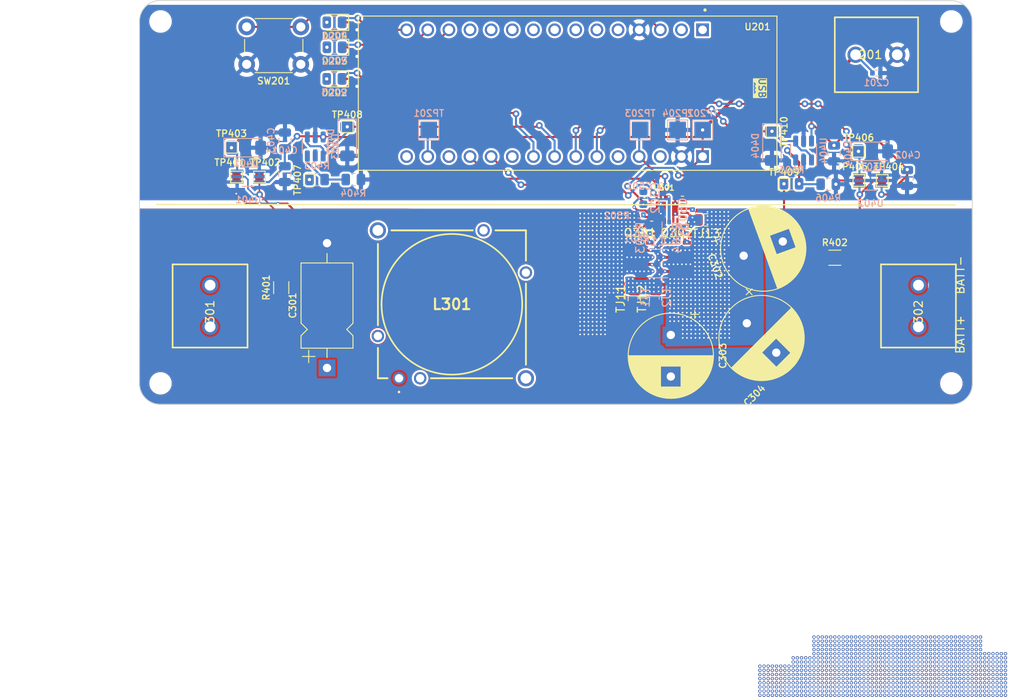
<source format=kicad_pcb>
(kicad_pcb (version 20221018) (generator pcbnew)
  (layers (0 "F.Cu" signal) (1 "In1.Cu" signal) (2 "In2.Cu" signal) (31 "B.Cu" signal) (34 "B.Paste" user) (35 "F.Paste" user) (36 "B.SilkS" user "B.Silkscreen") (37 "F.SilkS" user "F.Silkscreen") (38 "B.Mask" user) (39 "F.Mask" user) (44 "Edge.Cuts" user))
  (net 0 "")
  (net 1 "+12V")
  (net 2 "GND")
  (net 3 "/converter/V_ARR+")
  (net 4 "/converter/V_BATT+")
  (net 5 "Net-(D202-A)")
  (net 6 "Net-(D203-A)")
  (net 7 "Net-(D204-A)")
  (net 8 "/converter/V_ARR-")
  (net 9 "/converter/V_BATT-")
  (net 10 "/converter/SW1")
  (net 11 "/converter/SW2")
  (net 12 "/controller/Error")
  (net 13 "/controller/Tracking")
  (net 14 "/controller/Heartbeat")
  (net 15 "/controller/Reset")
  (net 16 "+3.3V")
  (net 17 "+5V")
  (net 27 "/controller/PWM_EN")
  (net 28 "/controller/PWM")
  (net 30 "/controller/ARR_CURRENT")
  (net 31 "/controller/ARR_VOLTAGE")
  (net 32 "/controller/BATT_CURRENT")
  (net 33 "/controller/BATT_VOLTAGE")
  (net 35 "Net-(U403-+)")
  (net 36 "Net-(U404-+)")
  (net 41 "/gate_driver/DLH")
  (net 42 "/gate_driver/DHL")
  (net 43 "/gate_driver/LO")
  (net 44 "/gate_driver/HO")
  (net 45 "/gate_driver/HS")
  (net 46 "/converter/V_SW")
  (footprint "Capacitor_THT:CP_Radial_D10.0mm_P5.00mm" (layer "F.Cu") (at 162.551537 97.160101 20)
    (fp_text reference "C302")
    (fp_text value "18uF")
  )
  (footprint "TestPoint:TestPoint_Pad_1.0x1.0mm" (layer "F.Cu") (at 167.4 88.5625)
    (fp_text reference "TP409")
    (fp_text value "+BATT")
  )
  (footprint "LED_SMD:LED_0805_2012Metric" (layer "F.Cu") (at 113.4 75.9 180)
    (fp_text reference "D202")
    (fp_text value "BLUE")
  )
  (footprint "TestPoint:TestPoint_Pad_1.0x1.0mm" (layer "F.Cu") (at 104.3775 87.7)
    (fp_text reference "TP402")
    (fp_text value "-ARR")
  )
  (footprint "mppt:1935776" (layer "F.Cu") (at 183.55 105.7 90)
    (fp_text reference "J302")
    (fp_text value "1935776")
  )
  (footprint "LED_SMD:LED_0805_2012Metric" (layer "F.Cu") (at 113.425 72.1 180)
    (fp_text reference "D203")
    (fp_text value "YELLOW")
  )
  (footprint "TestPoint:TestPoint_Pad_1.0x1.0mm" (layer "F.Cu") (at 176.3925 88.1125)
    (fp_text reference "TP405")
    (fp_text value "GND")
  )
  (footprint "MountingHole:MountingHole_2.2mm_M2" (layer "F.Cu") (at 187.5 69)
    (fp_text reference "H102" hide)
    (fp_text value "Top Right Mounting Hole")
  )
  (footprint "mppt:EPC2307" (layer "F.Cu") (at 150.098697 97.625)
    (fp_text reference "Q301")
    (fp_text value "SW_L")
  )
  (footprint "mppt:MODULE_NUCLEO-L432KC" (layer "F.Cu") (at 141.405 77.62 -90)
    (fp_text reference "U201")
    (fp_text value "MCU_Nucleo_L432KC")
  )
  (footprint "mppt:EPC2307" (layer "F.Cu") (at 154.503697 97.625)
    (fp_text reference "Q302")
    (fp_text value "SW_H")
  )
  (footprint "MountingHole:MountingHole_2.2mm_M2" (layer "F.Cu") (at 92.5 112.5)
    (fp_text reference "H103" hide)
    (fp_text value "Bottom Left Mounting Hole")
  )
  (footprint "Capacitor_THT:CP_Radial_D10.0mm_P5.00mm" (layer "F.Cu") (at 153.8 106.682323 -90)
    (fp_text reference "C303")
    (fp_text value "18uF")
  )
  (footprint "TestPoint:TestPoint_Pad_1.0x1.0mm" (layer "F.Cu") (at 114.9325 81.655)
    (fp_text reference "TP408")
    (fp_text value "Array Voltage")
  )
  (footprint "Capacitor_THT:CP_Radial_D10.0mm_P5.00mm" (layer "F.Cu") (at 162.932233 105.278546 -45)
    (fp_text reference "C304")
    (fp_text value "18uF")
  )
  (footprint "TestPoint:TestPoint_Pad_1.0x1.0mm" (layer "F.Cu") (at 101.6275 87.7)
    (fp_text reference "TP401")
    (fp_text value "GND")
  )
  (footprint "Resistor_SMD:R_1206_3216Metric" (layer "F.Cu") (at 107 101 -90)
    (fp_text reference "R401")
    (fp_text value "2m")
  )
  (footprint "TestPoint:TestPoint_Pad_1.0x1.0mm" (layer "F.Cu") (at 165.95 82.25 -90)
    (fp_text reference "TP410")
    (fp_text value "Battery Voltage")
  )
  (footprint "mppt:IC_LMG1210RVRT" (layer "F.Cu") (at 153.35 91.5)
    (fp_text reference "U501")
    (fp_text value "LMG1210RVRT")
  )
  (footprint "Button_Switch_THT:SW_PUSH_6mm" (layer "F.Cu") (at 109.35 74.15 180)
    (fp_text reference "SW201")
    (fp_text value "SW_Push")
  )
  (footprint "MountingHole:MountingHole_2.2mm_M2" (layer "F.Cu") (at 187.5 112.5)
    (fp_text reference "H104" hide)
    (fp_text value "Bottom Right Mounting Hole")
  )
  (footprint "Resistor_SMD:R_0805_2012Metric" (layer "F.Cu") (at 151.97 102.32 90)
    (fp_text reference "TJ12")
    (fp_text value "Thermal Jumper")
  )
  (footprint "TestPoint:TestPoint_Pad_1.0x1.0mm" (layer "F.Cu") (at 101.025 84.125)
    (fp_text reference "TP403")
    (fp_text value "Array Current")
  )
  (footprint "mppt:1935776" (layer "F.Cu") (at 98.45 105.699999 90)
    (fp_text reference "J301")
    (fp_text value "1935776")
  )
  (footprint "Resistor_SMD:R_0805_2012Metric" (layer "F.Cu") (at 158.04 92.86 180)
    (fp_text reference "TJ13")
    (fp_text value "Thermal Jumper")
  )
  (footprint "LED_SMD:LED_0805_2012Metric" (layer "F.Cu") (at 113.4125 69.1 180)
    (fp_text reference "D204")
    (fp_text value "RED")
  )
  (footprint "TestPoint:TestPoint_Pad_1.0x1.0mm" (layer "F.Cu") (at 179.1925 88.1125)
    (fp_text reference "TP404")
    (fp_text value "-BATT")
  )
  (footprint "TestPoint:TestPoint_Pad_1.0x1.0mm" (layer "F.Cu") (at 176.3425 84.6125)
    (fp_text reference "TP406")
    (fp_text value "Battery Current")
  )
  (footprint "MountingHole:MountingHole_2.2mm_M2" (layer "F.Cu") (at 92.5 69)
    (fp_text reference "H101" hide)
    (fp_text value "Top Left Mounting Hole")
  )
  (footprint "Resistor_SMD:R_0805_2012Metric" (layer "F.Cu") (at 149.41 102.33 90)
    (fp_text reference "TJ11")
    (fp_text value "Thermal Jumper")
  )
  (footprint "Capacitor_THT:CP_Axial_L10.0mm_D6.0mm_P15.00mm_Horizontal" (layer "F.Cu") (at 112.5 110.649999 90)
    (fp_text reference "C301")
    (fp_text value "5uF")
  )
  (footprint "mppt:B65812N1005D002" (layer "F.Cu") (at 121.15 111.89)
    (fp_text reference "L301")
    (fp_text value "560" hide)
  )
  (footprint "Resistor_SMD:R_1206_3216Metric" (layer "F.Cu") (at 173.5 97.399999)
    (fp_text reference "R402")
    (fp_text value "2m")
  )
  (footprint "TestPoint:TestPoint_Pad_1.0x1.0mm" (layer "F.Cu") (at 110.4 88.05 90)
    (fp_text reference "TP407")
    (fp_text value "+ARR")
  )
  (footprint "mppt:1935776" (layer "F.Cu") (at 176 73)
    (fp_text reference "J201")
    (fp_text value "1935776")
  )
  (footprint "Diode_SMD:D_MiniMELF" (layer "B.Cu") (at 102.775 84.175)
    (fp_text reference "D401")
    (fp_text value "3.3V Zener")
  )
  (footprint "Resistor_SMD:R_0805_2012Metric" (layer "B.Cu") (at 113.4 72.1)
    (fp_text reference "R202")
    (fp_text value "330")
  )
  (footprint "Package_TO_SOT_SMD:SOT-23-6" (layer "B.Cu") (at 111.0875 84.025 90)
    (fp_text reference "U403")
    (fp_text value "OPA990")
  )
  (footprint "Diode_SMD:D_SOD-323" (layer "B.Cu") (at 153.6 94.15 90)
    (fp_text reference "D1")
    (fp_text value "Dboot")
  )
  (footprint "TestPoint:TestPoint_Pad_2.0x2.0mm" (layer "B.Cu") (at 124.72 82.04 180)
    (fp_text reference "TP201")
    (fp_text value "3.3V TP")
  )
  (footprint "Capacitor_SMD:C_0402_1005Metric" (layer "B.Cu") (at 156.4 92.1 -90)
    (fp_text reference "C503")
    (fp_text value "10uF")
  )
  (footprint "Resistor_SMD:R_0805_2012Metric" (layer "B.Cu") (at 113.3875 69.1)
    (fp_text reference "R201")
    (fp_text value "330")
  )
  (footprint "Package_TO_SOT_SMD:SOT-363_SC-70-6_Handsoldering" (layer "B.Cu") (at 103.0325 87.655 180)
    (fp_text reference "U401")
    (fp_text value "INA210")
  )
  (footprint "Resistor_SMD:R_0805_2012Metric" (layer "B.Cu") (at 115.6625 88)
    (fp_text reference "R404")
    (fp_text value "3k")
  )
  (footprint "Resistor_SMD:R_0402_1005Metric" (layer "B.Cu") (at 155.7 95 -90)
    (fp_text reference "R504")
    (fp_text value "R_HO")
  )
  (footprint "Resistor_SMD:R_0402_1005Metric" (layer "B.Cu") (at 150 92.25 180)
    (fp_text reference "R502")
    (fp_text value "20k")
  )
  (footprint "TestPoint:TestPoint_Pad_2.0x2.0mm" (layer "B.Cu") (at 150.12 82.04 180)
    (fp_text reference "TP203")
    (fp_text value "5V TP")
  )
  (footprint "Capacitor_SMD:C_0402_1005Metric" (layer "B.Cu") (at 178.5 75.2)
    (fp_text reference "C201")
    (fp_text value "100nF")
  )
  (footprint "Resistor_SMD:R_0805_2012Metric" (layer "B.Cu") (at 172.7125 88.5625)
    (fp_text reference "R406")
    (fp_text value "2k")
  )
  (footprint "Package_TO_SOT_SMD:SOT-23-6" (layer "B.Cu") (at 169.75 84.5125 90)
    (fp_text reference "U404")
    (fp_text value "OPA990")
  )
  (footprint "Capacitor_SMD:C_0805_2012Metric" (layer "B.Cu") (at 182.18 87.8125 90)
    (fp_text reference "C402")
    (fp_text value "100nF")
  )
  (footprint "Resistor_SMD:R_0805_2012Metric" (layer "B.Cu") (at 111.3 88 180)
    (fp_text reference "R403")
    (fp_text value "100k")
  )
  (footprint "TestPoint:TestPoint_Pad_2.0x2.0mm" (layer "B.Cu") (at 154.62 82.04 180)
    (fp_text reference "TP204")
    (fp_text value "GND MCU TP")
  )
  (footprint "Resistor_SMD:R_0805_2012Metric" (layer "B.Cu") (at 151.67 102.17 90)
    (fp_text reference "TJ2")
    (fp_text value "Thermal Jumper")
  )
  (footprint "Resistor_SMD:R_0805_2012Metric" (layer "B.Cu") (at 149.1 102.1775 90)
    (fp_text reference "TJ1")
    (fp_text value "Thermal Jumper")
  )
  (footprint "Capacitor_SMD:C_1812_4532Metric" (layer "B.Cu") (at 152.275 98.1 180)
    (fp_text reference "C1")
    (fp_text value "1uF")
  )
  (footprint "Package_TO_SOT_SMD:SOT-363_SC-70-6_Handsoldering" (layer "B.Cu") (at 177.7925 88.1125 180)
    (fp_text reference "U402")
    (fp_text value "INA210")
  )
  (footprint "Capacitor_SMD:C_0603_1608Metric" (layer "B.Cu") (at 150.5 90.2 90)
    (fp_text reference "C502")
    (fp_text value "10uF")
  )
  (footprint "Diode_SMD:D_MiniMELF" (layer "B.Cu") (at 114.9325 83.405 -90)
    (fp_text reference "D403")
    (fp_text value "3.3V Zener")
  )
  (footprint "Capacitor_SMD:C_0402_1005Metric" (layer "B.Cu") (at 152.625 88.75 180)
    (fp_text reference "C501")
    (fp_text value "10uF")
  )
  (footprint "TestPoint:TestPoint_Pad_2.0x2.0mm" (layer "B.Cu") (at 157.62 82.04 180)
    (fp_text reference "TP202")
    (fp_text value "12V TP")
  )
  (footprint "Capacitor_SMD:C_0805_2012Metric" (layer "B.Cu") (at 107.4275 87.35 90)
    (fp_text reference "C401")
    (fp_text value "100nF")
  )
  (footprint "Resistor_SMD:R_0402_1005Metric" (layer "B.Cu") (at 151.3 95 -90)
    (fp_text reference "R503")
    (fp_text value "R_LO")
  )
  (footprint "Diode_SMD:D_MiniMELF" (layer "B.Cu") (at 178.0925 84.6125)
    (fp_text reference "D402")
    (fp_text value "3.3V Zener")
  )
  (footprint "Diode_SMD:D_MiniMELF" (layer "B.Cu") (at 165.95 83.95 -90)
    (fp_text reference "D404")
    (fp_text value "3.3V Zener")
  )
  (footprint "Resistor_SMD:R_0805_2012Metric" (layer "B.Cu") (at 168.3 88.5125 180)
    (fp_text reference "R405")
    (fp_text value "100k")
  )
  (footprint "Resistor_SMD:R_0805_2012Metric" (layer "B.Cu") (at 113.375 75.9)
    (fp_text reference "R203")
    (fp_text value "330")
  )
  (footprint "Resistor_SMD:R_0402_1005Metric" (layer "B.Cu") (at 149.7 93.95 180)
    (fp_text reference "R501")
    (fp_text value "20k")
  )
  (footprint "Capacitor_SMD:C_0805_2012Metric" (layer "B.Cu") (at 107.45 83.3 -90)
    (fp_text reference "C403")
    (fp_text value "100nF")
  )
  (footprint "Capacitor_SMD:C_0805_2012Metric" (layer "B.Cu") (at 173.4125 84.8625 90)
    (fp_text reference "C404")
    (fp_text value "100nF")
  )
  (gr_line (start 92 91) (end 188 91.05) (stroke (width 0.15)) (layer "F.SilkS"))
  (gr_arc (start 187.5 66.5) (mid 189.267767 67.232233) (end 190 69) (stroke (width 0.1)) (layer "Edge.Cuts"))
  (gr_arc (start 190.032233 112.532233) (mid 189.3 114.3) (end 187.532233 115.032233) (stroke (width 0.1)) (layer "Edge.Cuts"))
  (gr_line (start 187.532233 115.032233) (end 92.467767 115.032233) (stroke (width 0.1)) (layer "Edge.Cuts"))
  (gr_arc (start 92.467767 115.032233) (mid 90.7 114.3) (end 89.967767 112.532233) (stroke (width 0.1)) (layer "Edge.Cuts"))
  (gr_line (start 89.967767 112.532233) (end 89.967767 68.967767) (stroke (width 0.1)) (layer "Edge.Cuts"))
  (gr_line (start 190 69) (end 190.032233 112.532233) (stroke (width 0.1)) (layer "Edge.Cuts"))
  (gr_arc (start 89.967767 68.967767) (mid 90.70001 67.20001) (end 92.467767 66.467767) (stroke (width 0.1)) (layer "Edge.Cuts"))
  (gr_line (start 92.467767 66.467767) (end 187.5 66.5) (stroke (width 0.1)) (layer "Edge.Cuts"))
  (gr_text "BATT+\n" (at 189.15 109.049999 90) (layer "F.SilkS") (effects (font (size 1 1)) (justify left bottom)))
  (gr_text "USB\n^^^" (at 163 77 270) (layer "F.SilkS" knockout) (effects (font (size 0.8 0.8)) (justify bottom)))
  (gr_text "BATT-" (at 189.15 101.899999 90) (layer "F.SilkS") (effects (font (size 1 1)) (justify left bottom)))
  (via (at 167 147.5) (size 0.4) (drill 0.2) (layers "F.Cu" "B.Cu") (net 0))
  (via (at 173 148) (size 0.4) (drill 0.2) (layers "F.Cu" "B.Cu") (net 0))
  (via (at 176 144.5) (size 0.4) (drill 0.2) (layers "F.Cu" "B.Cu") (net 0))
  (via (at 169 147.5) (size 0.4) (drill 0.2) (layers "F.Cu" "B.Cu") (net 0))
  (via (at 188 143) (size 0.4) (drill 0.2) (layers "F.Cu" "B.Cu") (net 0))
  (via (at 187 148) (size 0.4) (drill 0.2) (layers "F.Cu" "B.Cu") (net 0))
  (via (at 179.5 143) (size 0.4) (drill 0.2) (layers "F.Cu" "B.Cu") (net 0))
  (via (at 176.5 147.5) (size 0.4) (drill 0.2) (layers "F.Cu" "B.Cu") (net 0))
  (via (at 173 145.5) (size 0.4) (drill 0.2) (layers "F.Cu" "B.Cu") (net 0))
  (via (at 165 148.5) (size 0.4) (drill 0.2) (layers "F.Cu" "B.Cu") (net 0))
  (via (at 172.5 149.5) (size 0.4) (drill 0.2) (layers "F.Cu" "B.Cu") (net 0))
  (via (at 194 148) (size 0.4) (drill 0.2) (layers "F.Cu" "B.Cu") (net 0))
  (via (at 183.5 145) (size 0.4) (drill 0.2) (layers "F.Cu" "B.Cu") (net 0))
  (via (at 165.5 146.5) (size 0.4) (drill 0.2) (layers "F.Cu" "B.Cu") (net 0))
  (via (at 190.5 143) (size 0.4) (drill 0.2) (layers "F.Cu" "B.Cu") (net 0))
  (via (at 181.5 148) (size 0.4) (drill 0.2) (layers "F.Cu" "B.Cu") (net 0))
  (via (at 166.5 149) (size 0.4) (drill 0.2) (layers "F.Cu" "B.Cu") (net 0))
  (via (at 188.5 144.5) (size 0.4) (drill 0.2) (layers "F.Cu" "B.Cu") (net 0))
  (via (at 176.5 145.5) (size 0.4) (drill 0.2) (layers "F.Cu" "B.Cu") (net 0))
  (via (at 191 148.5) (size 0.4) (drill 0.2) (layers "F.Cu" "B.Cu") (net 0))
  (via (at 179 144.5) (size 0.4) (drill 0.2) (layers "F.Cu" "B.Cu") (net 0))
  (via (at 180.5 147) (size 0.4) (drill 0.2) (layers "F.Cu" "B.Cu") (net 0))
  (via (at 176 150) (size 0.4) (drill 0.2) (layers "F.Cu" "B.Cu") (net 0))
  (via (at 188 144.5) (size 0.4) (drill 0.2) (layers "F.Cu" "B.Cu") (net 0))
  (via (at 186.5 149.5) (size 0.4) (drill 0.2) (layers "F.Cu" "B.Cu") (net 0))
  (via (at 187 150) (size 0.4) (drill 0.2) (layers "F.Cu" "B.Cu") (net 0))
  (via (at 176 149.5) (size 0.4) (drill 0.2) (layers "F.Cu" "B.Cu") (net 0))
  (via (at 185 145.5) (size 0.4) (drill 0.2) (layers "F.Cu" "B.Cu") (net 0))
  (via (at 190.5 145) (size 0.4) (drill 0.2) (layers "F.Cu" "B.Cu") (net 0))
  (via (at 184.5 149) (size 0.4) (drill 0.2) (layers "F.Cu" "B.Cu") (net 0))
  (via (at 178.5 148) (size 0.4) (drill 0.2) (layers "F.Cu" "B.Cu") (net 0))
  (via (at 178 144.5) (size 0.4) (drill 0.2) (layers "F.Cu" "B.Cu") (net 0))
  (via (at 172 150) (size 0.4) (drill 0.2) (layers "F.Cu" "B.Cu") (net 0))
  (via (at 165 150) (size 0.4) (drill 0.2) (layers "F.Cu" "B.Cu") (net 0))
  (via (at 174 149.5) (size 0.4) (drill 0.2) (layers "F.Cu" "B.Cu") (net 0))
  (via (at 186 147) (size 0.4) (drill 0.2) (layers "F.Cu" "B.Cu") (net 0))
  (via (at 172.5 149) (size 0.4) (drill 0.2) (layers "F.Cu" "B.Cu") (net 0))
  (via (at 191 146) (size 0.4) (drill 0.2) (layers "F.Cu" "B.Cu") (net 0))
  (via (at 175.5 143.5) (size 0.4) (drill 0.2) (layers "F.Cu" "B.Cu") (net 0))
  (via (at 186 146.5) (size 0.4) (drill 0.2) (layers "F.Cu" "B.Cu") (net 0))
  (via (at 188 143.5) (size 0.4) (drill 0.2) (layers "F.Cu" "B.Cu") (net 0))
  (via (at 179 148) (size 0.4) (drill 0.2) (layers "F.Cu" "B.Cu") (net 0))
  (via (at 189.5 143.5) (size 0.4) (drill 0.2) (layers "F.Cu" "B.Cu") (net 0))
  (via (at 191 150) (size 0.4) (drill 0.2) (layers "F.Cu" "B.Cu") (net 0))
  (via (at 173 149.5) (size 0.4) (drill 0.2) (layers "F.Cu" "B.Cu") (net 0))
  (via (at 171 149.5) (size 0.4) (drill 0.2) (layers "F.Cu" "B.Cu") (net 0))
  (via (at 185 146) (size 0.4) (drill 0.2) (layers "F.Cu" "B.Cu") (net 0))
  (via (at 187.5 147.5) (size 0.4) (drill 0.2) (layers "F.Cu" "B.Cu") (net 0))
  (via (at 183 145) (size 0.4) (drill 0.2) (layers "F.Cu" "B.Cu") (net 0))
  (via (at 177.5 145.5) (size 0.4) (drill 0.2) (layers "F.Cu" "B.Cu") (net 0))
  (via (at 190.5 143.5) (size 0.4) (drill 0.2) (layers "F.Cu" "B.Cu") (net 0))
  (via (at 184 144.5) (size 0.4) (drill 0.2) (layers "F.Cu" "B.Cu") (net 0))
  (via (at 186.5 149) (size 0.4) (drill 0.2) (layers "F.Cu" "B.Cu") (net 0))
  (via (at 192 149.5) (size 0.4) (drill 0.2) (layers "F.Cu" "B.Cu") (net 0))
  (via (at 173 150) (size 0.4) (drill 0.2) (layers "F.Cu" "B.Cu") (net 0))
  (via (at 175.5 145.5) (size 0.4) (drill 0.2) (layers "F.Cu" "B.Cu") (net 0))
  (via (at 189 145) (size 0.4) (drill 0.2) (layers "F.Cu" "B.Cu") (net 0))
  (via (at 183.5 149.5) (size 0.4) (drill 0.2) (layers "F.Cu" "B.Cu") (net 0))
  (via (at 191 149.5) (size 0.4) (drill 0.2) (layers "F.Cu" "B.Cu") (net 0))
  (via (at 172.5 145.5) (size 0.4) (drill 0.2) (layers "F.Cu" "B.Cu") (net 0))
  (via (at 178 147) (size 0.4) (drill 0.2) (layers "F.Cu" "B.Cu") (net 0))
  (via (at 177.5 148.5) (size 0.4) (drill 0.2) (layers "F.Cu" "B.Cu") (net 0))
  (via (at 167.5 147.5) (size 0.4) (drill 0.2) (layers "F.Cu" "B.Cu") (net 0))
  (via (at 168 149) (size 0.4) (drill 0.2) (layers "F.Cu" "B.Cu") (net 0))
  (via (at 179 145.5) (size 0.4) (drill 0.2) (layers "F.Cu" "B.Cu") (net 0))
  (via (at 190 145) (size 0.4) (drill 0.2) (layers "F.Cu" "B.Cu") (net 0))
  (via (at 169 145.5) (size 0.4) (drill 0.2) (layers "F.Cu" "B.Cu") (net 0))
  (via (at 185 147) (size 0.4) (drill 0.2) (layers "F.Cu" "B.Cu") (net 0))
  (via (at 191.5 149.5) (size 0.4) (drill 0.2) (layers "F.Cu" "B.Cu") (net 0))
  (via (at 189.5 145) (size 0.4) (drill 0.2) (layers "F.Cu" "B.Cu") (net 0))
  (via (at 174.5 148) (size 0.4) (drill 0.2) (layers "F.Cu" "B.Cu") (net 0))
  (via (at 169 149) (size 0.4) (drill 0.2) (layers "F.Cu" "B.Cu") (net 0))
  (via (at 190 145.5) (size 0.4) (drill 0.2) (layers "F.Cu" "B.Cu") (net 0))
  (via (at 172.5 145) (size 0.4) (drill 0.2) (layers "F.Cu" "B.Cu") (net 0))
  (via (at 187 149.5) (size 0.4) (drill 0.2) (layers "F.Cu" "B.Cu") (net 0))
  (via (at 187 149) (size 0.4) (drill 0.2) (layers "F.Cu" "B.Cu") (net 0))
  (via (at 193 146) (size 0.4) (drill 0.2) (layers "F.Cu" "B.Cu") (net 0))
  (via (at 188 145.5) (size 0.4) (drill 0.2) (layers "F.Cu" "B.Cu") (net 0))
  (via (at 165 148) (size 0.4) (drill 0.2) (layers "F.Cu" "B.Cu") (net 0))
  (via (at 166.5 150) (size 0.4) (drill 0.2) (layers "F.Cu" "B.Cu") (net 0))
  (via (at 175 149.5) (size 0.4) (drill 0.2) (layers "F.Cu" "B.Cu") (net 0))
  (via (at 174 143.5) (size 0.4) (drill 0.2) (layers "F.Cu" "B.Cu") (net 0))
  (via (at 190 146.5) (size 0.4) (drill 0.2) (layers "F.Cu" "B.Cu") (net 0))
  (via (at 166.5 147) (size 0.4) (drill 0.2) (layers "F.Cu" "B.Cu") (net 0))
  (via (at 192.5 148.5) (size 0.4) (drill 0.2) (layers "F.Cu" "B.Cu") (net 0))
  (via (at 170 145.5) (size 0.4) (drill 0.2) (layers "F.Cu" "B.Cu") (net 0))
  (via (at 183.5 146) (size 0.4) (drill 0.2) (layers "F.Cu" "B.Cu") (net 0))
  (via (at 189 146.5) (size 0.4) (drill 0.2) (layers "F.Cu" "B.Cu") (net 0))
  (via (at 179 150) (size 0.4) (drill 0.2) (layers "F.Cu" "B.Cu") (net 0))
  (via (at 187 148.5) (size 0.4) (drill 0.2) (layers "F.Cu" "B.Cu") (net 0))
  (via (at 178 145) (size 0.4) (drill 0.2) (layers "F.Cu" "B.Cu") (net 0))
  (via (at 168.5 147) (size 0.4) (drill 0.2) (layers "F.Cu" "B.Cu") (net 0))
  (via (at 164.5 147.5) (size 0.4) (drill 0.2) (layers "F.Cu" "B.Cu") (net 0))
  (via (at 192.5 147.5) (size 0.4) (drill 0.2) (layers "F.Cu" "B.Cu") (net 0))
  (via (at 183 146) (size 0.4) (drill 0.2) (layers "F.Cu" "B.Cu") (net 0))
  (via (at 193 148) (size 0.4) (drill 0.2) (layers "F.Cu" "B.Cu") (net 0))
  (via (at 180 147) (size 0.4) (drill 0.2) (layers "F.Cu" "B.Cu") (net 0))
  (via (at 180 148) (size 0.4) (drill 0.2) (layers "F.Cu" "B.Cu") (net 0))
  (via (at 171.5 149.5) (size 0.4) (drill 0.2) (layers "F.Cu" "B.Cu") (net 0))
  (via (at 181.5 149.5) (size 0.4) (drill 0.2) (layers "F.Cu" "B.Cu") (net 0))
  (via (at 173.5 149.5) (size 0.4) (drill 0.2) (layers "F.Cu" "B.Cu") (net 0))
  (via (at 166 148.5) (size 0.4) (drill 0.2) (layers "F.Cu" "B.Cu") (net 0))
  (via (at 187.5 149.5) (size 0.4) (drill 0.2) (layers "F.Cu" "B.Cu") (net 0))
  (via (at 181 143) (size 0.4) (drill 0.2) (layers "F.Cu" "B.Cu") (net 0))
  (via (at 178.5 143) (size 0.4) (drill 0.2) (layers "F.Cu" "B.Cu") (net 0))
  (via (at 180.5 146.5) (size 0.4) (drill 0.2) (layers "F.Cu" "B.Cu") (net 0))
  (via (at 171 148.5) (size 0.4) (drill 0.2) (layers "F.Cu" "B.Cu") (net 0))
  (via (at 174.5 146.5) (size 0.4) (drill 0.2) (layers "F.Cu" "B.Cu") (net 0))
  (via (at 171.5 144) (size 0.4) (drill 0.2) (layers "F.Cu" "B.Cu") (net 0))
  (via (at 182.5 146.5) (size 0.4) (drill 0.2) (layers "F.Cu" "B.Cu") (net 0))
  (via (at 185 144.5) (size 0.4) (drill 0.2) (layers "F.Cu" "B.Cu") (net 0))
  (via (at 192 148) (size 0.4) (drill 0.2) (layers "F.Cu" "B.Cu") (net 0))
  (via (at 184 144) (size 0.4) (drill 0.2) (layers "F.Cu" "B.Cu") (net 0))
  (via (at 178 145.5) (size 0.4) (drill 0.2) (layers "F.Cu" "B.Cu") (net 0))
  (via (at 189.5 146) (size 0.4) (drill 0.2) (layers "F.Cu" "B.Cu") (net 0))
  (via (at 180 150) (size 0.4) (drill 0.2) (layers "F.Cu" "B.Cu") (net 0))
  (via (at 167.5 147) (size 0.4) (drill 0.2) (layers "F.Cu" "B.Cu") (net 0))
  (via (at 167 148) (size 0.4) (drill 0.2) (layers "F.Cu" "B.Cu") (net 0))
  (via (at 166 149) (size 0.4) (drill 0.2) (layers "F.Cu" "B.Cu") (net 0))
  (via (at 170.5 149.5) (size 0.4) (drill 0.2) (layers "F.Cu" "B.Cu") (net 0))
  (via (at 193.5 145) (size 0.4) (drill 0.2) (layers "F.Cu" "B.Cu") (net 0))
  (via (at 172 147) (size 0.4) (drill 0.2) (layers "F.Cu" "B.Cu") (net 0))
  (via (at 193 149.5) (size 0.4) (drill 0.2) (layers "F.Cu" "B.Cu") (net 0))
  (via (at 187 143) (size 0.4) (drill 0.2) (layers "F.Cu" "B.Cu") (net 0))
  (via (at 179.5 144) (size 0.4) (drill 0.2) (layers "F.Cu" "B.Cu") (net 0))
  (via (at 172 144.5) (size 0.4) (drill 0.2) (layers "F.Cu" "B.Cu") (net 0))
  (via (at 181 144) (size 0.4) (drill 0.2) (layers "F.Cu" "B.Cu") (net 0))
  (via (at 188.5 147) (size 0.4) (drill 0.2) (layers "F.Cu" "B.Cu") (net 0))
  (via (at 181.5 148.5) (size 0.4) (drill 0.2) (layers "F.Cu" "B.Cu") (net 0))
  (via (at 186 144) (size 0.4) (drill 0.2) (layers "F.Cu" "B.Cu") (net 0))
  (via (at 191 145.5) (size 0.4) (drill 0.2) (layers "F.Cu" "B.Cu") (net 0))
  (via (at 168 150) (size 0.4) (drill 0.2) (layers "F.Cu" "B.Cu") (net 0))
  (via (at 168.5 147.5) (size 0.4) (drill 0.2) (layers "F.Cu" "B.Cu") (net 0))
  (via (at 185.5 143.5) (size 0.4) (drill 0.2) (layers "F.Cu" "B.Cu") (net 0))
  (via (at 175.5 150) (size 0.4) (drill 0.2) (layers "F.Cu" "B.Cu") (net 0))
  (via (at 171.5 148.5) (size 0.4) (drill 0.2) (layers "F.Cu" "B.Cu") (net 0))
  (via (at 182.5 145.5) (size 0.4) (drill 0.2) (layers "F.Cu" "B.Cu") (net 0))
  (via (at 182 148.5) (size 0.4) (drill 0.2) (layers "F.Cu" "B.Cu") (net 0))
  (via (at 166.5 147.5) (size 0.4) (drill 0.2) (layers "F.Cu" "B.Cu") (net 0))
  (via (at 182 145.5) (size 0.4) (drill 0.2) (layers "F.Cu" "B.Cu") (net 0))
  (via (at 171 143.5) (size 0.4) (drill 0.2) (layers "F.Cu" "B.Cu") (net 0))
  (via (at 185.5 146) (size 0.4) (drill 0.2) (layers "F.Cu" "B.Cu") (net 0))
  (via (at 180 143) (size 0.4) (drill 0.2) (layers "F.Cu" "B.Cu") (net 0))
  (via (at 172 149.5) (size 0.4) (drill 0.2) (layers "F.Cu" "B.Cu") (net 0))
  (via (at 172 146.5) (size 0.4) (drill 0.2) (layers "F.Cu" "B.Cu") (net 0))
  (via (at 177.5 144) (size 0.4) (drill 0.2) (layers "F.Cu" "B.Cu") (net 0))
  (via (at 164.5 148) (size 0.4) (drill 0.2) (layers "F.Cu" "B.Cu") (net 0))
  (via (at 193 150) (size 0.4) (drill 0.2) (layers "F.Cu" "B.Cu") (net 0))
  (via (at 167 148.5) (size 0.4) (drill 0.2) (layers "F.Cu" "B.Cu") (net 0))
  (via (at 173.5 145.5) (size 0.4) (drill 0.2) (layers "F.Cu" "B.Cu") (net 0))
  (via (at 190 143) (size 0.4) (drill 0.2) (layers "F.Cu" "B.Cu") (net 0))
  (via (at 179 146) (size 0.4) (drill 0.2) (layers "F.Cu" "B.Cu") (net 0))
  (via (at 168.5 150) (size 0.4) (drill 0.2) (layers "F.Cu" "B.Cu") (net 0))
  (via (at 175 144) (size 0.4) (drill 0.2) (layers "F.Cu" "B.Cu") (net 0))
  (via (at 176.5 147) (size 0.4) (drill 0.2) (layers "F.Cu" "B.Cu") (net 0))
  (via (at 182.5 144.5) (size 0.4) (drill 0.2) (layers "F.Cu" "B.Cu") (net 0))
  (via (at 177.5 145) (size 0.4) (drill 0.2) (layers "F.Cu" "B.Cu") (net 0))
  (via (at 182.5 146) (size 0.4) (drill 0.2) (layers "F.Cu" "B.Cu") (net 0))
  (via (at 177.5 147) (size 0.4) (drill 0.2) (layers "F.Cu" "B.Cu") (net 0))
  (via (at 174 145) (size 0.4) (drill 0.2) (layers "F.Cu" "B.Cu") (net 0))
  (via (at 180 147.5) (size 0.4) (drill 0.2) (layers "F.Cu" "B.Cu") (net 0))
  (via (at 180.5 150) (size 0.4) (drill 0.2) (layers "F.Cu" "B.Cu") (net 0))
  (via (at 176 149) (size 0.4) (drill 0.2) (layers "F.Cu" "B.Cu") (net 0))
  (via (at 164.5 147) (size 0.4) (drill 0.2) (layers "F.Cu" "B.Cu") (net 0))
  (via (at 178 149) (size 0.4) (drill 0.2) (layers "F.Cu" "B.Cu") (net 0))
  (via (at 171 145.5) (size 0.4) (drill 0.2) (layers "F.Cu" "B.Cu") (net 0))
  (via (at 183 146.5) (size 0.4) (drill 0.2) (layers "F.Cu" "B.Cu") (net 0))
  (via (at 184 149.5) (size 0.4) (drill 0.2) (layers "F.Cu" "B.Cu") (net 0))
  (via (at 184.5 146.5) (size 0.4) (drill 0.2) (layers "F.Cu" "B.Cu") (net 0))
  (via (at 181 145) (size 0.4) (drill 0.2) (layers "F.Cu" "B.Cu") (net 0))
  (via (at 176 148.5) (size 0.4) (drill 0.2) (layers "F.Cu" "B.Cu") (net 0))
  (via (at 186 147.5) (size 0.4) (drill 0.2) (layers "F.Cu" "B.Cu") (net 0))
  (via (at 166.5 149.5) (size 0.4) (drill 0.2) (layers "F.Cu" "B.Cu") (net 0))
  (via (at 165 149.5) (size 0.4) (drill 0.2) (layers "F.Cu" "B.Cu") (net 0))
  (via (at 168.5 146) (size 0.4) (drill 0.2) (layers "F.Cu" "B.Cu") (net 0))
  (via (at 184.5 147) (size 0.4) (drill 0.2) (layers "F.Cu" "B.Cu") (net 0))
  (via (at 173.5 144.5) (size 0.4) (drill 0.2) (layers "F.Cu" "B.Cu") (net 0))
  (via (at 186 143.5) (size 0.4) (drill 0.2) (layers "F.Cu" "B.Cu") (net 0))
  (via (at 176.5 146) (size 0.4) (drill 0.2) (layers "F.Cu" "B.Cu") (net 0))
  (via (at 191 144.5) (size 0.4) (drill 0.2) (layers "F.Cu" "B.Cu") (net 0))
  (via (at 177 148.5) (size 0.4) (drill 0.2) (layers "F.Cu" "B.Cu") (net 0))
  (via (at 189.5 143) (size 0.4) (drill 0.2) (layers "F.Cu" "B.Cu") (net 0))
  (via (at 189.5 147) (size 0.4) (drill 0.2) (layers "F.Cu" "B.Cu") (net 0))
  (via (at 183.5 150) (size 0.4) (drill 0.2) (layers "F.Cu" "B.Cu") (net 0))
  (via (at 181 149) (size 0.4) (drill 0.2) (layers "F.Cu" "B.Cu") (net 0))
  (via (at 190.5 146) (size 0.4) (drill 0.2) (layers "F.Cu" "B.Cu") (net 0))
  (via (at 179.5 149) (size 0.4) (drill 0.2) (layers "F.Cu" "B.Cu") (net 0))
  (via (at 171 147) (size 0.4) (drill 0.2) (layers "F.Cu" "B.Cu") (net 0))
  (via (at 186 149.5) (size 0.4) (drill 0.2) (layers "F.Cu" "B.Cu") (net 0))
  (via (at 176 143.5) (size 0.4) (drill 0.2) (layers "F.Cu" "B.Cu") (net 0))
  (via (at 179.5 147.5) (size 0.4) (drill 0.2) (layers "F.Cu" "B.Cu") (net 0))
  (via (at 189 143) (size 0.4) (drill 0.2) (layers "F.Cu" "B.Cu") (net 0))
  (via (at 167.5 148.5) (size 0.4) (drill 0.2) (layers "F.Cu" "B.Cu") (net 0))
  (via (at 173.5 150) (size 0.4) (drill 0.2) (layers "F.Cu" "B.Cu") (net 0))
  (via (at 173.5 149) (size 0.4) (drill 0.2) (layers "F.Cu" "B.Cu") (net 0))
  (via (at 164.5 148.5) (size 0.4) (drill 0.2) (layers "F.Cu" "B.Cu") (net 0))
  (via (at 178.5 147) (size 0.4) (drill 0.2) (layers "F.Cu" "B.Cu") (net 0))
  (via (at 172.5 148.5) (size 0.4) (drill 0.2) (layers "F.Cu" "B.Cu") (net 0))
  (via (at 173.5 145) (size 0.4) (drill 0.2) (layers "F.Cu" "B.Cu") (net 0))
  (via (at 174 146) (size 0.4) (drill 0.2) (layers "F.Cu" "B.Cu") (net 0))
  (via (at 179 149) (size 0.4) (drill 0.2) (layers "F.Cu" "B.Cu") (net 0))
  (via (at 181.5 146) (size 0.4) (drill 0.2) (layers "F.Cu" "B.Cu") (net 0))
  (via (at 164.5 149) (size 0.4) (drill 0.2) (layers "F.Cu" "B.Cu") (net 0))
  (via (at 193.5 148.5) (size 0.4) (drill 0.2) (layers "F.Cu" "B.Cu") (net 0))
  (via (at 179.5 144.5) (size 0.4) (drill 0.2) (layers "F.Cu" "B.Cu") (net 0))
  (via (at 177 145.5) (size 0.4) (drill 0.2) (layers "F.Cu" "B.Cu") (net 0))
  (via (at 176 144) (size 0.4) (drill 0.2) (layers "F.Cu" "B.Cu") (net 0))
  (via (at 178 143.5) (size 0.4) (drill 0.2) (layers "F.Cu" "B.Cu") (net 0))
  (via (at 187.5 146.5) (size 0.4) (drill 0.2) (layers "F.Cu" "B.Cu") (net 0))
  (via (at 191.5 146.5) (size 0.4) (drill 0.2) (layers "F.Cu" "B.Cu") (net 0))
  (via (at 175.5 144) (size 0.4) (drill 0.2) (layers "F.Cu" "B.Cu") (net 0))
  (via (at 191.5 148) (size 0.4) (drill 0.2) (layers "F.Cu" "B.Cu") (net 0))
  (via (at 174.5 146) (size 0.4) (drill 0.2) (layers "F.Cu" "B.Cu") (net 0))
  (via (at 165 149) (size 0.4) (drill 0.2) (layers "F.Cu" "B.Cu") (net 0))
  (via (at 190 149.5) (size 0.4) (drill 0.2) (layers "F.Cu" "B.Cu") (net 0))
  (via (at 192 149) (size 0.4) (drill 0.2) (layers "F.Cu" "B.Cu") (net 0))
  (via (at 188.5 145.5) (size 0.4) (drill 0.2) (layers "F.Cu" "B.Cu") (net 0))
  (via (at 183.5 143.5) (size 0.4) (drill 0.2) (layers "F.Cu" "B.Cu") (net 0))
  (via (at 172 143.5) (size 0.4) (drill 0.2) (layers "F.Cu" "B.Cu") (net 0))
  (via (at 167.5 148) (size 0.4) (drill 0.2) (layers "F.Cu" "B.Cu") (net 0))
  (via (at 178 148) (size 0.4) (drill 0.2) (layers "F.Cu" "B.Cu") (net 0))
  (via (at 185.5 150) (size 0.4) (drill 0.2) (layers "F.Cu" "B.Cu") (net 0))
  (via (at 189.5 144.5) (size 0.4) (drill 0.2) (layers "F.Cu" "B.Cu") (net 0))
  (via (at 177 149) (size 0.4) (drill 0.2) (layers "F.Cu" "B.Cu") (net 0))
  (via (at 176 143) (size 0.4) (drill 0.2) (layers "F.Cu" "B.Cu") (net 0))
  (via (at 193 146.5) (size 0.4) (drill 0.2) (layers "F.Cu" "B.Cu") (net 0))
  (via (at 187 144.5) (size 0.4) (drill 0.2) (layers "F.Cu" "B.Cu") (net 0))
  (via (at 174 149) (size 0.4) (drill 0.2) (layers "F.Cu" "B.Cu") (net 0))
  (via (at 179 143.5) (size 0.4) (drill 0.2) (layers "F.Cu" "B.Cu") (net 0))
  (via (at 181.5 147) (size 0.4) (drill 0.2) (layers "F.Cu" "B.Cu") (net 0))
  (via (at 173.5 144) (size 0.4) (drill 0.2) (layers "F.Cu" "B.Cu") (net 0))
  (via (at 181.5 145) (size 0.4) (drill 0.2) (layers "F.Cu" "B.Cu") (net 0))
  (via (at 177 144) (size 0.4) (drill 0.2) (layers "F.Cu" "B.Cu") (net 0))
  (via (at 178.5 149) (size 0.4) (drill 0.2) (layers "F.Cu" "B.Cu") (net 0))
  (via (at 166 147) (size 0.4) (drill 0.2) (layers "F.Cu" "B.Cu") (net 0))
  (via (at 183 148) (size 0.4) (drill 0.2) (layers "F.Cu" "B.Cu") (net 0))
  (via (at 193 147) (size 0.4) (drill 0.2) (layers "F.Cu" "B.Cu") (net 0))
  (via (at 178 149.5) (size 0.4) (drill 0.2) (layers "F.Cu" "B.Cu") (net 0))
  (via (at 186 148.5) (size 0.4) (drill 0.2) (layers "F.Cu" "B.Cu") (net 0))
  (via (at 191.5 149) (size 0.4) (drill 0.2) (layers "F.Cu" "B.Cu") (net 0))
  (via (at 187.5 146) (size 0.4) (drill 0.2) (layers "F.Cu" "B.Cu") (net 0))
  (via (at 182 143) (size 0.4) (drill 0.2) (layers "F.Cu" "B.Cu") (net 0))
  (via (at 183 143) (size 0.4) (drill 0.2) (layers "F.Cu" "B.Cu") (net 0))
  (via (at 165 146.5) (size 0.4) (drill 0.2) (layers "F.Cu" "B.Cu") (net 0))
  (via (at 174 147) (size 0.4) (drill 0.2) (layers "F.Cu" "B.Cu") (net 0))
  (via (at 186.5 145) (size 0.4) (drill 0.2) (layers "F.Cu" "B.Cu") (net 0))
  (via (at 192 145) (size 0.4) (drill 0.2) (layers "F.Cu" "B.Cu") (net 0))
  (via (at 193.5 149.5) (size 0.4) (drill 0.2) (layers "F.Cu" "B.Cu") (net 0))
  (via (at 180 143.5) (size 0.4) (drill 0.2) (layers "F.Cu" "B.Cu") (net 0))
  (via (at 174.5 147.5) (size 0.4) (drill 0.2) (layers "F.Cu" "B.Cu") (net 0))
  (via (at 171.5 148) (size 0.4) (drill 0.2) (layers "F.Cu" "B.Cu") (net 0))
  (via (at 190 144.5) (size 0.4) (drill 0.2) (layers "F.Cu" "B.Cu") (net 0))
  (via (at 185 148.5) (size 0.4) (drill 0.2) (layers "F.Cu" "B.Cu") (net 0))
  (via (at 170.5 147.5) (size 0.4) (drill 0.2) (layers "F.Cu" "B.Cu") (net 0))
  (via (at 191.5 145.5) (size 0.4) (drill 0.2) (layers "F.Cu" "B.Cu") (net 0))
  (via (at 165.5 148) (size 0.4) (drill 0.2) (layers "F.Cu" "B.Cu") (net 0))
  (via (at 165.5 150) (size 0.4) (drill 0.2) (layers "F.Cu" "B.Cu") (net 0))
  (via (at 179 146.5) (size 0.4) (drill 0.2) (layers "F.Cu" "B.Cu") (net 0))
  (via (at 181 145.5) (size 0.4) (drill 0.2) (layers "F.Cu" "B.Cu") (net 0))
  (via (at 178.5 147.5) (size 0.4) (drill 0.2) (layers "F.Cu" "B.Cu") (net 0))
  (via (at 190 147.5) (size 0.4) (drill 0.2) (layers "F.Cu" "B.Cu") (net 0))
  (via (at 186 145) (size 0.4) (drill 0.2) (layers "F.Cu" "B.Cu") (net 0))
  (via (at 174.5 148.5) (size 0.4) (drill 0.2) (layers "F.Cu" "B.Cu") (net 0))
  (via (at 184 150) (size 0.4) (drill 0.2) (layers "F.Cu" "B.Cu") (net 0))
  (via (at 185.5 148) (size 0.4) (drill 0.2) (layers "F.Cu" "B.Cu") (net 0))
  (via (at 177 146.5) (size 0.4) (drill 0.2) (layers "F.Cu" "B.Cu") (net 0))
  (via (at 187.5 143.5) (size 0.4) (drill 0.2) (layers "F.Cu" "B.Cu") (net 0))
  (via (at 184.5 150) (size 0.4) (drill 0.2) (layers "F.Cu" "B.Cu") (net 0))
  (via (at 183.5 148.5) (size 0.4) (drill 0.2) (layers "F.Cu" "B.Cu") (net 0))
  (via (at 194 149.5) (size 0.4) (drill 0.2) (layers "F.Cu" "B.Cu") (net 0))
  (via (at 191 143.5) (size 0.4) (drill 0.2) (layers "F.Cu" "B.Cu") (net 0))
  (via (at 169.5 147.5) (size 0.4) (drill 0.2) (layers "F.Cu" "B.Cu") (net 0))
  (via (at 169.5 145.5) (size 0.4) (drill 0.2) (layers "F.Cu" "B.Cu") (net 0))
  (via (at 187 147.5) (size 0.4) (drill 0.2) (layers "F.Cu" "B.Cu") (net 0))
  (via (at 180 149) (size 0.4) (drill 0.2) (layers "F.Cu" "B.Cu") (net 0))
  (via (at 173 144) (size 0.4) (drill 0.2) (layers "F.Cu" "B.Cu") (net 0))
  (via (at 180.5 145) (size 0.4) (drill 0.2) (layers "F.Cu" "B.Cu") (net 0))
  (via (at 166.5 148) (size 0.4) (drill 0.2) (layers "F.Cu" "B.Cu") (net 0))
  (via (at 188 147.5) (size 0.4) (drill 0.2) (layers "F.Cu" "B.Cu") (net 0))
  (via (at 188 147) (size 0.4) (drill 0.2) (layers "F.Cu" "B.Cu") (net 0))
  (via (at 176 147) (size 0.4) (drill 0.2) (layers "F.Cu" "B.Cu") (net 0))
  (via (at 186.5 150) (size 0.4) (drill 0.2) (layers "F.Cu" "B.Cu") (net 0))
  (via (at 178.5 149.5) (size 0.4) (drill 0.2) (layers "F.Cu" "B.Cu") (net 0))
  (via (at 177.5 148) (size 0.4) (drill 0.2) (layers "F.Cu" "B.Cu") (net 0))
  (via (at 183 147.5) (size 0.4) (drill 0.2) (layers "F.Cu" "B.Cu") (net 0))
  (via (at 181.5 146.5) (size 0.4) (drill 0.2) (layers "F.Cu" "B.Cu") (net 0))
  (via (at 191.5 150) (size 0.4) (drill 0.2) (layers "F.Cu" "B.Cu") (net 0))
  (via (at 181.5 147.5) (size 0.4) (drill 0.2) (layers "F.Cu" "B.Cu") (net 0))
  (via (at 174.5 149.5) (size 0.4) (drill 0.2) (layers "F.Cu" "B.Cu") (net 0))
  (via (at 175 143) (size 0.4) (drill 0.2) (layers "F.Cu" "B.Cu") (net 0))
  (via (at 188 149) (size 0.4) (drill 0.2) (layers "F.Cu" "B.Cu") (net 0))
  (via (at 182.5 143) (size 0.4) (drill 0.2) (layers "F.Cu" "B.Cu") (net 0))
  (via (at 181 148.5) (size 0.4) (drill 0.2) (layers "F.Cu" "B.Cu") (net 0))
  (via (at 192 146.5) (size 0.4) (drill 0.2) (layers "F.Cu" "B.Cu") (net 0))
  (via (at 191 146.5) (size 0.4) (drill 0.2) (layers "F.Cu" "B.Cu") (net 0))
  (via (at 182.5 148) (size 0.4) (drill 0.2) (layers "F.Cu" "B.Cu") (net 0))
  (via (at 173.5 146.5) (size 0.4) (drill 0.2) (layers "F.Cu" "B.Cu") (net 0))
  (via (at 181 147.5) (size 0.4) (drill 0.2) (layers "F.Cu" "B.Cu") (net 0))
  (via (at 190.5 149.5) (size 0.4) (drill 0.2) (layers "F.Cu" "B.Cu") (net 0))
  (via (at 180.5 147.5) (size 0.4) (drill 0.2) (layers "F.Cu" "B.Cu") (net 0))
  (via (at 176.5 149) (size 0.4) (drill 0.2) (layers "F.Cu" "B.Cu") (net 0))
  (via (at 182 144) (size 0.4) (drill 0.2) (layers "F.Cu" "B.Cu") (net 0))
  (via (at 179.5 148.5) (size 0.4) (drill 0.2) (layers "F.Cu" "B.Cu") (net 0))
  (via (at 171 144) (size 0.4) (drill 0.2) (layers "F.Cu" "B.Cu") (net 0))
  (via (at 183.5 147.5) (size 0.4) (drill 0.2) (layers "F.Cu" "B.Cu") (net 0))
  (via (at 182.5 149) (size 0.4) (drill 0.2) (layers "F.Cu" "B.Cu") (net 0))
  (via (at 174 144.5) (size 0.4) (drill 0.2) (layers "F.Cu" "B.Cu") (net 0))
  (via (at 177 143.5) (size 0.4) (drill 0.2) (layers "F.Cu" "B.Cu") (net 0))
  (via (at 171.5 147.5) (size 0.4) (drill 0.2) (layers "F.Cu" "B.Cu") (net 0))
  (via (at 182 150) (size 0.4) (drill 0.2) (layers "F.Cu" "B.Cu") (net 0))
  (via (at 167 150) (size 0.4) (drill 0.2) (layers "F.Cu" "B.Cu") (net 0))
  (via (at 179.5 146) (size 0.4) (drill 0.2) (layers "F.Cu" "B.Cu") (net 0))
  (via (at 174.5 145.5) (size 0.4) (drill 0.2) (layers "F.Cu" "B.Cu") (net 0))
  (via (at 171.5 144.5) (size 0.4) (drill 0.2) (layers "F.Cu" "B.Cu") (net 0))
  (via (at 188.5 150) (size 0.4) (drill 0.2) (layers "F.Cu" "B.Cu") (net 0))
  (via (at 180 144.5) (size 0.4) (drill 0.2) (layers "F.Cu" "B.Cu") (net 0))
  (via (at 189 149.5) (size 0.4) (drill 0.2) (layers "F.Cu" "B.Cu") (net 0))
  (via (at 177.5 144.5) (size 0.4) (drill 0.2) (layers "F.Cu" "B.Cu") (net 0))
  (via (at 164.5 149.5) (size 0.4) (drill 0.2) (layers "F.Cu" "B.Cu") (net 0))
  (via (at 174 146.5) (size 0.4) (drill 0.2) (layers "F.Cu" "B.Cu") (net 0))
  (via (at 171.5 150) (size 0.4) (drill 0.2) (layers "F.Cu" "B.Cu") (net 0))
  (via (at 181 146) (size 0.4) (drill 0.2) (layers "F.Cu" "B.Cu") (net 0))
  (via (at 175.5 146) (size 0.4) (drill 0.2) (layers "F.Cu" "B.Cu") (net 0))
  (via (at 190.5 144.5) (size 0.4) (drill 0.2) (layers "F.Cu" "B.Cu") (net 0))
  (via (at 192.5 145.5) (size 0.4) (drill 0.2) (layers "F.Cu" "B.Cu") (net 0))
  (via (at 177 150) (size 0.4) (drill 0.2) (layers "F.Cu" "B.Cu") (net 0))
  (via (at 171.5 147) (size 0.4) (drill 0.2) (layers "F.Cu" "B.Cu") (net 0))
  (via (at 172.5 148) (size 0.4) (drill 0.2) (layers "F.Cu" "B.Cu") (net 0))
  (via (at 166 150) (size 0.4) (drill 0.2) (layers "F.Cu" "B.Cu") (net 0))
  (via (at 178.5 144) (size 0.4) (drill 0.2) (layers "F.Cu" "B.Cu") (net 0))
  (via (at 188 148) (size 0.4) (drill 0.2) (layers "F.Cu" "B.Cu") (net 0))
  (via (at 192.5 146.5) (size 0.4) (drill 0.2) (layers "F.Cu" "B.Cu") (net 0))
  (via (at 193.5 146.5) (size 0.4) (drill 0.2) (layers "F.Cu" "B.Cu") (net 0))
  (via (at 180.5 149) (size 0.4) (drill 0.2) (layers "F.Cu" "B.Cu") (net 0))
  (via (at 176.5 145) (size 0.4) (drill 0.2) (layers "F.Cu" "B.Cu") (net 0))
  (via (at 174 143) (size 0.4) (drill 0.2) (layers "F.Cu" "B.Cu") (net 0))
  (via (at 183.5 143) (size 0.4) (drill 0.2) (layers "F.Cu" "B.Cu") (net 0))
  (via (at 185.5 144.5) (size 0.4) (drill 0.2) (layers "F.Cu" "B.Cu") (net 0))
  (via (at 169 148) (size 0.4) (drill 0.2) (layers "F.Cu" "B.Cu") (net 0))
  (via (at 185.5 148.5) (size 0.4) (drill 0.2) (layers "F.Cu" "B.Cu") (net 0))
  (via (at 173 143.5) (size 0.4) (drill 0.2) (layers "F.Cu" "B.Cu") (net 0))
  (via (at 188 150) (size 0.4) (drill 0.2) (layers "F.Cu" "B.Cu") (net 0))
  (via (at 184 145) (size 0.4) (drill 0.2) (layers "F.Cu" "B.Cu") (net 0))
  (via (at 194 150) (size 0.4) (drill 0.2) (layers "F.Cu" "B.Cu") (net 0))
  (via (at 170.5 148.5) (size 0.4) (drill 0.2) (layers "F.Cu" "B.Cu") (net 0))
  (via (at 174 144) (size 0.4) (drill 0.2) (layers "F.Cu" "B.Cu") (net 0))
  (via (at 187.5 145.5) (size 0.4) (drill 0.2) (layers "F.Cu" "B.Cu") (net 0))
  (via (at 172.5 144) (size 0.4) (drill 0.2) (layers "F.Cu" "B.Cu") (net 0))
  (via (at 172 144) (size 0.4) (drill 0.2) (layers "F.Cu" "B.Cu") (net 0))
  (via (at 171.5 146) (size 0.4) (drill 0.2) (layers "F.Cu" "B.Cu") (net 0))
  (via (at 186 143) (size 0.4) (drill 0.2) (layers "F.Cu" "B.Cu") (net 0))
  (via (at 187 143.5) (size 0.4) (drill 0.2) (layers "F.Cu" "B.Cu") (net 0))
  (via (at 169.5 150) (size 0.4) (drill 0.2) (layers "F.Cu" "B.Cu") (net 0))
  (via (at 174.5 143) (size 0.4) (drill 0.2) (layers "F.Cu" "B.Cu") (net 0))
  (via (at 173 145) (size 0.4) (drill 0.2) (layers "F.Cu" "B.Cu") (net 0))
  (via (at 182 147.5) (size 0.4) (drill 0.2) (layers "F.Cu" "B.Cu") (net 0))
  (via (at 184 148.5) (size 0.4) (drill 0.2) (layers "F.Cu" "B.Cu") (net 0))
  (via (at 186 149) (size 0.4) (drill 0.2) (layers "F.Cu" "B.Cu") (net 0))
  (via (at 173 148.5) (size 0.4) (drill 0.2) (layers "F.Cu" "B.Cu") (net 0))
  (via (at 186.5 144.5) (size 0.4) (drill 0.2) (layers "F.Cu" "B.Cu") (net 0))
  (via (at 189 146) (size 0.4) (drill 0.2) (layers "F.Cu" "B.Cu") (net 0))
  (via (at 193.5 147) (size 0.4) (drill 0.2) (layers "F.Cu" "B.Cu") (net 0))
  (via (at 194 146.5) (size 0.4) (drill 0.2) (layers "F.Cu" "B.Cu") (net 0))
  (via (at 190 147) (size 0.4) (drill 0.2) (layers "F.Cu" "B.Cu") (net 0))
  (via (at 173.5 146) (size 0.4) (drill 0.2) (layers "F.Cu" "B.Cu") (net 0))
  (via (at 169 150) (size 0.4) (drill 0.2) (layers "F.Cu" "B.Cu") (net 0))
  (via (at 185 147.5) (size 0.4) (drill 0.2) (layers "F.Cu" "B.Cu") (net 0))
  (via (at 189.5 147.5) (size 0.4) (drill 0.2) (layers "F.Cu" "B.Cu") (net 0))
  (via (at 183.5 149) (size 0.4) (drill 0.2) (layers "F.Cu" "B.Cu") (net 0))
  (via (at 174.5 144) (size 0.4) (drill 0.2) (layers "F.Cu" "B.Cu") (net 0))
  (via (at 183 145.5) (size 0.4) (drill 0.2) (layers "F.Cu" "B.Cu") (net 0))
  (via (at 171 147.5) (size 0.4) (drill 0.2) (layers "F.Cu" "B.Cu") (net 0))
  (via (at 180 148.5) (size 0.4) (drill 0.2) (layers "F.Cu" "B.Cu") (net 0))
  (via (at 174.5 149) (size 0.4) (drill 0.2) (layers "F.Cu" "B.Cu") (net 0))
  (via (at 177 147.5) (size 0.4) (drill 0.2) (layers "F.Cu" "B.Cu") (net 0))
  (via (at 180.5 145.5) (size 0.4) (drill 0.2) (layers "F.Cu" "B.Cu") (net 0))
  (via (at 168 147.5) (size 0.4) (drill 0.2) (layers "F.Cu" "B.Cu") (net 0))
  (via (at 190.5 147) (size 0.4) (drill 0.2) (layers "F.Cu" "B.Cu") (net 0))
  (via (at 186.5 145.5) (size 0.4) (drill 0.2) (layers "F.Cu" "B.Cu") (net 0))
  (via (at 171 145) (size 0.4) (drill 0.2) (layers "F.Cu" "B.Cu") (net 0))
  (via (at 187 147) (size 0.4) (drill 0.2) (layers "F.Cu" "B.Cu") (net 0))
  (via (at 177 145) (size 0.4) (drill 0.2) (layers "F.Cu" "B.Cu") (net 0))
  (via (at 190.5 145.5) (size 0.4) (drill 0.2) (layers "F.Cu" "B.Cu") (net 0))
  (via (at 190 150) (size 0.4) (drill 0.2) (layers "F.Cu" "B.Cu") (net 0))
  (via (at 188 149.5) (size 0.4) (drill 0.2) (layers "F.Cu" "B.Cu") (net 0))
  (via (at 181 147) (size 0.4) (drill 0.2) (layers "F.Cu" "B.Cu") (net 0))
  (via (at 193.5 146) (size 0.4) (drill 0.2) (layers "F.Cu" "B.Cu") (net 0))
  (via (at 192.5 150) (size 0.4) (drill 0.2) (layers "F.Cu" "B.Cu") (net 0))
  (via (at 175 145) (size 0.4) (drill 0.2) (layers "F.Cu" "B.Cu") (net 0))
  (via (at 184.5 148.5) (size 0.4) (drill 0.2) (layers "F.Cu" "B.Cu") (net 0))
  (via (at 171.5 146.5) (size 0.4) (drill 0.2) (layers "F.Cu" "B.Cu") (net 0))
  (via (at 176.5 143.5) (size 0.4) (drill 0.2) (layers "F.Cu" "B.Cu") (net 0))
  (via (at 188.5 143.5) (size 0.4) (drill 0.2) (layers "F.Cu" "B.Cu") (net 0))
  (via (at 186 150) (size 0.4) (drill 0.2) (layers "F.Cu" "B.Cu") (net 0))
  (via (at 181 144.5) (size 0.4) (drill 0.2) (layers "F.Cu" "B.Cu") (net 0))
  (via (at 181.5 149) (size 0.4) (drill 0.2) (layers "F.Cu" "B.Cu") (net 0))
  (via (at 185.5 146.5) (size 0.4) (drill 0.2) (layers "F.Cu" "B.Cu") (net 0))
  (via (at 190.5 148.5) (size 0.4) (drill 0.2) (layers "F.Cu" "B.Cu") (net 0))
  (via (at 192 147) (size 0.4) (drill 0.2) (layers "F.Cu" "B.Cu") (net 0))
  (via (at 185 145) (size 0.4) (drill 0.2) (layers "F.Cu" "B.Cu") (net 0))
  (via (at 170 147) (size 0.4) (drill 0.2) (layers "F.Cu" "B.Cu") (net 0))
  (via (at 171 148) (size 0.4) (drill 0.2) (layers "F.Cu" "B.Cu") (net 0))
  (via (at 182.5 147) (size 0.4) (drill 0.2) (layers "F.Cu" "B.Cu") (net 0))
  (via (at 182 148) (size 0.4) (drill 0.2) (layers "F.Cu" "B.Cu") (net 0))
  (via (at 184 146.5) (size 0.4) (drill 0.2) (layers "F.Cu" "B.Cu") (net 0))
  (via (at 168 149.5) (size 0.4) (drill 0.2) (layers "F.Cu" "B.Cu") (net 0))
  (via (at 181 146.5) (size 0.4) (drill 0.2) (layers "F.Cu" "B.Cu") (net 0))
  (via (at 179.5 143.5) (size 0.4) (drill 0.2) (layers "F.Cu" "B.Cu") (net 0))
  (via (at 189.5 149.5) (size 0.4) (drill 0.2) (layers "F.Cu" "B.Cu") (net 0))
  (via (at 193.5 145.5) (size 0.4) (drill 0.2) (layers "F.Cu" "B.Cu") (net 0))
  (via (at 170 148.5) (size 0.4) (drill 0.2) (layers "F.Cu" "B.Cu") (net 0))
  (via (at 175.5 144.5) (size 0.4) (drill 0.2) (layers "F.Cu" "B.Cu") (net 0))
  (via (at 175.5 147.5) (size 0.4) (drill 0.2) (layers "F.Cu" "B.Cu") (net 0))
  (via (at 180.5 144) (size 0.4) (drill 0.2) (layers "F.Cu" "B.Cu") (net 0))
  (via (at 165.5 149) (size 0.4) (drill 0.2) (layers "F.Cu" "B.Cu") (net 0))
  (via (at 169 146.5) (size 0.4) (drill 0.2) (layers "F.Cu" "B.Cu") (net 0))
  (via (at 177.5 150) (size 0.4) (drill 0.2) (layers "F.Cu" "B.Cu") (net 0))
  (via (at 168.5 145.5) (size 0.4) (drill 0.2) (layers "F.Cu" "B.Cu") (net 0))
  (via (at 176 145) (size 0.4) (drill 0.2) (layers "F.Cu" "B.Cu") (net 0))
  (via (at 182 144.5) (size 0.4) (drill 0.2) (layers "F.Cu" "B.Cu") (net 0))
  (via (at 174 147.5) (size 0.4) (drill 0.2) (layers "F.Cu" "B.Cu") (net 0))
  (via (at 192 145.5) (size 0.4) (drill 0.2) (layers "F.Cu" "B.Cu") (net 0))
  (via (at 174 150) (size 0.4) (drill 0.2) (layers "F.Cu" "B.Cu") (net 0))
  (via (at 179.5 150) (size 0.4) (drill 0.2) (layers "F.Cu" "B.Cu") (net 0))
  (via (at 177.5 149) (size 0.4) (drill 0.2) (layers "F.Cu" "B.Cu") (net 0))
  (via (at 176.5 144.5) (size 0.4) (drill 0.2) (layers "F.Cu" "B.Cu") (net 0))
  (via (at 187.5 143) (size 0.4) (drill 0.2) (layers "F.Cu" "B.Cu") (net 0))
  (via (at 169.5 146.5) (size 0.4) (drill 0.2) (layers "F.Cu" "B.Cu") (net 0))
  (via (at 173.5 143) (size 0.4) (drill 0.2) (layers "F.Cu" "B.Cu") (net 0))
  (via (at 190 143.5) (size 0.4) (drill 0.2) (layers "F.Cu" "B.Cu") (net 0))
  (via (at 178.5 146.5) (size 0.4) (drill 0.2) (layers "F.Cu" "B.Cu") (net 0))
  (via (at 186 144.5) (size 0.4) (drill 0.2) (layers "F.Cu" "B.Cu") (net 0))
  (via (at 185 144) (size 0.4) (drill 0.2) (layers "F.Cu" "B.Cu") (net 0))
  (via (at 191.5 147) (size 0.4) (drill 0.2) (layers "F.Cu" "B.Cu") (net 0))
  (via (at 175 145.5) (size 0.4) (drill 0.2) (layers "F.Cu" "B.Cu") (net 0))
  (via (at 181 148) (size 0.4) (drill 0.2) (layers "F.Cu" "B.Cu") (net 0))
  (via (at 181 149.5) (size 0.4) (drill 0.2) (layers "F.Cu" "B.Cu") (net 0))
  (via (at 182.5 143.5) (size 0.4) (drill 0.2) (layers "F.Cu" "B.Cu") (net 0))
  (via (at 184.5 143) (size 0.4) (drill 0.2) (layers "F.Cu" "B.Cu") (net 0))
  (via (at 185.5 147) (size 0.4) (drill 0.2) (layers "F.Cu" "B.Cu") (net 0))
  (via (at 167.5 150) (size 0.4) (drill 0.2) (layers "F.Cu" "B.Cu") (net 0))
  (via (at 172.5 143) (size 0.4) (drill 0.2) (layers "F.Cu" "B.Cu") (net 0))
  (via (at 177.5 149.5) (size 0.4) (drill 0.2) (layers "F.Cu" "B.Cu") (net 0))
  (via (at 180.5 143.5) (size 0.4) (drill 0.2) (layers "F.Cu" "B.Cu") (net 0))
  (via (at 191 148) (size 0.4) (drill 0.2) (layers "F.Cu" "B.Cu") (net 0))
  (via (at 189.5 148.5) (size 0.4) (drill 0.2) (layers "F.Cu" "B.Cu") (net 0))
  (via (at 176.5 149.5) (size 0.4) (drill 0.2) (layers "F.Cu" "B.Cu") (net 0))
  (via (at 185.5 149) (size 0.4) (drill 0.2) (layers "F.Cu" "B.Cu") (net 0))
  (via (at 175 148.5) (size 0.4) (drill 0.2) (layers "F.Cu" "B.Cu") (net 0))
  (via (at 173 147) (size 0.4) (drill 0.2) (layers "F.Cu" "B.Cu") (net 0))
  (via (at 187.5 144.5) (size 0.4) (drill 0.2) (layers "F.Cu" "B.Cu") (net 0))
  (via (at 192.5 146) (size 0.4) (drill 0.2) (layers "F.Cu" "B.Cu") (net 0))
  (via (at 184.5 149.5) (size 0.4) (drill 0.2) (layers "F.Cu" "B.Cu") (net 0))
  (via (at 180.5 144.5) (size 0.4) (drill 0.2) (layers "F.Cu" "B.Cu") (net 0))
  (via (at 180 145.5) (size 0.4) (drill 0.2) (layers "F.Cu" "B.Cu") (net 0))
  (via (at 171 144.5) (size 0.4) (drill 0.2) (layers "F.Cu" "B.Cu") (net 0))
  (via (at 183.5 145.5) (size 0.4) (drill 0.2) (layers "F.Cu" "B.Cu") (net 0))
  (via (at 168 146.5) (size 0.4) (drill 0.2) (layers "F.Cu" "B.Cu") (net 0))
  (via (at 175 147) (size 0.4) (drill 0.2) (layers "F.Cu" "B.Cu") (net 0))
  (via (at 188.5 148.5) (size 0.4) (drill 0.2) (layers "F.Cu" "B.Cu") (net 0))
  (via (at 173 147.5) (size 0.4) (drill 0.2) (layers "F.Cu" "B.Cu") (net 0))
  (via (at 189.5 148) (size 0.4) (drill 0.2) (layers "F.Cu" "B.Cu") (net 0))
  (via (at 175.5 149) (size 0.4) (drill 0.2) (layers "F.Cu" "B.Cu") (net 0))
  (via (at 175 147.5) (size 0.4) (drill 0.2) (layers "F.Cu" "B.Cu") (net 0))
  (via (at 165.5 149.5) (size 0.4) (drill 0.2) (layers "F.Cu" "B.Cu") (net 0))
  (via (at 177.5 147.5) (size 0.4) (drill 0.2) (layers "F.Cu" "B.Cu") (net 0))
  (via (at 178 147.5) (size 0.4) (drill 0.2) (layers "F.Cu" "B.Cu") (net 0))
  (via (at 194 145.5) (size 0.4) (drill 0.2) (layers "F.Cu" "B.Cu") (net 0))
  (via (at 190.5 148) (size 0.4) (drill 0.2) (layers "F.Cu" "B.Cu") (net 0))
  (via (at 190 148) (size 0.4) (drill 0.2) (layers "F.Cu" "B.Cu") (net 0))
  (via (at 182.5 147.5) (size 0.4) (drill 0.2) (layers "F.Cu" "B.Cu") (net 0))
  (via (at 184.5 146) (size 0.4) (drill 0.2) (layers "F.Cu" "B.Cu") (net 0))
  (via (at 183.5 146.5) (size 0.4) (drill 0.2) (layers "F.Cu" "B.Cu") (net 0))
  (via (at 177 146) (size 0.4) (drill 0.2) (layers "F.Cu" "B.Cu") (net 0))
  (via (at 170 149) (size 0.4) (drill 0.2) (layers "F.Cu" "B.Cu") (net 0))
  (via (at 183 149.5) (size 0.4) (drill 0.2) (layers "F.Cu" "B.Cu") (net 0))
  (via (at 182 149) (size 0.4) (drill 0.2) (layers "F.Cu" "B.Cu") (net 0))
  (via (at 171 143) (size 0.4) (drill 0.2) (layers "F.Cu" "B.Cu") (net 0))
  (via (at 190.5 150) (size 0.4) (drill 0.2) (layers "F.Cu" "B.Cu") (net 0))
  (via (at 173 143) (size 0.4) (drill 0.2) (layers "F.Cu" "B.Cu") (net 0))
  (via (at 193 148.5) (size 0.4) (drill 0.2) (layers "F.Cu" "B.Cu") (net 0))
  (via (at 184 148) (size 0.4) (drill 0.2) (layers "F.Cu" "B.Cu") (net 0))
  (via (at 165.5 148.5) (size 0.4) (drill 0.2) (layers "F.Cu" "B.Cu") (net 0))
  (via (at 187.5 144) (size 0.4) (drill 0.2) (layers "F.Cu" "B.Cu") (net 0))
  (via (at 170.5 146) (size 0.4) (drill 0.2) (layers "F.Cu" "B.Cu") (net 0))
  (via (at 174.5 144.5) (size 0.4) (drill 0.2) (layers "F.Cu" "B.Cu") (net 0))
  (via (at 176.5 148.5) (size 0.4) (drill 0.2) (layers "F.Cu" "B.Cu") (net 0))
  (via (at 171.5 149) (size 0.4) (drill 0.2) (layers "F.Cu" "B.Cu") (net 0))
  (via (at 187 146) (size 0.4) (drill 0.2) (layers "F.Cu" "B.Cu") (net 0))
  (via (at 189 144) (size 0.4) (drill 0.2) (layers "F.Cu" "B.Cu") (net 0))
  (via (at 177 144.5) (size 0.4) (drill 0.2) (layers "F.Cu" "B.Cu") (net 0))
  (via (at 192.5 149) (size 0.4) (drill 0.2) (layers "F.Cu" "B.Cu") (net 0))
  (via (at 185 150) (size 0.4) (drill 0.2) (layers "F.Cu" "B.Cu") (net 0))
  (via (at 186 145.5) (size 0.4) (drill 0.2) (layers "F.Cu" "B.Cu") (net 0))
  (via (at 186.5 148) (size 0.4) (drill 0.2) (layers "F.Cu" "B.Cu") (net 0))
  (via (at 188.5 143) (size 0.4) (drill 0.2) (layers "F.Cu" "B.Cu") (net 0))
  (via (at 174 145.5) (size 0.4) (drill 0.2) (layers "F.Cu" "B.Cu") (net 0))
  (via (at 179 148.5) (size 0.4) (drill 0.2) (layers "F.Cu" "B.Cu") (net 0))
  (via (at 172 143) (size 0.4) (drill 0.2) (layers "F.Cu" "B.Cu") (net 0))
  (via (at 167 149) (size 0.4) (drill 0.2) (layers "F.Cu" "B.Cu") (net 0))
  (via (at 188.5 146.5) (size 0.4) (drill 0.2) (layers "F.Cu" "B.Cu") (net 0))
  (via (at 193.5 150) (size 0.4) (drill 0.2) (layers "F.Cu" "B.Cu") (net 0))
  (via (at 185 143.5) (size 0.4) (drill 0.2) (layers "F.Cu" "B.Cu") (net 0))
  (via (at 166 147.5) (size 0.4) (drill 0.2) (layers "F.Cu" "B.Cu") (net 0))
  (via (at 186 146) (size 0.4) (drill 0.2) (layers "F.Cu" "B.Cu") (net 0))
  (via (at 186.5 147.5) (size 0.4) (drill 0.2) (layers "F.Cu" "B.Cu") (net 0))
  (via (at 181.5 144.5) (size 0.4) (drill 0.2) (layers "F.Cu" "B.Cu") (net 0))
  (via (at 183.5 144) (size 0.4) (drill 0.2) (layers "F.Cu" "B.Cu") (net 0))
  (via (at 187.5 147) (size 0.4) (drill 0.2) (layers "F.Cu" "B.Cu") (net 0))
  (via (at 192.5 148) (size 0.4) (drill 0.2) (layers "F.Cu" "B.Cu") (net 0))
  (via (at 187.5 148) (size 0.4) (drill 0.2) (layers "F.Cu" "B.Cu") (net 0))
  (via (at 178.5 145) (size 0.4) (drill 0.2) (layers "F.Cu" "B.Cu") (net 0))
  (via (at 181.5 150) (size 0.4) (drill 0.2) (layers "F.Cu" "B.Cu") (net 0))
  (via (at 174.5 150) (size 0.4) (drill 0.2) (layers "F.Cu" "B.Cu") (net 0))
  (via (at 178 146.5) (size 0.4) (drill 0.2) (layers "F.Cu" "B.Cu") (net 0))
  (via (at 179 149.5) (size 0.4) (drill 0.2) (layers "F.Cu" "B.Cu") (net 0))
  (via (at 193 145) (size 0.4) (drill 0.2) (layers "F.Cu" "B.Cu") (net 0))
  (via (at 186.5 143) (size 0.4) (drill 0.2) (layers "F.Cu" "B.Cu") (net 0))
  (via (at 170.5 146.5) (size 0.4) (drill 0.2) (layers "F.Cu" "B.Cu") (net 0))
  (via (at 184.5 147.5) (size 0.4) (drill 0.2) (layers "F.Cu" "B.Cu") (net 0))
  (via (at 187 145) (size 0.4) (drill 0.2) (layers "F.Cu" "B.Cu") (net 0))
  (via (at 175.5 148) (size 0.4) (drill 0.2) (layers "F.Cu" "B.Cu") (net 0))
  (via (at 184.5 144) (size 0.4) (drill 0.2) (layers "F.Cu" "B.Cu") (net 0))
  (via (at 170.5 149) (size 0.4) (drill 0.2) (layers "F.Cu" "B.Cu") (net 0))
  (via (at 184 143.5) (size 0.4) (drill 0.2) (layers "F.Cu" "B.Cu") (net 0))
  (via (at 166.5 146.5) (size 0.4) (drill 0.2) (layers "F.Cu" "B.Cu") (net 0))
  (via (at 174 148.5) (size 0.4) (drill 0.2) (layers "F.Cu" "B.Cu") (net 0))
  (via (at 188.5 144) (size 0.4) (drill 0.2) (layers "F.Cu" "B.Cu") (net 0))
  (via (at 169 146) (size 0.4) (drill 0.2) (layers "F.Cu" "B.Cu") (net 0))
  (via (at 170.5 147) (size 0.4) (drill 0.2) (layers "F.Cu" "B.Cu") (net 0))
  (via (at 175.5 143) (size 0.4) (drill 0.2) (layers "F.Cu" "B.Cu") (net 0))
  (via (at 185.5 149.5) (size 0.4) (drill 0.2) (layers "F.Cu" "B.Cu") (net 0))
  (via (at 192.5 145) (size 0.4) (drill 0.2) (layers "F.Cu" "B.Cu") (net 0))
  (via (at 186.5 147) (size 0.4) (drill 0.2) (layers "F.Cu" "B.Cu") (net 0))
  (via (at 169 149.5) (size 0.4) (drill 0.2) (layers "F.Cu" "B.Cu") (net 0))
  (via (at 184.5 144.5) (size 0.4) (drill 0.2) (layers "F.Cu" "B.Cu") (net 0))
  (via (at 175 148) (size 0.4) (drill 0.2) (layers "F.Cu" "B.Cu") (net 0))
  (via (at 177 143) (size 0.4) (drill 0.2) (layers "F.Cu" "B.Cu") (net 0))
  (via (at 186.5 146.5) (size 0.4) (drill 0.2) (layers "F.Cu" "B.Cu") (net 0))
  (via (at 191 147) (size 0.4) (drill 0.2) (layers "F.Cu" "B.Cu") (net 0))
  (via (at 175.5 148.5) (size 0.4) (drill 0.2) (layers "F.Cu" "B.Cu") (net 0))
  (via (at 190.5 144) (size 0.4) (drill 0.2) (layers "F.Cu" "B.Cu") (net 0))
  (via (at 188 146.5) (size 0.4) (drill 0.2) (layers "F.Cu" "B.Cu") (net 0))
  (via (at 182 145) (size 0.4) (drill 0.2) (layers "F.Cu" "B.Cu") (net 0))
  (via (at 175 146) (size 0.4) (drill 0.2) (layers "F.Cu" "B.Cu") (net 0))
  (via (at 187.5 150) (size 0.4) (drill 0.2) (layers "F.Cu" "B.Cu") (net 0))
  (via (at 176 146) (size 0.4) (drill 0.2) (layers "F.Cu" "B.Cu") (net 0))
  (via (at 185 148) (size 0.4) (drill 0.2) (layers "F.Cu" "B.Cu") (net 0))
  (via (at 169.5 146) (size 0.4) (drill 0.2) (layers "F.Cu" "B.Cu") (net 0))
  (via (at 191.5 147.5) (size 0.4) (drill 0.2) (layers "F.Cu" "B.Cu") (net 0))
  (via (at 182 146.5) (size 0.4) (drill 0.2) (layers "F.Cu" "B.Cu") (net 0))
  (via (at 178 143) (size 0.4) (drill 0.2) (layers "F.Cu" "B.Cu") (net 0))
  (via (at 166 149.5) (size 0.4) (drill 0.2) (layers "F.Cu" "B.Cu") (net 0))
  (via (at 177.5 146) (size 0.4) (drill 0.2) (layers "F.Cu" "B.Cu") (net 0))
  (via (at 182.5 149.5) (size 0.4) (drill 0.2) (layers "F.Cu" "B.Cu") (net 0))
  (via (at 194 146) (size 0.4) (drill 0.2) (layers "F.Cu" "B.Cu") (net 0))
  (via (at 186.5 143.5) (size 0.4) (drill 0.2) (layers "F.Cu" "B.Cu") (net 0))
  (via (at 183 149) (size 0.4) (drill 0.2) (layers "F.Cu" "B.Cu") (net 0))
  (via (at 175 150) (size 0.4) (drill 0.2) (layers "F.Cu" "B.Cu") (net 0))
  (via (at 192 150) (size 0.4) (drill 0.2) (layers "F.Cu" "B.Cu") (net 0))
  (via (at 167 147) (size 0.4) (drill 0.2) (layers "F.Cu" "B.Cu") (net 0))
  (via (at 171 149) (size 0.4) (drill 0.2) (layers "F.Cu" "B.Cu") (net 0))
  (via (at 187 146.5) (size 0.4) (drill 0.2) (layers "F.Cu" "B.Cu") (net 0))
  (via (at 185.5 147.5) (size 0.4) (drill 0.2) (layers "F.Cu" "B.Cu") (net 0))
  (via (at 183 148.5) (size 0.4) (drill 0.2) (layers "F.Cu" "B.Cu") (net 0))
  (via (at 169.5 147) (size 0.4) (drill 0.2) (layers "F.Cu" "B.Cu") (net 0))
  (via (at 183 147) (size 0.4) (drill 0.2) (layers "F.Cu" "B.Cu") (net 0))
  (via (at 190.5 149) (size 0.4) (drill 0.2) (layers "F.Cu" "B.Cu") (net 0))
  (via (at 178.5 144.5) (size 0.4) (drill 0.2) (layers "F.Cu" "B.Cu") (net 0))
  (via (at 169.5 149.5) (size 0.4) (drill 0.2) (layers "F.Cu" "B.Cu") (net 0))
  (via (at 188.5 149.5) (size 0.4) (drill 0.2) (layers "F.Cu" "B.Cu") (net 0))
  (via (at 179 147.5) (size 0.4) (drill 0.2) (layers "F.Cu" "B.Cu") (net 0))
  (via (at 182.5 144) (size 0.4) (drill 0.2) (layers "F.Cu" "B.Cu") (net 0))
  (via (at 182.5 145) (size 0.4) (drill 0.2) (layers "F.Cu" "B.Cu") (net 0))
  (via (at 190.5 147.5) (size 0.4) (drill 0.2) (layers "F.Cu" "B.Cu") (net 0))
  (via (at 179.5 146.5) (size 0.4) (drill 0.2) (layers "F.Cu" "B.Cu") (net 0))
  (via (at 173 146) (size 0.4) (drill 0.2) (layers "F.Cu" "B.Cu") (net 0))
  (via (at 170 150) (size 0.4) (drill 0.2) (layers "F.Cu" "B.Cu") (net 0))
  (via (at 171.5 145.5) (size 0.4) (drill 0.2) (layers "F.Cu" "B.Cu") (net 0))
  (via (at 181 143.5) (size 0.4) (drill 0.2) (layers "F.Cu" "B.Cu") (net 0))
  (via (at 176.5 144) (size 0.4) (drill 0.2) (layers "F.Cu" "B.Cu") (net 0))
  (via (at 170.5 150) (size 0.4) (drill 0.2) (layers "F.Cu" "B.Cu") (net 0))
  (via (at 173 146.5) (size 0.4) (drill 0.2) (layers "F.Cu" "B.Cu") (net 0))
  (via (at 189 145.5) (size 0.4) (drill 0.2) (layers "F.Cu" "B.Cu") (net 0))
  (via (at 176 145.5) (size 0.4) (drill 0.2) (layers "F.Cu" "B.Cu") (net 0))
  (via (at 168.5 149.5) (size 0.4) (drill 0.2) (layers "F.Cu" "B.Cu") (net 0))
  (via (at 170.5 148) (size 0.4) (drill 0.2) (layers "F.Cu" "B.Cu") (net 0))
  (via (at 188.5 147.5) (size 0.4) (drill 0.2) (layers "F.Cu" "B.Cu") (net 0))
  (via (at 173.5 147.5) (size 0.4) (drill 0.2) (layers "F.Cu" "B.Cu") (net 0))
  (via (at 185 149.5) (size 0.4) (drill 0.2) (layers "F.Cu" "B.Cu") (net 0))
  (via (at 172.5 147) (size 0.4) (drill 0.2) (layers "F.Cu" "B.Cu") (net 0))
  (via (at 185 149) (size 0.4) (drill 0.2) (layers "F.Cu" "B.Cu") (net 0))
  (via (at 169.5 148.5) (size 0.4) (drill 0.2) (layers "F.Cu" "B.Cu") (net 0))
  (via (at 167.5 149) (size 0.4) (drill 0.2) (layers "F.Cu" "B.Cu") (net 0))
  (via (at 191 145) (size 0.4) (drill 0.2) (layers "F.Cu" "B.Cu") (net 0))
  (via (at 169.5 149) (size 0.4) (drill 0.2) (layers "F.Cu" "B.Cu") (net 0))
  (via (at 183.5 147) (size 0.4) (drill 0.2) (layers "F.Cu" "B.Cu") (net 0))
  (via (at 165.5 147) (size 0.4) (drill 0.2) (layers "F.Cu" "B.Cu") (net 0))
  (via (at 179 147) (size 0.4) (drill 0.2) (layers "F.Cu" "B.Cu") (net 0))
  (via (at 177 147) (size 0.4) (drill 0.2) (layers "F.Cu" "B.Cu") (net 0))
  (via (at 187.5 145) (size 0.4) (drill 0.2) (layers "F.Cu" "B.Cu") (net 0))
  (via (at 179.5 148) (size 0.4) (drill 0.2) (layers "F.Cu" "B.Cu") (net 0))
  (via (at 193.5 149) (size 0.4) (drill 0.2) (layers "F.Cu" "B.Cu") (net 0))
  (via (at 182.5 148.5) (size 0.4) (drill 0.2) (layers "F.Cu" "B.Cu") (net 0))
  (via (at 174 148) (size 0.4) (drill 0.2) (layers "F.Cu" "B.Cu") (net 0))
  (via (at 184.5 145.5) (size 0.4) (drill 0.2) (layers "F.Cu" "B.Cu") (net 0))
  (via (at 180.5 149.5) (size 0.4) (drill 0.2) (layers "F.Cu" "B.Cu") (net 0))
  (via (at 173.5 147) (size 0.4) (drill 0.2) (layers "F.Cu" "B.Cu") (net 0))
  (via (at 191 143) (size 0.4) (drill 0.2) (layers "F.Cu" "B.Cu") (net 0))
  (via (at 175 143.5) (size 0.4) (drill 0.2) (layers "F.Cu" "B.Cu") (net 0))
  (via (at 168.5 148) (size 0.4) (drill 0.2) (layers "F.Cu" "B.Cu") (net 0))
  (via (at 178.5 143.5) (size 0.4) (drill 0.2) (layers "F.Cu" "B.Cu") (net 0))
  (via (at 189.5 144) (size 0.4) (drill 0.2) (layers "F.Cu" "B.Cu") (net 0))
  (via (at 194 147.5) (size 0.4) (drill 0.2) (layers "F.Cu" "B.Cu") (net 0))
  (via (at 191.5 145) (size 0.4) (drill 0.2) (layers "F.Cu" "B.Cu") (net 0))
  (via (at 171 150) (size 0.4) (drill 0.2) (layers "F.Cu" "B.Cu") (net 0))
  (via (at 189 149) (size 0.4) (drill 0.2) (layers "F.Cu" "B.Cu") (net 0))
  (via (at 180 146.5) (size 0.4) (drill 0.2) (layers "F.Cu" "B.Cu") (net 0))
  (via (at 183.5 148) (size 0.4) (drill 0.2) (layers "F.Cu" "B.Cu") (net 0))
  (via (at 193 147.5) (size 0.4) (drill 0.2) (layers "F.Cu" "B.Cu") (net 0))
  (via (at 180 145) (size 0.4) (drill 0.2) (layers "F.Cu" "B.Cu") (net 0))
  (via (at 167.5 146.5) (size 0.4) (drill 0.2) (layers "F.Cu" "B.Cu") (net 0))
  (via (at 187.5 149) (size 0.4) (drill 0.2) (layers "F.Cu" "B.Cu") (net 0))
  (via (at 176.5 148) (size 0.4) (drill 0.2) (layers "F.Cu" "B.Cu") (net 0))
  (via (at 169 147) (size 0.4) (drill 0.2) (layers "F.Cu" "B.Cu") (net 0))
  (via (at 189 147.5) (size 0.4) (drill 0.2) (layers "F.Cu" "B.Cu") (net 0))
  (via (at 173.5 143.5) (size 0.4) (drill 0.2) (layers "F.Cu" "B.Cu") (net 0))
  (via (at 170 146) (size 0.4) (drill 0.2) (layers "F.Cu" "B.Cu") (net 0))
  (via (at 189.5 150) (size 0.4) (drill 0.2) (layers "F.Cu" "B.Cu") (net 0))
  (via (at 170 149.5) (size 0.4) (drill 0.2) (layers "F.Cu" "B.Cu") (net 0))
  (via (at 171.5 145) (size 0.4) (drill 0.2) (layers "F.Cu" "B.Cu") (net 0))
  (via (at 189.5 149) (size 0.4) (drill 0.2) (layers "F.Cu" "B.Cu") (net 0))
  (via (at 187 144) (size 0.4) (drill 0.2) (layers "F.Cu" "B.Cu") (net 0))
  (via (at 183 144) (size 0.4) (drill 0.2) (layers "F.Cu" "B.Cu") (net 0))
  (via (at 182 146) (size 0.4) (drill 0.2) (layers "F.Cu" "B.Cu") (net 0))
  (via (at 167.5 149.5) (size 0.4) (drill 0.2) (layers "F.Cu" "B.Cu") (net 0))
  (via (at 194 149) (size 0.4) (drill 0.2) (layers "F.Cu" "B.Cu") (net 0))
  (via (at 183 143.5) (size 0.4) (drill 0.2) (layers "F.Cu" "B.Cu") (net 0))
  (via (at 173.5 148) (size 0.4) (drill 0.2) (layers "F.Cu" "B.Cu") (net 0))
  (via (at 181.5 143) (size 0.4) (drill 0.2) (layers "F.Cu" "B.Cu") (net 0))
  (via (at 173.5 148.5) (size 0.4) (drill 0.2) (layers "F.Cu" "B.Cu") (net 0))
  (via (at 175.5 147) (size 0.4) (drill 0.2) (layers "F.Cu" "B.Cu") (net 0))
  (via (at 168 148) (size 0.4) (drill 0.2) (layers "F.Cu" "B.Cu") (net 0))
  (via (at 178 150) (size 0.4) (drill 0.2) (layers "F.Cu" "B.Cu") (net 0))
  (via (at 165.5 147.5) (size 0.4) (drill 0.2) (layers "F.Cu" "B.Cu") (net 0))
  (via (at 180.5 148) (size 0.4) (drill 0.2) (layers "F.Cu" "B.Cu") (net 0))
  (via (at 175 144.5) (size 0.4) (drill 0.2) (layers "F.Cu" "B.Cu") (net 0))
  (via (at 184 143) (size 0.4) (drill 0.2) (layers "F.Cu" "B.Cu") (net 0))
  (via (at 178 144) (size 0.4) (drill 0.2) (layers "F.Cu" "B.Cu") (net 0))
  (via (at 189.5 146.5) (size 0.4) (drill 0.2) (layers "F.Cu" "B.Cu") (net 0))
  (via (at 185.5 145) (size 0.4) (drill 0.2) (layers "F.Cu" "B.Cu") (net 0))
  (via (at 189.5 145.5) (size 0.4) (drill 0.2) (layers "F.Cu" "B.Cu") (net 0))
  (via (at 189 150) (size 0.4) (drill 0.2) (layers "F.Cu" "B.Cu") (net 0))
  (via (at 191 144) (size 0.4) (drill 0.2) (layers "F.Cu" "B.Cu") (net 0))
  (via (at 182.5 150) (size 0.4) (drill 0.2) (layers "F.Cu" "B.Cu") (net 0))
  (via (at 176 147.5) (size 0.4) (drill 0.2) (layers "F.Cu" "B.Cu") (net 0))
  (via (at 177.5 143) (size 0.4) (drill 0.2) (layers "F.Cu" "B.Cu") (net 0))
  (via (at 180.5 143) (size 0.4) (drill 0.2) (layers "F.Cu" "B.Cu") (net 0))
  (via (at 167 146.5) (size 0.4) (drill 0.2) (layers "F.Cu" "B.Cu") (net 0))
  (via (at 188.5 146) (size 0.4) (drill 0.2) (layers "F.Cu" "B.Cu") (net 0))
  (via (at 169.5 148) (size 0.4) (drill 0.2) (layers "F.Cu" "B.Cu") (net 0))
  (via (at 179.5 147) (size 0.4) (drill 0.2) (layers "F.Cu" "B.Cu") (net 0))
  (via (at 188 145) (size 0.4) (drill 0.2) (layers "F.Cu" "B.Cu") (net 0))
  (via (at 177.5 143.5) (size 0.4) (drill 0.2) (layers "F.Cu" "B.Cu") (net 0))
  (via (at 190.5 146.5) (size 0.4) (drill 0.2) (layers "F.Cu" "B.Cu") (net 0))
  (via (at 191.5 146) (size 0.4) (drill 0.2) (layers "F.Cu" "B.Cu") (net 0))
  (via (at 185 143) (size 0.4) (drill 0.2) (layers "F.Cu" "B.Cu") (net 0))
  (via (at 185.5 144) (size 0.4) (drill 0.2) (layers "F.Cu" "B.Cu") (net 0))
  (via (at 179 143) (size 0.4) (drill 0.2) (layers "F.Cu" "B.Cu") (net 0))
  (via (at 172.5 146.5) (size 0.4) (drill 0.2) (layers "F.Cu" "B.Cu") (net 0))
  (via (at 175.5 146.5) (size 0.4) (drill 0.2) (layers "F.Cu" "B.Cu") (net 0))
  (via (at 166.5 148.5) (size 0.4) (drill 0.2) (layers "F.Cu" "B.Cu") (net 0))
  (via (at 170 146.5) (size 0.4) (drill 0.2) (layers "F.Cu" "B.Cu") (net 0))
  (via (at 176 146.5) (size 0.4) (drill 0.2) (layers "F.Cu" "B.Cu") (net 0))
  (via (at 184.5 143.5) (size 0.4) (drill 0.2) (layers "F.Cu" "B.Cu") (net 0))
  (via (at 171.5 143.5) (size 0.4) (drill 0.2) (layers "F.Cu" "B.Cu") (net 0))
  (via (at 187.5 148.5) (size 0.4) (drill 0.2) (layers "F.Cu" "B.Cu") (net 0))
  (via (at 186 148) (size 0.4) (drill 0.2) (layers "F.Cu" "B.Cu") (net 0))
  (via (at 188.5 148) (size 0.4) (drill 0.2) (layers "F.Cu" "B.Cu") (net 0))
  (via (at 185 146.5) (size 0.4) (drill 0.2) (layers "F.Cu" "B.Cu") (net 0))
  (via (at 180.5 148.5) (size 0.4) (drill 0.2) (layers "F.Cu" "B.Cu") (net 0))
  (via (at 172.5 146) (size 0.4) (drill 0.2) (layers "F.Cu" "B.Cu") (net 0))
  (via (at 168.5 149) (size 0.4) (drill 0.2) (layers "F.Cu" "B.Cu") (net 0))
  (via (at 190 149) (size 0.4) (drill 0.2) (layers "F.Cu" "B.Cu") (net 0))
  (via (at 181.5 145.5) (size 0.4) (drill 0.2) (layers "F.Cu" "B.Cu") (net 0))
  (via (at 194 147) (size 0.4) (drill 0.2) (layers "F.Cu" "B.Cu") (net 0))
  (via (at 168 147) (size 0.4) (drill 0.2) (layers "F.Cu" "B.Cu") (net 0))
  (via (at 186.5 148.5) (size 0.4) (drill 0.2) (layers "F.Cu" "B.Cu") (net 0))
  (via (at 178 146) (size 0.4) (drill 0.2) (layers "F.Cu" "B.Cu") (net 0))
  (via (at 178 148.5) (size 0.4) (drill 0.2) (layers "F.Cu" "B.Cu") (net 0))
  (via (at 187 145.5) (size 0.4) (drill 0.2) (layers "F.Cu" "B.Cu") (net 0))
  (via (at 180.5 146) (size 0.4) (drill 0.2) (layers "F.Cu" "B.Cu") (net 0))
  (via (at 174.5 145) (size 0.4) (drill 0.2) (layers "F.Cu" "B.Cu") (net 0))
  (via (at 180 149.5) (size 0.4) (drill 0.2) (layers "F.Cu" "B.Cu") (net 0))
  (via (at 169 148.5) (size 0.4) (drill 0.2) (layers "F.Cu" "B.Cu") (net 0))
  (via (at 176.5 150) (size 0.4) (drill 0.2) (layers "F.Cu" "B.Cu") (net 0))
  (via (at 188.5 149) (size 0.4) (drill 0.2) (layers "F.Cu" "B.Cu") (net 0))
  (via (at 189 144.5) (size 0.4) (drill 0.2) (layers "F.Cu" "B.Cu") (net 0))
  (via (at 172.5 144.5) (size 0.4) (drill 0.2) (layers "F.Cu" "B.Cu") (net 0))
  (via (at 180 144) (size 0.4) (drill 0.2) (layers "F.Cu" "B.Cu") (net 0))
  (via (at 172.5 143.5) (size 0.4) (drill 0.2) (layers "F.Cu" "B.Cu") (net 0))
  (via (at 172 147.5) (size 0.4) (drill 0.2) (layers "F.Cu" "B.Cu") (net 0))
  (via (at 192 146) (size 0.4) (drill 0.2) (layers "F.Cu" "B.Cu") (net 0))
  (via (at 181.5 144) (size 0.4) (drill 0.2) (layers "F.Cu" "B.Cu") (net 0))
  (via (at 177 148) (size 0.4) (drill 0.2) (layers "F.Cu" "B.Cu") (net 0))
  (via (at 166 146.5) (size 0.4) (drill 0.2) (layers "F.Cu" "B.Cu") (net 0))
  (via (at 175.5 145) (size 0.4) (drill 0.2) (layers "F.Cu" "B.Cu") (net 0))
  (via (at 189 143.5) (size 0.4) (drill 0.2) (layers "F.Cu" "B.Cu") (net 0))
  (via (at 164.5 146.5) (size 0.4) (drill 0.2) (layers "F.Cu" "B.Cu") (net 0))
  (via (at 190 148.5) (size 0.4) (drill 0.2) (layers "F.Cu" "B.Cu") (net 0))
  (via (at 172 148) (size 0.4) (drill 0.2) (layers "F.Cu" "B.Cu") (net 0))
  (via (at 172 149) (size 0.4) (drill 0.2) (layers "F.Cu" "B.Cu") (net 0))
  (via (at 189 147) (size 0.4) (drill 0.2) (layers "F.Cu" "B.Cu") (net 0))
  (via (at 168.5 148.5) (size 0.4) (drill 0.2) (layers "F.Cu" "B.Cu") (net 0))
  (via (at 179.5 145) (size 0.4) (drill 0.2) (layers "F.Cu" "B.Cu") (net 0))
  (via (at 184.5 145) (size 0.4) (drill 0.2) (layers "F.Cu" "B.Cu") (net 0))
  (via (at 193.5 148) (size 0.4) (drill 0.2) (layers "F.Cu" "B.Cu") (net 0))
  (via (at 188 144) (size 0.4) (drill 0.2) (layers "F.Cu" "B.Cu") (net 0))
  (via (at 182 147) (size 0.4) (drill 0.2) (layers "F.Cu" "B.Cu") (net 0))
  (via (at 190 144) (size 0.4) (drill 0.2) (layers "F.Cu" "B.Cu") (net 0))
  (via (at 175 146.5) (size 0.4) (drill 0.2) (layers "F.Cu" "B.Cu") (net 0))
  (via (at 164.5 150) (size 0.4) (drill 0.2) (layers "F.Cu" "B.Cu") (net 0))
  (via (at 170.5 145.5) (size 0.4) (drill 0.2) (layers "F.Cu" "B.Cu") (net 0))
  (via (at 175 149) (size 0.4) (drill 0.2) (layers "F.Cu" "B.Cu") (net 0))
  (via (at 176.5 143) (size 0.4) (drill 0.2) (layers "F.Cu" "B.Cu") (net 0))
  (via (at 192.5 147) (size 0.4) (drill 0.2) (layers "F.Cu" "B.Cu") (net 0))
  (via (at 175.5 149.5) (size 0.4) (drill 0.2) (layers "F.Cu" "B.Cu") (net 0))
  (via (at 174.5 143.5) (size 0.4) (drill 0.2) (layers "F.Cu" "B.Cu") (net 0))
  (via (at 178.5 146) (size 0.4) (drill 0.2) (layers "F.Cu" "B.Cu") (net 0))
  (via (at 194 145) (size 0.4) (drill 0.2) (layers "F.Cu" "B.Cu") (net 0))
  (via (at 192 147.5) (size 0.4) (drill 0.2) (layers "F.Cu" "B.Cu") (net 0))
  (via (at 193 149) (size 0.4) (drill 0.2) (layers "F.Cu" "B.Cu") (net 0))
  (via (at 177.5 146.5) (size 0.4) (drill 0.2) (layers "F.Cu" "B.Cu") (net 0))
  (via (at 172 148.5) (size 0.4) (drill 0.2) (layers "F.Cu" "B.Cu") (net 0))
  (via (at 176.5 146.5) (size 0.4) (drill 0.2) (layers "F.Cu" "B.Cu") (net 0))
  (via (at 193 145.5) (size 0.4) (drill 0.2) (layers "F.Cu" "B.Cu") (net 0))
  (via (at 178.5 148.5) (size 0.4) (drill 0.2) (layers "F.Cu" "B.Cu") (net 0))
  (via (at 183 150) (size 0.4) (drill 0.2) (layers "F.Cu" "B.Cu") (net 0))
  (via (at 168.5 146.5) (size 0.4) (drill 0.2) (layers "F.Cu" "B.Cu") (net 0))
  (via (at 188.5 145) (size 0.4) (drill 0.2) (layers "F.Cu" "B.Cu") (net 0))
  (via (at 183 144.5) (size 0.4) (drill 0.2) (layers "F.Cu" "B.Cu") (net 0))
  (via (at 172.5 147.5) (size 0.4) (drill 0.2) (layers "F.Cu" "B.Cu") (net 0))
  (via (at 178.5 145.5) (size 0.4) (drill 0.2) (layers "F.Cu" "B.Cu") (net 0))
  (via (at 172.5 150) (size 0.4) (drill 0.2) (layers "F.Cu" "B.Cu") (net 0))
  (via (at 184 149) (size 0.4) (drill 0.2) (layers "F.Cu" "B.Cu") (net 0))
  (via (at 179.5 145.5) (size 0.4) (drill 0.2) (layers "F.Cu" "B.Cu") (net 0))
  (via (at 177 149.5) (size 0.4) (drill 0.2) (layers "F.Cu" "B.Cu") (net 0))
  (via (at 171.5 143) (size 0.4) (drill 0.2) (layers "F.Cu" "B.Cu") (net 0))
  (via (at 188 146) (size 0.4) (drill 0.2) (layers "F.Cu" "B.Cu") (net 0))
  (via (at 180 146) (size 0.4) (drill 0.2) (layers "F.Cu" "B.Cu") (net 0))
  (via (at 184 145.5) (size 0.4) (drill 0.2) (layers "F.Cu" "B.Cu") (net 0))
  (via (at 184 147) (size 0.4) (drill 0.2) (layers "F.Cu" "B.Cu") (net 0))
  (via (at 184.5 148) (size 0.4) (drill 0.2) (layers "F.Cu" "B.Cu") (net 0))
  (via (at 191.5 148.5) (size 0.4) (drill 0.2) (layers "F.Cu" "B.Cu") (net 0))
  (via (at 182 149.5) (size 0.4) (drill 0.2) (layers "F.Cu" "B.Cu") (net 0))
  (via (at 194 148.5) (size 0.4) (drill 0.2) (layers "F.Cu" "B.Cu") (net 0))
  (via (at 181.5 143.5) (size 0.4) (drill 0.2) (layers "F.Cu" "B.Cu") (net 0))
  (via (at 186.5 144) (size 0.4) (drill 0.2) (layers "F.Cu" "B.Cu") (net 0))
  (via (at 172 145) (size 0.4) (drill 0.2) (layers "F.Cu" "B.Cu") (net 0))
  (via (at 179 144) (size 0.4) (drill 0.2) (layers "F.Cu" "B.Cu") (net 0))
  (via (at 182 143.5) (size 0.4) (drill 0.2) (layers "F.Cu" "B.Cu") (net 0))
  (via (at 173 149) (size 0.4) (drill 0.2) (layers "F.Cu" "B.Cu") (net 0))
  (via (at 172 145.5) (size 0.4) (drill 0.2) (layers "F.Cu" "B.Cu") (net 0))
  (via (at 170 147.5) (size 0.4) (drill 0.2) (layers "F.Cu" "B.Cu") (net 0))
  (via (at 173 144.5) (size 0.4) (drill 0.2) (layers "F.Cu" "B.Cu") (net 0))
  (via (at 168 148.5) (size 0.4) (drill 0.2) (layers "F.Cu" "B.Cu") (net 0))
  (via (at 171 146) (size 0.4) (drill 0.2) (layers "F.Cu" "B.Cu") (net 0))
  (via (at 178.5 150) (size 0.4) (drill 0.2) (layers "F.Cu" "B.Cu") (net 0))
  (via (at 191 147.5) (size 0.4) (drill 0.2) (layers "F.Cu" "B.Cu") (net 0))
  (via (at 167 149.5) (size 0.4) (drill 0.2) (layers "F.Cu" "B.Cu") (net 0))
  (via (at 184 147.5) (size 0.4) (drill 0.2) (layers "F.Cu" "B.Cu") (net 0))
  (via (at 192.5 149.5) (size 0.4) (drill 0.2) (layers "F.Cu" "B.Cu") (net 0))
  (via (at 179 145) (size 0.4) (drill 0.2) (layers "F.Cu" "B.Cu") (net 0))
  (via (at 165 147) (size 0.4) (drill 0.2) (layers "F.Cu" "B.Cu") (net 0))
  (via (at 181 150) (size 0.4) (drill 0.2) (layers "F.Cu" "B.Cu") (net 0))
  (via (at 188 148.5) (size 0.4) (drill 0.2) (layers "F.Cu" "B.Cu") (net 0))
  (via (at 174.5 147) (size 0.4) (drill 0.2) (layers "F.Cu" "B.Cu") (net 0))
  (via (at 185.5 143) (size 0.4) (drill 0.2) (layers "F.Cu" "B.Cu") (net 0))
  (via (at 184 146) (size 0.4) (drill 0.2) (layers "F.Cu" "B.Cu") (net 0))
  (via (at 183.5 144.5) (size 0.4) (drill 0.2) (layers "F.Cu" "B.Cu") (net 0))
  (via (at 192 148.5) (size 0.4) (drill 0.2) (layers "F.Cu" "B.Cu") (net 0))
  (via (at 189 148.5) (size 0.4) (drill 0.2) (layers "F.Cu" "B.Cu") (net 0))
  (via (at 166 148) (size 0.4) (drill 0.2) (layers "F.Cu" "B.Cu") (net 0))
  (via (at 176 148) (size 0.4) (drill 0.2) (layers "F.Cu" "B.Cu") (net 0))
  (via (at 179.5 149.5) (size 0.4) (drill 0.2) (layers "F.Cu" "B.Cu") (net 0))
  (via (at 191 149) (size 0.4) (drill 0.2) (layers "F.Cu" "B.Cu") (net 0))
  (via (at 185.5 145.5) (size 0.4) (drill 0.2) (layers "F.Cu" "B.Cu") (net 0))
  (via (at 171 146.5) (size 0.4) (drill 0.2) (layers "F.Cu" "B.Cu") (net 0))
  (via (at 189 148) (size 0.4) (drill 0.2) (layers "F.Cu" "B.Cu") (net 0))
  (via (at 165 147.5) (size 0.4) (drill 0.2) (layers "F.Cu" "B.Cu") (net 0))
  (via (at 193.5 147.5) (size 0.4) (drill 0.2) (layers "F.Cu" "B.Cu") (net 0))
  (via (at 170 148) (size 0.4) (drill 0.2) (layers "F.Cu" "B.Cu") (net 0))
  (via (at 186.5 146) (size 0.4) (drill 0.2) (layers "F.Cu" "B.Cu") (net 0))
  (via (at 190 146) (size 0.4) (drill 0.2) (layers "F.Cu" "B.Cu") (net 0))
  (via (at 172 146) (size 0.4) (drill 0.2) (layers "F.Cu" "B.Cu") (net 0))
  (segment (start 154.7 87.5) (end 155.4 87.5) (width 0.25) (layer "F.Cu") (net 1))
  (segment (start 170.8 78) (end 161.66 78) (width 0.4) (layer "F.Cu") (net 1))
  (segment (start 179.9 89.8) (end 182.2 87.5) (width 0.25) (layer "F.Cu") (net 1))
  (segment (start 111.95 82.8) (end 112.0375 82.8875) (width 0.25) (layer "F.Cu") (net 1))
  (segment (start 156.7725 82.8875) (end 157.62 82.04) (width 0.25) (layer "F.Cu") (net 1))
  (segment (start 151.45 91) (end 150.5 91) (width 0.25) (layer "F.Cu") (net 1))
  (segment (start 150.5 91) (end 150.5 90.7) (width 0.25) (layer "F.Cu") (net 1))
  (segment (start 182.2 86.8) (end 178.4 83) (width 0.25) (layer "F.Cu") (net 1))
  (segment (start 170.7 78.1) (end 170.8 78) (width 0.25) (layer "F.Cu") (net 1))
  (segment (start 171.1 81.6) (end 170.7 81.6) (width 0.25) (layer "F.Cu") (net 1))
  (segment (start 182.2 87.5) (end 182.2 86.8) (width 0.25) (layer "F.Cu") (net 1))
  (segment (start 179.1 89.8) (end 179.9 89.8) (width 0.25) (layer "F.Cu") (net 1))
  (segment (start 178.4 83) (end 174.3 83) (width 0.25) (layer "F.Cu") (net 1))
  (segment (start 174.3 83) (end 173.4 83.9) (width 0.25) (layer "F.Cu") (net 1))
  (segment (start 161.66 78) (end 157.62 82.04) (width 0.4) (layer "F.Cu") (net 1))
  (segment (start 170.7 81.6) (end 170.7 78.1) (width 0.25) (layer "F.Cu") (net 1))
  (segment (start 171 78) (end 170.8 78) (width 0.4) (layer "F.Cu") (net 1))
  (segment (start 108.9 82.8) (end 111.95 82.8) (width 0.25) (layer "F.Cu") (net 1))
  (segment (start 112.0375 82.8875) (end 156.7725 82.8875) (width 0.25) (layer "F.Cu") (net 1))
  (segment (start 155.4 87.5) (end 155.4 87.46) (width 0.25) (layer "F.Cu") (net 1))
  (segment (start 155.4 87.46) (end 157.62 85.24) (width 0.25) (layer "F.Cu") (net 1))
  (segment (start 173.4 83.9) (end 171.1 81.6) (width 0.25) (layer "F.Cu") (net 1))
  (segment (start 157.62 85.24) (end 157.62 82.04) (width 0.25) (layer "F.Cu") (net 1))
  (segment (start 150.5 90.7) (end 148.6 88.8) (width 0.25) (layer "F.Cu") (net 1))
  (segment (start 176 73) (end 171 78) (width 0.4) (layer "F.Cu") (net 1))
  (via (at 170.7 81.6) (size 0.8) (drill 0.4) (layers "F.Cu" "B.Cu") (net 1))
  (via (at 154.7 87.5) (size 0.8) (drill 0.4) (layers "F.Cu" "B.Cu") (net 1))
  (via (at 173.4 83.9) (size 0.8) (drill 0.4) (layers "F.Cu" "B.Cu") (net 1))
  (via (at 179.1 89.8) (size 0.8) (drill 0.4) (layers "F.Cu" "B.Cu") (net 1))
  (via (at 157.62 82.04) (size 0.8) (drill 0.4) (layers "F.Cu" "B.Cu") (net 1))
  (via (at 108.9 82.8) (size 0.8) (drill 0.4) (layers "F.Cu" "B.Cu") (net 1))
  (via (at 148.6 88.8) (size 0.8) (drill 0.4) (layers "F.Cu" "B.Cu") (net 1))
  (via (at 112.0375 82.8875) (size 0.8) (drill 0.4) (layers "F.Cu" "B.Cu") (net 1))
  (via (at 182.2 86.8) (size 0.8) (drill 0.4) (layers "F.Cu" "B.Cu") (net 1))
  (via (at 150.5 91) (size 0.4) (drill 0.2) (layers "F.Cu" "B.Cu") (net 1))
  (segment (start 107.4275 86.4) (end 107.4275 84.2725) (width 0.25) (layer "B.Cu") (net 1))
  (segment (start 178.02 75.02) (end 176 73) (width 0.25) (layer "B.Cu") (net 1))
  (segment (start 179.1225 89.7775) (end 179.1 89.8) (width 0.25) (layer "B.Cu") (net 1))
  (segment (start 173.4125 83.9125) (end 173.4 83.9) (width 0.25) (layer "B.Cu") (net 1))
  (segment (start 107.4275 84.2725) (end 107.45 84.25) (width 0.25) (layer "B.Cu") (net 1))
  (segment (start 182.18 86.82) (end 182.2 86.8) (width 0.25) (layer "B.Cu") (net 1))
  (segment (start 148.6 88.8) (end 150.8 86.6) (width 0.25) (layer "B.Cu") (net 1))
  (segment (start 178.02 75.2) (end 178.02 75.02) (width 0.25) (layer "B.Cu") (net 1))
  (segment (start 107.45 84.25) (end 108.9 82.8) (width 0.25) (layer "B.Cu") (net 1))
  (segment (start 179.1225 88.7625) (end 179.1225 89.7775) (width 0.25) (layer "B.Cu") (net 1))
  (segment (start 154.7 87.2) (end 154.7 87.5) (width 0.25) (layer "B.Cu") (net 1))
  (segment (start 154.1 86.6) (end 154.7 87.2) (width 0.25) (layer "B.Cu") (net 1))
  (segment (start 104.3625 88.305) (end 105.5225 88.305) (width 0.25) (layer "B.Cu") (net 1))
  (segment (start 150.8 86.6) (end 154.1 86.6) (width 0.25) (layer "B.Cu") (net 1))
  (segment (start 170.7 83.375) (end 170.7 81.6) (width 0.25) (layer "B.Cu") (net 1))
  (segment (start 105.5225 88.305) (end 107.4275 86.4) (width 0.25) (layer "B.Cu") (net 1))
  (segment (start 182.18 86.8625) (end 182.18 86.82) (width 0.25) (layer "B.Cu") (net 1))
  (segment (start 176.3925 88.1125) (end 174.075 88.1125) (width 0.25) (layer "F.Cu") (net 2))
  (segment (start 101.6 89.7) (end 102.8 90.9) (width 0.25) (layer "F.Cu") (net 2))
  (segment (start 152.6 91.5) (end 151.45 91.5) (width 0.25) (layer "F.Cu") (net 2))
  (segment (start 102.8 90.9) (end 104.4 90.9) (width 0.25) (layer "F.Cu") (net 2))
  (segment (start 107.750001 90.9) (end 112.5 95.649999) (width 0.25) (layer "F.Cu") (net 2))
  (segment (start 101.6275 87.7) (end 101.6275 89.6725) (width 0.25) (layer "F.Cu") (net 2))
  (segment (start 152.6 92.9) (end 152.6 92.1) (width 0.25) (layer "F.Cu") (net 2))
  (segment (start 115.2 69.1) (end 116.1 70) (width 0.25) (layer "F.Cu") (net 2))
  (segment (start 114.3625 72.1) (end 115 72.1) (width 0.25) (layer "F.Cu") (net 2))
  (segment (start 115.2 75.9) (end 116.1 76.8) (width 0.25) (layer "F.Cu") (net 2))
  (segment (start 106.6 90.9) (end 107.750001 90.9) (width 0.25) (layer "F.Cu") (net 2))
  (segment (start 174.075 88.1125) (end 173.625 88.5625) (width 0.25) (layer "F.Cu") (net 2))
  (segment (start 114.3375 75.9) (end 115.2 75.9) (width 0.25) (layer "F.Cu") (net 2))
  (segment (start 101.6275 89.6725) (end 101.6 89.7) (width 0.25) (layer "F.Cu") (net 2))
  (segment (start 115 72.1) (end 116.1 73.2) (width 0.25) (layer "F.Cu") (net 2))
  (segment (start 114.35 69.1) (end 115.2 69.1) (width 0.25) (layer "F.Cu") (net 2))
  (via (at 145.41 95.12) (size 0.4) (drill 0.2) (layers "F.Cu" "B.Cu") (net 2))
  (via (at 142.9 106.62) (size 0.4) (drill 0.2) (layers "F.Cu" "B.Cu") (net 2))
  (via (at 144.41 93.62) (size 0.4) (drill 0.2) (layers "F.Cu" "B.Cu") (net 2))
  (via (at 146.92 96.61) (size 0.4) (drill 0.2) (layers "F.Cu" "B.Cu") (net 2))
  (via (at 148.91 95.11) (size 0.4) (drill 0.2) (layers "F.Cu" "B.Cu") (net 2))
  (via (at 144.4 105.59) (size 0.4) (drill 0.2) (layers "F.Cu" "B.Cu") (net 2))
  (via (at 143.41 95.62) (size 0.4) (drill 0.2) (layers "F.Cu" "B.Cu") (net 2))
  (via (at 142.9 103.1) (size 0.4) (drill 0.2) (layers "F.Cu" "B.Cu") (net 2))
  (via (at 145.91 92.09) (size 0.4) (drill 0.2) (layers "F.Cu" "B.Cu") (net 2))
  (via (at 143.91 94.62) (size 0.4) (drill 0.2) (layers "F.Cu" "B.Cu") (net 2))
  (via (at 144.91 101.61) (size 0.4) (drill 0.2) (layers "F.Cu" "B.Cu") (net 2))
  (via (at 143.9 105.09) (size 0.4) (drill 0.2) (layers "F.Cu" "B.Cu") (net 2))
  (via (at 147.92 96.61) (size 0.4) (drill 0.2) (layers "F.Cu" "B.Cu") (net 2))
  (via (at 144.9 104.09) (size 0.4) (drill 0.2) (layers "F.Cu" "B.Cu") (net 2))
  (via (at 147.42 99.61) (size 0.4) (drill 0.2) (layers "F.Cu" "B.Cu") (net 2))
  (via (at 145.41 102.11) (size 0.4) (drill 0.2) (layers "F.Cu" "B.Cu") (net 2))
  (via (at 144.9 98.6) (size 0.4) (drill 0.2) (layers "F.Cu" "B.Cu") (net 2))
  (via (at 142.91 92.62) (size 0.4) (drill 0.2) (layers "F.Cu" "B.Cu") (net 2))
  (via (at 149.95 95.15) (size 0.4) (drill 0.2) (layers "F.Cu" "B.Cu") (net 2))
  (via (at 143.91 101.11) (size 0.4) (drill 0.2) (layers "F.Cu" "B.Cu") (net 2))
  (via (at 143.9 96.6) (size 0.4) (drill 0.2) (layers "F.Cu" "B.Cu") (net 2))
  (via (at 145.9 97.6) (size 0.4) (drill 0.2) (layers "F.Cu" "B.Cu") (net 2))
  (via (at 143.9 97.6) (size 0.4) (drill 0.2) (layers "F.Cu" "B.Cu") (net 2))
  (via (at 147.42 100.11) (size 0.4) (drill 0.2) (layers "F.Cu" "B.Cu") (net 2))
  (via (at 146.91 94.61) (size 0.4) (drill 0.2) (layers "F.Cu" "B.Cu") (net 2))
  (via (at 146.42 96.11) (size 0.4) (drill 0.2) (layers "F.Cu" "B.Cu") (net 2))
  (via (at 144.4 103.59) (size 0.4) (drill 0.2) (layers "F.Cu" "B.Cu") (net 2))
  (via (at 145.91 102.61) (size 0.4) (drill 0.2) (layers "F.Cu" "B.Cu") (net 2))
  (via (at 142.9 96.1) (size 0.4) (drill 0.2) (layers "F.Cu" "B.Cu") (net 2))
  (via (at 148.41 93.61) (size 0.4) (drill 0.2) (layers "F.Cu" "B.Cu") (net 2))
  (via (at 147.41 93.61) (size 0.4) (drill 0.2) (layers "F.Cu" "B.Cu") (net 2))
  (via (at 143.41 102.61) (size 0.4) (drill 0.2) (layers "F.Cu" "B.Cu") (net 2))
  (via (at 145.9 106.61) (size 0.4) (drill 0.2) (layers "F.Cu" "B.Cu") (net 2))
  (via (at 144.4 96.6) (size 0.4) (drill 0.2) (layers "F.Cu" "B.Cu") (net 2))
  (via (at 145.4 106.09) (size 0.4) (drill 0.2) (layers "F.Cu" "B.Cu") (net 2))
  (via (at 145.4 103.59) (size 0.4) (drill 0.2) (layers "F.Cu" "B.Cu") (net 2))
  (via (at 150.08 97.35) (size 0.4) (drill 0.2) (layers "F.Cu" "B.Cu") (net 2))
  (via (at 143.91 92.62) (size 0.4) (drill 0.2) (layers "F.Cu" "B.Cu") (net 2))
  (via (at 147.91 92.09) (size 0.4) (drill 0.2) (layers "F.Cu" "B.Cu") (net 2))
  (via (at 150.09 99.04) (size 0.4) (drill 0.2) (layers "F.Cu" "B.Cu") (net 2))
  (via (at 148.41 93.11) (size 0.4) (drill 0.2) (layers "F.Cu" "B.Cu") (net 2))
  (via (at 143.4 99.1) (size 0.4) (drill 0.2) (layers "F.Cu" "B.Cu") (net 2))
  (via (at 147.41 95.61) (size 0.4) (drill 0.2) (layers "F.Cu" "B.Cu") (net 2))
  (via (at 149.41 92.61) (size 0.4) (drill 0.2) (layers "F.Cu" "B.Cu") (net 2))
  (via (at 148.91 93.11) (size 0.4) (drill 0.2) (layers "F.Cu" "B.Cu") (net 2))
  (via (at 142.9 105.1) (size 0.4) (drill 0.2) (layers "F.Cu" "B.Cu") (net 2))
  (via (at 145.91 92.61) (size 0.4) (drill 0.2) (layers "F.Cu" "B.Cu") (net 2))
  (via (at 143.4 105.09) (size 0.4) (drill 0.2) (layers "F.Cu" "B.Cu") (net 2))
  (via (at 148.91 94.11) (size 0.4) (drill 0.2) (layers "F.Cu" "B.Cu") (net 2))
  (via (at 142.9 96.6) (size 0.4) (drill 0.2) (layers "F.Cu" "B.Cu") (net 2))
  (via (at 145.9 98.6) (size 0.4) (drill 0.2) (layers "F.Cu" "B.Cu") (net 2))
  (via (at 143.9 105.59) (size 0.4) (drill 0.2) (layers "F.Cu" "B.Cu") (net 2))
  (via (at 144.4 105.09) (size 0.4) (drill 0.2) (layers "F.Cu" "B.Cu") (net 2))
  (via (at 146.42 96.61) (size 0.4) (drill 0.2) (layers "F.Cu" "B.Cu") (net 2))
  (via (at 143.9 103.09) (size 0.4) (drill 0.2) (layers "F.Cu" "B.Cu") (net 2))
  (via (at 145.9 96.6) (size 0.4) (drill 0.2) (layers "F.Cu" "B.Cu") (net 2))
  (via (at 149.41 95.11) (size 0.4) (drill 0.2) (layers "F.Cu" "B.Cu") (net 2))
  (via (at 147.42 97.11) (size 0.4) (drill 0.2) (layers "F.Cu" "B.Cu") (net 2))
  (via (at 144.9 106.61) (size 0.4) (drill 0.2) (layers "F.Cu" "B.Cu") (net 2))
  (via (at 143.4 106.09) (size 0.4) (drill 0.2) (layers "F.Cu" "B.Cu") (net 2))
  (via (at 147.41 92.61) (size 0.4) (drill 0.2) (layers "F.Cu" "B.Cu") (net 2))
  (via (at 144.41 100.11) (size 0.4) (drill 0.2) (layers "F.Cu" "B.Cu") (net 2))
  (via (at 146.41 95.61) (size 0.4) (drill 0.2) (layers "F.Cu" "B.Cu") (net 2))
  (via (at 142.9 105.6) (size 0.4) (drill 0.2) (layers "F.Cu" "B.Cu") (net 2))
  (via (at 143.41 100.61) (size 0.4) (drill 0.2) (layers "F.Cu" "B.Cu") (net 2))
  (via (at 145.41 93.12) (size 0.4) (drill 0.2) (layers "F.Cu" "B.Cu") (net 2))
  (via (at 144.41 92.62) (size 0.4) (drill 0.2) (layers "F.Cu" "B.Cu") (net 2))
  (via (at 146.92 100.11) (size 0.4) (drill 0.2) (layers "F.Cu" "B.Cu") (net 2))
  (via (at 145.4 104.09) (size 0.4) (drill 0.2) (layers "F.Cu" "B.Cu") (net 2))
  (via (at 142.91 101.11) (size 0.4) (drill 0.2) (layers "F.Cu" "B.Cu") (net 2))
  (via (at 144.4 97.1) (size 0.4) (drill 0.2) (layers "F.Cu" "B.Cu") (net 2))
  (via (at 144.91 102.61) (size 0.4) (drill 0.2) (layers "F.Cu" "B.Cu") (net 2))
  (via (at 144.41 93.12) (size 0.4) (drill 0.2) (layers "F.Cu" "B.Cu") (net 2))
  (via (at 142.91 92.1) (size 0.4) (drill 0.2) (layers "F.Cu" "B.Cu") (net 2))
  (via (at 116.1 76.8) (size 0.8) (drill 0.4) (layers "F.Cu" "B.Cu") (net 2))
  (via (at 145.91 94.61) (size 0.4) (drill 0.2) (layers "F.Cu" "B.Cu") (net 2))
  (via (at 144.9 97.1) (size 0.4) (drill 0.2) (layers "F.Cu" "B.Cu") (net 2))
  (via (at 147.91 93.11) (size 0.4) (drill 0.2) (layers "F.Cu" "B.Cu") (net 2))
  (via (at 144.9 103.59) (size 0.4) (drill 0.2) (layers "F.Cu" "B.Cu") (net 2))
  (via (at 145.9 105.59) (size 0.4) (drill 0.2) (layers "F.Cu" "B.Cu") (net 2))
  (via (at 145.41 92.62) (size 0.4) (drill 0.2) (layers "F.Cu" "B.Cu") (net 2))
  (via (at 145.4 97.1) (size 0.4) (drill 0.2) (layers "F.Cu" "B.Cu") (net 2))
  (via (at 143.4 98.1) (size 0.4) (drill 0.2) (layers "F.Cu" "B.Cu") (net 2))
  (via (at 143.9 106.09) (size 0.4) (drill 0.2) (layers "F.Cu" "B.Cu") (net 2))
  (via (at 148.55 97.35) (size 0.4) (drill 0.2) (layers "F.Cu" "B.Cu") (net 2))
  (via (at 143.91 102.61) (size 0.4) (drill 0.2) (layers "F.Cu" "B.Cu") (net 2))
  (via (at 145.4 104.59) (size 0.4) (drill 0.2) (layers "F.Cu" "B.Cu") (net 2))
  (via (at 142.91 95.62) (size 0.4) (drill 0.2) (layers "F.Cu" "B.Cu") (net 2))
  (via (at 145.91 99.61) (size 0.4) (drill 0.2) (layers "F.Cu" "B.Cu") (net 2))
  (via (at 143.9 103.59) (size 0.4) (drill 0.2) (layers "F.Cu" "B.Cu") (net 2))
  (via (at 146.91 93.61) (size 0.4) (drill 0.2) (layers "F.Cu" "B.Cu") (net 2))
  (via (at 142.9 104.1) (size 0.4) (drill 0.2) (layers "F.Cu" "B.Cu") (net 2))
  (via (at 145.4 97.6) (size 0.4) (drill 0.2) (layers "F.Cu" "B.Cu") (net 2))
  (via (at 145.4 96.1) (size 0.4) (drill 0.2) (layers "F.Cu" "B.Cu") (net 2))
  (via (at 147.41 92.09) (size 0.4) (drill 0.2) (layers "F.Cu" "B.Cu") (net 2))
  (via (at 147.91 92.61) (size 0.4) (drill 0.2) (layers "F.Cu" "B.Cu") (net 2))
  (via (at 144.41 95.62) (size 0.4) (drill 0.2) (layers "F.Cu" "B.Cu") (net 2))
  (via (at 145.41 93.62) (size 0.4) (drill 0.2) (layers "F.Cu" "B.Cu") (net 2))
  (via (at 144.91 102.11) (size 0.4) (drill 0.2) (layers "F.Cu" "B.Cu") (net 2))
  (via (at 145.91 101.11) (size 0.4) (drill 0.2) (layers "F.Cu" "B.Cu") (net 2))
  (via (at 148.41 94.61) (size 0.4) (drill 0.2) (layers "F.Cu" "B.Cu") (net 2))
  (via (at 144.4 104.09) (size 0.4) (drill 0.2) (layers "F.Cu" "B.Cu") (net 2))
  (via (at 144.41 102.11) (size 0.4) (drill 0.2) (layers "F.Cu" "B.Cu") (net 2))
  (via (at 143.4 96.1) (size 0.4) (drill 0.2) (layers "F.Cu" "B.Cu") (net 2))
  (via (at 145.4 96.6) (size 0.4) (drill 0.2) (layers "F.Cu" "B.Cu") (net 2))
  (via (at 147.92 98.11) (size 0.4) (drill 0.2) (layers "F.Cu" "B.Cu") (net 2))
  (via (at 147.41 94.61) (size 0.4) (drill 0.2) (layers "F.Cu" "B.Cu") (net 2))
  (via (at 146.92 98.61) (size 0.4) (drill 0.2) (layers "F.Cu" "B.Cu") (net 2))
  (via (at 146.41 93.11) (size 0.4) (drill 0.2) (layers "F.Cu" "B.Cu") (net 2))
  (via (at 145.41 99.61) (size 0.4) (drill 0.2) (layers "F.Cu" "B.Cu") (net 2))
  (via (at 143.9 99.1) (size 0.4) (drill 0.2) (layers "F.Cu" "B.Cu") (net 2))
  (via (at 147.91 93.61) (size 0.4) (drill 0.2) (layers "F.Cu" "B.Cu") (net 2))
  (via (at 144.9 106.09) (size 0.4) (drill 0.2) (layers "F.Cu" "B.Cu") (net 2))
  (via (at 116.1 70) (size 0.8) (drill 0.4) (layers "F.Cu" "B.Cu") (net 2))
  (via (at 143.41 101.11) (size 0.4) (drill 0.2) (layers "F.Cu" "B.Cu") (net 2))
  (via (at 148.56 99.04) (size 0.4) (drill 0.2) (layers "F.Cu" "B.Cu") (net 2))
  (via (at 142.91 94.62) (size 0.4) (drill 0.2) (layers "F.Cu" "B.Cu") (net 2))
  (via (at 143.91 95.62) (size 0.4) (drill 0.2) (layers "F.Cu" "B.Cu") (net 2))
  (via (at 146.41 94.11) (size 0.4) (drill 0.2) (layers "F.Cu" "B.Cu") (net 2))
  (via (at 147.92 101.61) (size 0.4) (drill 0.2) (layers "F.Cu" "B.Cu") (net 2))
  (via (at 143.91 100.11) (size 0.4) (drill 0.2) (layers "F.Cu" "B.Cu") (net 2))
  (via (at 143.91 100.61) (size 0.4) (drill 0.2) (layers "F.Cu" "B.Cu") (net 2))
  (via (at 146.91 95.61) (size 0.4) (drill 0.2) (layers "F.Cu" "B.Cu") (net 2))
  (via (at 146.42 99.61) (size 0.4) (drill 0.2) (layers "F.Cu" "B.Cu") (net 2))
  (via (at 145.41 92.1) (size 0.4) (drill 0.2) (layers "F.Cu" "B.Cu") (net 2))
  (via (at 143.41 92.62) (size 0.4) (drill 0.2) (layers "F.Cu" "B.Cu") (net 2))
  (via (at 144.91 100.11) (size 0.4) (drill 0.2) (layers "F.Cu" "B.Cu") (net 2))
  (via (at 145.4 106.61) (size 0.4) (drill 0.2) (layers "F.Cu" "B.Cu") (net 2))
  (via (at 144.91 95.12) (size 0.4) (drill 0.2) (layers "F.Cu" "B.Cu") (net 2))
  (via (at 143.41 102.11) (size 0.4) (drill 0.2) (layers "F.Cu" "B.Cu") (net 2))
  (via (at 142.91 93.62) (size 0.4) (drill 0.2) (layers "F.Cu" "B.Cu") (net 2))
  (via (at 145.91 102.11) (size 0.4) (drill 0.2) (layers "F.Cu" "B.Cu") (net 2))
  (via (at 143.4 104.59) (size 0.4) (drill 0.2) (layers "F.Cu" "B.Cu") (net 2))
  (via (at 146.41 94.61) (size 0.4) (drill 0.2) (layers "F.Cu" "B.Cu") (net 2))
  (via (at 145.91 100.61) (size 0.4) (drill 0.2) (layers "F.Cu" "B.Cu") (net 2))
  (via (at 146.42 97.61) (size 0.4) (drill 0.2) (layers "F.Cu" "B.Cu") (net 2))
  (via (at 145.9 104.09) (size 0.4) (drill 0.2) (layers "F.Cu" "B.Cu") (net 2))
  (via (at 143.4 96.6) (size 0.4) (drill 0.2) (layers "F.Cu" "B.Cu") (net 2))
  (via (at 147.41 95.11) (size 0.4) (drill 0.2) (layers "F.Cu" "B.Cu") (net 2))
  (via (at 148.91 94.61) (size 0.4) (drill 0.2) (layers "F.Cu" "B.Cu") (net 2))
  (via (at 145.41 102.61) (size 0.4) (drill 0.2) (layers "F.Cu" "B.Cu") (net 2))
  (via (at 144.4 99.1) (size 0.4) (drill 0.2) (layers "F.Cu" "B.Cu") (net 2))
  (via (at 145.9 96.1) (size 0.4) (drill 0.2) (layers "F.Cu" "B.Cu") (net 2))
  (via (at 148.41 92.09) (size 0.4) (drill 0.2) (layers "F.Cu" "B.Cu") (net 2))
  (via (at 144.9 98.1) (size 0.4) (drill 0.2) (layers "F.Cu" "B.Cu") (net 2))
  (via (at 143.9 98.1) (size 0.4) (drill 0.2) (layers "F.Cu" "B.Cu") (net 2))
  (via (at 143.41 92.1) (size 0.4) (drill 0.2) (layers "F.Cu" "B.Cu") (net 2))
  (via (at 143.91 95.12) (size 0.4) (drill 0.2) (layers "F.Cu" "B.Cu") (net 2))
  (via (at 143.4 104.09) (size 0.4) (drill 0.2) (layers "F.Cu" "B.Cu") (net 2))
  (via (at 148.41 95.11) (size 0.4) (drill 0.2) (layers "F.Cu" "B.Cu") (net 2))
  (via (at 149.41 93.11) (size 0.4) (drill 0.2) (layers "F.Cu" "B.Cu") (net 2))
  (via (at 145.9 106.09) (size 0.4) (drill 0.2) (layers "F.Cu" "B.Cu") (net 2))
  (via (at 149.41 95.61) (size 0.4) (drill 0.2) (layers "F.Cu" "B.Cu") (net 2))
  (via (at 143.4 98.6) (size 0.4) (drill 0.2) (layers "F.Cu" "B.Cu") (net 2))
  (via (at 145.91 100.11) (size 0.4) (drill 0.2) (layers "F.Cu" "B.Cu") (net 2))
  (via (at 173.625 88.5625) (size 0.8) (drill 0.4) (layers "F.Cu" "B.Cu") (net 2))
  (via (at 145.4 98.6) (size 0.4) (drill 0.2) (layers "F.Cu" "B.Cu") (net 2))
  (via (at 146.42 98.11) (size 0.4) (drill 0.2) (layers "F.Cu" "B.Cu") (net 2))
  (via (at 145.91 93.11) (size 0.4) (drill 0.2) (layers "F.Cu" "B.Cu") (net 2))
  (via (at 149.57 97.35) (size 0.4) (drill 0.2) (layers "F.Cu" "B.Cu") (net 2))
  (via (at 146.91 94.11) (size 0.4) (drill 0.2) (layers "F.Cu" "B.Cu") (net 2))
  (via (at 143.41 100.11) (size 0.4) (drill 0.2) (layers "F.Cu" "B.Cu") (net 2))
  (via (at 143.41 94.62) (size 0.4) (drill 0.2) (layers "F.Cu" "B.Cu") (net 2))
  (via (at 145.41 101.11) (size 0.4) (drill 0.2) (layers "F.Cu" "B.Cu") (net 2))
  (via (at 145.9 104.59) (size 0.4) (drill 0.2) (layers "F.Cu" "B.Cu") (net 2))
  (via (at 150.58 97.35) (size 0.4) (drill 0.2) (layers "F.Cu" "B.Cu") (net 2))
  (via (at 144.41 101.11) (size 0.4) (drill 0.2) (layers "F.Cu" "B.Cu") (net 2))
  (via (at 144.41 100.61) (size 0.4) (drill 0.2) (layers "F.Cu" "B.Cu") (net 2))
  (via (at 144.91 100.61) (size 0.4) (drill 0.2) (layers "F.Cu" "B.Cu") (net 2))
  (via (at 144.9 105.09) (size 0.4) (drill 0.2) (layers "F.Cu" "B.Cu") (net 2))
  (via (at 149.41 92.09) (size 0.4) (drill 0.2) (layers "F.Cu" "B.Cu") (net 2))
  (via (at 148.41 92.61) (size 0.4) (drill 0.2) (layers "F.Cu" "B.Cu") (net 2))
  (via (at 146.92 98.11) (size 0.4) (drill 0.2) (layers "F.Cu" "B.Cu") (net 2))
  (via (at 142.91 99.61) (size 0.4) (drill 0.2) (layers "F.Cu" "B.Cu") (net 2))
  (via (at 145.4 103.09) (size 0.4) (drill 0.2) (layers "F.Cu" "B.Cu") (net 2))
  (via (at 146.42 101.11) (size 0.4) (drill 0.2) (layers "F.Cu" "B.Cu") (net 2))
  (via (at 144.9 105.59) (size 0.4) (drill 0.2) (layers "F.Cu" "B.Cu") (net 2))
  (via (at 146.92 96.11) (size 0.4) (drill 0.2) (layers "F.Cu" "B.Cu") (net 2))
  (via (at 143.4 106.61) (size 0.4) (drill 0.2) (layers "F.Cu" "B.Cu") (net 2))
  (via (at 143.9 104.59) (size 0.4) (drill 0.2) (layers "F.Cu" "B.Cu") (net 2))
  (via (at 145.4 105.59) (size 0.4) (drill 0.2) (layers "F.Cu" "B.Cu") (net 2))
  (via (at 144.9 99.1) (size 0.4) (drill 0.2) (layers "F.Cu" "B.Cu") (net 2))
  (via (at 146.91 95.11) (size 0.4) (drill 0.2) (layers "F.Cu" "B.Cu") (net 2))
  (via (at 146.92 100.61) (size 0.4) (drill 0.2) (layers "F.Cu" "B.Cu") (net 2))
  (via (at 143.91 94.12) (size 0.4) (drill 0.2) (layers "F.Cu" "B.Cu") (net 2))
  (via (at 146.91 92.61) (size 0.4) (drill 0.2) (layers "F.Cu" "B.Cu") (net 2))
  (via (at 147.92 98.61) (size 0.4) (drill 0.2) (layers "F.Cu" "B.Cu") (net 2))
  (via (at 149.41 94.11) (size 0.4) (drill 0.2) (layers "F.Cu" "B.Cu") (net 2))
  (via (at 147.42 98.11) (size 0.4) (drill 0.2) (layers "F.Cu" "B.Cu") (net 2))
  (via (at 147.42 97.61) (size 0.4) (drill 0.2) (layers "F.Cu" "B.Cu") (net 2))
  (via (at 147.42 96.61) (size 0.4) (drill 0.2) (layers "F.Cu" "B.Cu") (net 2))
  (via (at 147.42 99.11) (size 0.4) (drill 0.2) (layers "F.Cu" "B.Cu") (net 2))
  (via (at 142.91 100.61) (size 0.4) (drill 0.2) (layers "F.Cu" "B.Cu") (net 2))
  (via (at 149.07 97.35) (size 0.4) (drill 0.2) (layers "F.Cu" "B.Cu") (net 2))
  (via (at 101.6 89.7) (size 0.4) (drill 0.2) (layers "F.Cu" "B.Cu") (net 2))
  (via (at 146.42 100.61) (size 0.4) (drill 0.2) (layers "F.Cu" "B.Cu") (net 2))
  (via (at 144.4 104.59) (size 0.4) (drill 0.2) (layers "F.Cu" "B.Cu") (net 2))
  (via (at 147.41 93.11) (size 0.4) (drill 0.2) (layers "F.Cu" "B.Cu") (net 2))
  (via (at 145.41 94.62) (size 0.4) (drill 0.2) (layers "F.Cu" "B.Cu") (net 2))
  (via (at 143.91 102.11) (size 0.4) (drill 0.2) (layers "F.Cu" "B.Cu") (net 2))
  (via (at 142.9 98.1) (size 0.4) (drill 0.2) (layers "F.Cu" "B.Cu") (net 2))
  (via (at 145.9 103.59) (size 0.4) (drill 0.2) (layers "F.Cu" "B.Cu") (net 2))
  (via (at 144.41 101.61) (size 0.4) (drill 0.2) (layers "F.Cu" "B.Cu") (net 2))
  (via (at 143.9 97.1) (size 0.4) (drill 0.2) (layers "F.Cu" "B.Cu") (net 2))
  (via (at 143.4 97.6) (size 0.4) (drill 0.2) (layers "F.Cu" "B.Cu") (net 2))
  (via (at 144.4 96.1) (size 0.4) (drill 0.2) (layers "F.Cu" "B.Cu") (net 2))
  (via (at 147.42 98.61) (size 0.4) (drill 0.2) (layers "F.Cu" "B.Cu") (net 2))
  (via (at 144.4 98.1) (size 0.4) (drill 0.2) (layers "F.Cu" "B.Cu") (net 2))
  (via (at 147.92 100.11) (size 0.4) (drill 0.2) (layers "F.Cu" "B.Cu") (net 2))
  (via (at 151.11 99.03) (size 0.4) (drill 0.2) (layers "F.Cu" "B.Cu") (net 2))
  (via (at 145.9 105.09) (size 0.4) (drill 0.2) (layers "F.Cu" "B.Cu") (net 2))
  (via (at 147.92 99.11) (size 0.4) (drill 0.2) (layers "F.Cu" "B.Cu") (net 2))
  (via (at 143.41 101.61) (size 0.4) (drill 0.2) (layers "F.Cu" "B.Cu") (net 2))
  (via (at 142.91 102.61) (size 0.4) (drill 0.2) (layers "F.Cu" "B.Cu") (net 2))
  (via (at 143.9 96.1) (size 0.4) (drill 0.2) (layers "F.Cu" "B.Cu") (net 2))
  (via (at 150.22 95.6) (size 0.4) (drill 0.2) (layers "F.Cu" "B.Cu") (net 2))
  (via (at 146.91 93.11) (size 0.4) (drill 0.2) (layers "F.Cu" "B.Cu") (net 2))
  (via (at 144.41 94.12) (size 0.4) (drill 0.2) (layers "F.Cu" "B.Cu") (net 2))
  (via (at 147.92 100.61) (size 0.4) (drill 0.2) (layers "F.Cu" "B.Cu") (net 2))
  (via (at 146.92 97.61) (size 0.4) (drill 0.2) (layers "F.Cu" "B.Cu") (net 2))
  (via (at 145.41 94.12) (size 0.4) (drill 0.2) (layers "F.Cu" "B.Cu") (net 2))
  (via (at 144.4 97.6) (size 0.4) (drill 0.2) (layers "F.Cu" "B.Cu") (net 2))
  (via (at 146.42 100.11) (size 0.4) (drill 0.2) (layers "F.Cu" "B.Cu") (net 2))
  (via (at 144.4 106.09) (size 0.4) (drill 0.2) (layers "F.Cu" "B.Cu") (net 2))
  (via (at 145.4 98.1) (size 0.4) (drill 0.2) (layers "F.Cu" "B.Cu") (net 2))
  (via (at 146.41 93.61) (size 0.4) (drill 0.2) (layers "F.Cu" "B.Cu") (net 2))
  (via (at 143.4 103.59) (size 0.4) (drill 0.2) (layers "F.Cu" "B.Cu") (net 2))
  (via (at 148.91 93.61) (size 0.4) (drill 0.2) (layers "F.Cu" "B.Cu") (net 2))
  (via (at 149.58 99.04) (size 0.4) (drill 0.2) (layers "F.Cu" "B.Cu") (net 2))
  (via (at 106.6 90.9) (size 0.4) (drill 0.2) (layers "F.Cu" "B.Cu") (net 2))
  (via (at 145.9 98.1) (size 0.4) (drill 0.2) (layers "F.Cu" "B.Cu") (net 2))
  (via (at 149.41 94.61) (size 0.4) (drill 0.2) (layers "F.Cu" "B.Cu") (net 2))
  (via (at 144.41 99.61) (size 0.4) (drill 0.2) (layers "F.Cu" "B.Cu") (net 2))
  (via (at 147.42 101.61) (size 0.4) (drill 0.2) (layers "F.Cu" "B.Cu") (net 2))
  (via (at 144.91 92.1) (size 0.4) (drill 0.2) (layers "F.Cu" "B.Cu") (net 2))
  (via (at 142.91 95.12) (size 0.4) (drill 0.2) (layers "F.Cu" "B.Cu") (net 2))
  (via (at 143.91 99.61) (size 0.4) (drill 0.2) (layers "F.Cu" "B.Cu") (net 2))
  (via (at 145.9 103.09) (size 0.4) (drill 0.2) (layers "F.Cu" "B.Cu") (net 2))
  (via (at 145.91 95.11) (size 0.4) (drill 0.2) (layers "F.Cu" "B.Cu") (net 2))
  (via (at 143.4 105.59) (size 0.4) (drill 0.2) (layers "F.Cu" "B.Cu") (net 2))
  (via (at 148.91 92.61) (size 0.4) (drill 0.2) (layers "F.Cu" "B.Cu") (net 2))
  (via (at 146.42 101.61) (size 0.4) (drill 0.2) (layers "F.Cu" "B.Cu") (net 2))
  (via (at 144.4 103.09) (size 0.4) (drill 0.2) (layers "F.Cu" "B.Cu") (net 2))
  (via (at 145.41 100.61) (size 0.4) (drill 0.2) (layers "F.Cu" "B.Cu") (net 2))
  (via (at 116.1 73.2) (size 0.8) (drill 0.4) (layers "F.Cu" "B.Cu") (net 2))
  (via (at 144.9 96.6) (size 0.4) (drill 0.2) (layers "F.Cu" "B.Cu") (net 2))
  (via (at 148.41 94.11) (size 0.4) (drill 0.2) (layers "F.Cu" "B.Cu") (net 2))
  (via (at 147.91 95.61) (size 0.4) (drill 0.2) (layers "F.Cu" "B.Cu") (net 2))
  (via (at 148.91 92.09) (size 0.4) (drill 0.2) (layers "F.Cu" "B.Cu") (net 2))
  (via (at 151.1 97.34) (size 0.4) (drill 0.2) (layers "F.Cu" "B.Cu") (net 2))
  (via (at 151.6 97.34) (size 0.4) (drill 0.2) (layers "F.Cu" "B.Cu") (net 2))
  (via (at 145.9 99.1) (size 0.4) (drill 0.2) (layers "F.Cu" "B.Cu") (net 2))
  (via (at 144.91 94.12) (size 0.4) (drill 0.2) (layers "F.Cu" "B.Cu") (net 2))
  (via (at 143.91 92.1) (size 0.4) (drill 0.2) (layers "F.Cu" "B.Cu") (net 2))
  (via (at 144.9 97.6) (size 0.4) (drill 0.2) (layers "F.Cu" "B.Cu") (net 2))
  (via (at 142.91 102.11) (size 0.4) (drill 0.2) (layers "F.Cu" "B.Cu") (net 2))
  (via (at 143.9 98.6) (size 0.4) (drill 0.2) (layers "F.Cu" "B.Cu") (net 2))
  (via (at 142.9 106.1) (size 0.4) (drill 0.2) (layers "F.Cu" "B.Cu") (net 2))
  (via (at 142.9 99.1) (size 0.4) (drill 0.2) (layers "F.Cu" "B.Cu") (net 2))
  (via (at 146.92 97.11) (size 0.4) (drill 0.2) (layers "F.Cu" "B.Cu") (net 2))
  (via (at 142.91 94.12) (size 0.4) (drill 0.2) (layers "F.Cu" "B.Cu") (net 2))
  (via (at 146.92 101.11) (size 0.4) (drill 0.2) (layers "F.Cu" "B.Cu") (net 2))
  (via (at 147.92 97.61) (size 0.4) (drill 0.2) (layers "F.Cu" "B.Cu") (net 2))
  (via (at 143.41 93.12) (size 0.4) (drill 0.2) (layers "F.Cu" "B.Cu") (net 2))
  (via (at 147.92 97.11) (size 0.4) (drill 0.2) (layers "F.Cu" "B.Cu") (net 2))
  (via (at 146.92 99.61) (size 0.4) (drill 0.2) (layers "F.Cu" "B.Cu") (net 2))
  (via (at 147.41 94.11) (size 0.4) (drill 0.2) (layers "F.Cu" "B.Cu") (net 2))
  (via (at 144.91 94.62) (size 0.4) (drill 0.2) (layers "F.Cu" "B.Cu") (net 2))
  (via (at 150.59 99.04) (size 0.4) (drill 0.2) (layers "F.Cu" "B.Cu") (net 2))
  (via (at 143.41 94.12) (size 0.4) (drill 0.2) (layers "F.Cu" "B.Cu") (net 2))
  (via (at 144.91 95.62) (size 0.4) (drill 0.2) (layers "F.Cu" "B.Cu") (net 2))
  (via (at 147.91 94.11) (size 0.4) (drill 0.2) (layers "F.Cu" "B.Cu") (net 2))
  (via (at 144.91 93.12) (size 0.4) (drill 0.2) (layers "F.Cu" "B.Cu") (net 2))
  (via (at 142.9 97.1) (size 0.4) (drill 0.2) (layers "F.Cu" "B.Cu") (net 2))
  (via (at 148.41 95.61) (size 0.4) (drill 0.2) (layers "F.Cu" "B.Cu") (net 2))
  (via (at 146.92 101.61) (size 0.4) (drill 0.2) (layers "F.Cu" "B.Cu") (net 2))
  (via (at 147.42 101.11) (size 0.4) (drill 0.2) (layers "F.Cu" "B.Cu") (net 2))
  (via (at 142.9 98.6) (size 0.4) (drill 0.2) (layers "F.Cu" "B.Cu") (net 2))
  (via (at 145.41 100.11) (size 0.4) (drill 0.2) (layers "F.Cu" "B.Cu") (net 2))
  (via (at 144.41 92.1) (size 0.4) (drill 0.2) (layers "F.Cu" "B.Cu") (net 2))
  (via (at 143.4 103.09) (size 0.4) (drill 0.2) (layers "F.Cu" "B.Cu") (net 2))
  (via (at 144.4 98.6) (size 0.4) (drill 0.2) (layers "F.Cu" "B.Cu") (net 2))
  (via (at 147.42 96.11) (size 0.4) (drill 0.2) (layers "F.Cu" "B.Cu") (net 2))
  (via (at 145.91 93.61) (size 0.4) (drill 0.2) (layers "F.Cu" "B.Cu") (net 2))
  (via (at 142.91 101.61) (size 0.4) (drill 0.2) (layers "F.Cu" "B.Cu") (net 2))
  (via (at 146.41 92.09) (size 0.4) (drill 0.2) (layers "F.Cu" "B.Cu") (net 2))
  (via (at 146.41 95.11) (size 0.4) (drill 0.2) (layers "F.Cu" "B.Cu") (net 2))
  (via (at 149.41 93.61) (size 0.4) (drill 0.2) (layers "F.Cu" "B.Cu") (net 2))
  (via (at 145.4 99.1) (size 0.4) (drill 0.2) (layers "F.Cu" "B.Cu") (net 2))
  (via (at 147.92 96.11) (size 0.4) (drill 0.2) (layers "F.Cu" "B.Cu") (net 2))
  (via (at 144.9 96.1) (size 0.4) (drill 0.2) (layers "F.Cu" "B.Cu") (net 2))
  (via (at 146.41 92.61) (size 0.4) (drill 0.2) (layers "F.Cu" "B.Cu") (net 2))
  (via (at 145.41 95.62) (size 0.4) (drill 0.2) (layers "F.Cu" "B.Cu") (net 2))
  (via (at 145.91 95.61) (size 0.4) (drill 0.2) (layers "F.Cu" "B.Cu") (net 2))
  (via (at 145.4 105.09) (size 0.4) (drill 0.2) (layers "F.Cu" "B.Cu") (net 2))
  (via (at 143.4 97.1) (size 0.4) (drill 0.2) (layers "F.Cu" "B.Cu") (net 2))
  (via (at 142.9 103.6) (size 0.4) (drill 0.2) (layers "F.Cu" "B.Cu") (net 2))
  (via (at 142.9 97.6) (size 0.4) (drill 0.2) (layers "F.Cu" "B.Cu") (net 2))
  (via (at 146.42 97.11) (size 0.4) (drill 0.2) (layers "F.Cu" "B.Cu") (net 2))
  (via (at 143.41 95.12) (size 0.4) (drill 0.2) (layers "F.Cu" "B.Cu") (net 2))
  (via (at 144.9 103.09) (size 0.4) (drill 0.2) (layers "F.Cu" "B.Cu") (net 2))
  (via (at 143.41 99.61) (size 0.4) (drill 0.2) (layers "F.Cu" "B.Cu") (net 2))
  (via (at 145.41 101.61) (size 0.4) (drill 0.2) (layers "F.Cu" "B.Cu") (net 2))
  (via (at 142.91 93.12) (size 0.4) (drill 0.2) (layers "F.Cu" "B.Cu") (net 2))
  (via (at 147.91 94.61) (size 0.4) (drill 0.2) (layers "F.Cu" "B.Cu") (net 2))
  (via (at 143.91 93.12) (size 0.4) (drill 0.2) (layers "F.Cu" "B.Cu") (net 2))
  (via (at 143.91 101.61) (size 0.4) (drill 0.2) (layers "F.Cu" "B.Cu") (net 2))
  (via (at 144.91 101.11) (size 0.4) (drill 0.2) (layers "F.Cu" "B.Cu") (net 2))
  (via (at 145.9 97.1) (size 0.4) (drill 0.2) (layers "F.Cu" "B.Cu") (net 2))
  (via (at 144.91 99.61) (size 0.4) (drill 0.2) (layers "F.Cu" "B.Cu") (net 2))
  (via (at 146.91 92.09) (size 0.4) (drill 0.2) (layers "F.Cu" "B.Cu") (net 2))
  (via (at 142.91 100.11) (size 0.4) (drill 0.2) (layers "F.Cu" "B.Cu") (net 2))
  (via (at 143.9 106.61) (size 0.4) (drill 0.2) (layers "F.Cu" "B.Cu") (net 2))
  (via (at 146.42 99.11) (size 0.4) (drill 0.2) (layers "F.Cu" "B.Cu") (net 2))
  (via (at 148.91 95.61) (size 0.4) (drill 0.2) (layers "F.Cu" "B.Cu") (net 2))
  (via (at 143.9 104.09) (size 0.4) (drill 0.2) (layers "F.Cu" "B.Cu") (net 2))
  (via (at 147.91 95.11) (size 0.4) (drill 0.2) (layers "F.Cu" "B.Cu") (net 2))
  (via (at 143.91 93.62) (size 0.4) (drill 0.2) (layers "F.Cu" "B.Cu") (net 2))
  (via (at 145.91 94.11) (size 0.4) (drill 0.2) (layers "F.Cu" "B.Cu") (net 2))
  (via (at 145.91 101.61) (size 0.4) (drill 0.2) (layers "F.Cu" "B.Cu") (net 2))
  (via (at 144.91 92.62) (size 0.4) (drill 0.2) (layers "F.Cu" "B.Cu") (net 2))
  (via (at 144.4 106.61) (size 0.4) (drill 0.2) (layers "F.Cu" "B.Cu") (net 2))
  (via (at 142.9 104.6) (size 0.4) (drill 0.2) (layers "F.Cu" "B.Cu") (net 2))
  (via (at 144.91 93.62) (size 0.4) (drill 0.2) (layers "F.Cu" "B.Cu") (net 2))
  (via (at 144.41 102.61) (size 0.4) (drill 0.2) (layers "F.Cu" "B.Cu") (net 2))
  (via (at 151.61 99.03) (size 0.4) (drill 0.2) (layers "F.Cu" "B.Cu") (net 2))
  (via (at 144.41 95.12) (size 0.4) (drill 0.2) (layers "F.Cu" "B.Cu") (net 2))
  (via (at 147.92 101.11) (size 0.4) (drill 0.2) (layers "F.Cu" "B.Cu") (net 2))
  (via (at 144.41 94.62) (size 0.4) (drill 0.2) (layers "F.Cu" "B.Cu") (net 2))
  (via (at 147.92 99.61) (size 0.4) (drill 0.2) (layers "F.Cu" "B.Cu") (net 2))
  (via (at 143.41 93.62) (size 0.4) (drill 0.2) (layers "F.Cu" "B.Cu") (net 2))
  (via (at 104.4 90.9) (size 0.4) (drill 0.2) (layers "F.Cu" "B.Cu") (net 2))
  (via (at 146.92 99.11) (size 0.4) (drill 0.2) (layers "F.Cu" "B.Cu") (net 2))
  (via (at 147.42 100.61) (size 0.4) (drill 0.2) (layers "F.Cu" "B.Cu") (net 2))
  (via (at 144.9 104.59) (size 0.4) (drill 0.2) (layers "F.Cu" "B.Cu") (net 2))
  (via (at 146.42 98.61) (size 0.4) (drill 0.2) (layers "F.Cu" "B.Cu") (net 2))
  (via (at 149.08 99.04) (size 0.4) (drill 0.2) (layers "F.Cu" "B.Cu") (net 2))
  (segment (start 104.4 90.9) (end 106.6 90.9) (width 0.25) (layer "B.Cu") (net 2))
  (segment (start 148.55 97.35) (end 151.59 97.35) (width 0.45) (layer "B.Cu") (net 2))
  (segment (start 151.6 99.04) (end 151.61 99.03) (width 0.45) (layer "B.Cu") (net 2))
  (segment (start 152.6 92.1) (end 152.6 91.1) (width 0.8) (layer "B.Cu") (net 2))
  (segment (start 148.56 99.04) (end 151.6 99.04) (width 0.45) (layer "B.Cu") (net 2))
  (segment (start 151.59 97.35) (end 151.6 97.34) (width 0.45) (layer "B.Cu") (net 2))
  (segment (start 110.4 88.05) (end 110.4 88.0125) (width 0.2) (layer "F.Cu") (net 3))
  (segment (start 110.4 88.0125) (end 110.3875 88) (width 0.2) (layer "F.Cu") (net 3))
  (via (at 110.3875 88) (size 0.8) (drill 0.4) (layers "F.Cu" "B.Cu") (net 3))
  (segment (start 167.4 88.525) (end 167.3875 88.5125) (width 0.25) (layer "F.Cu") (net 4))
  (segment (start 167.4 88.5625) (end 167.4 88.525) (width 0.25) (layer "F.Cu") (net 4))
  (segment (start 167.4 88.525) (end 167.4 92.3) (width 0.25) (layer "F.Cu") (net 4))
  (via (at 155.13 98.19) (size 0.4) (drill 0.2) (layers "F.Cu" "B.Cu") (net 4))
  (via (at 158.22 94.92) (size 0.4) (drill 0.2) (layers "F.Cu" "B.Cu") (net 4))
  (via (at 160.82 105.03) (size 0.4) (drill 0.2) (layers "F.Cu" "B.Cu") (net 4))
  (via (at 154.51 96.5) (size 0.4) (drill 0.2) (layers "F.Cu" "B.Cu") (net 4))
  (via (at 159.23 97.42) (size 0.4) (drill 0.2) (layers "F.Cu" "B.Cu") (net 4))
  (via (at 159.81 105.53) (size 0.4) (drill 0.2) (layers "F.Cu" "B.Cu") (net 4))
  (via (at 153.71 104.53) (size 0.4) (drill 0.2) (layers "F.Cu" "B.Cu") (net 4))
  (via (at 160.31 104.03) (size 0.4) (drill 0.2) (layers "F.Cu" "B.Cu") (net 4))
  (via (at 154.21 104.53) (size 0.4) (drill 0.2) (layers "F.Cu" "B.Cu") (net 4))
  (via (at 158.22 94.42) (size 0.4) (drill 0.2) (layers "F.Cu" "B.Cu") (net 4))
  (via (at 159.27 100.99) (size 0.4) (drill 0.2) (layers "F.Cu" "B.Cu") (net 4))
  (via (at 158.22 96.42) (size 0.4) (drill 0.2) (layers "F.Cu" "B.Cu") (net 4))
  (via (at 156.7 95.43) (size 0.4) (drill 0.2) (layers "F.Cu" "B.Cu") (net 4))
  (via (at 154.71 101.5) (size 0.4) (drill 0.2) (layers "F.Cu" "B.Cu") (net 4))
  (via (at 154.19 103.51) (size 0.4) (drill 0.2) (layers "F.Cu" "B.Cu") (net 4))
  (via (at 159.21 91.89) (size 0.4) (drill 0.2) (layers "F.Cu" "B.Cu") (net 4))
  (via (at 156.22 100.47) (size 0.4) (drill 0.2) (layers "F.Cu" "B.Cu") (net 4))
  (via (at 160.76 93.91) (size 0.4) (drill 0.2) (layers "F.Cu" "B.Cu") (net 4))
  (via (at 160.31 105.53) (size 0.4) (drill 0.2) (layers "F.Cu" "B.Cu") (net 4))
  (via (at 160.25 96.94) (size 0.4) (drill 0.2) (layers "F.Cu" "B.Cu") (net 4))
  (via (at 158.77 102.49) (size 0.4) (drill 0.2) (layers "F.Cu" "B.Cu") (net 4))
  (via (at 153.69 103.01) (size 0.4) (drill 0.2) (layers "F.Cu" "B.Cu") (net 4))
  (via (at 158.24 99.46) (size 0.4) (drill 0.2) (layers "F.Cu" "B.Cu") (net 4))
  (via (at 157.74 97.94) (size 0.4) (drill 0.2) (layers "F.Cu" "B.Cu") (net 4))
  (via (at 156.72 98.45) (size 0.4) (drill 0.2) (layers "F.Cu" "B.Cu") (net 4))
  (via (at 159.23 95.92) (size 0.4) (drill 0.2) (layers "F.Cu" "B.Cu") (net 4))
  (via (at 155.63 98.19) (size 0.4) (drill 0.2) (layers "F.Cu" "B.Cu") (net 4))
  (via (at 156.7 97.43) (size 0.4) (drill 0.2) (layers "F.Cu" "B.Cu") (net 4))
  (via (at 158.21 92.89) (size 0.4) (drill 0.2) (layers "F.Cu" "B.Cu") (net 4))
  (via (at 157.78 107.03) (size 0.4) (drill 0.2) (layers "F.Cu" "B.Cu") (net 4))
  (via (at 159.71 91.89) (size 0.4) (drill 0.2) (layers "F.Cu" "B.Cu") (net 4))
  (via (at 158.73 93.92) (size 0.4) (drill 0.2) (layers "F.Cu" "B.Cu") (net 4))
  (via (at 158.77 102.99) (size 0.4) (drill 0.2) (layers "F.Cu" "B.Cu") (net 4))
  (via (at 160.31 105.03) (size 0.4) (drill 0.2) (layers "F.Cu" "B.Cu") (net 4))
  (via (at 153.72 100.47) (size 0.4) (drill 0.2) (layers "F.Cu" "B.Cu") (net 4))
  (via (at 159.23 96.92) (size 0.4) (drill 0.2) (layers "F.Cu" "B.Cu") (net 4))
  (via (at 153.49 96.51) (size 0.4) (drill 0.2) (layers "F.Cu" "B.Cu") (net 4))
  (via (at 156.72 99.97) (size 0.4) (drill 0.2) (layers "F.Cu" "B.Cu") (net 4))
  (via (at 154.73 104.52) (size 0.4) (drill 0.2) (layers "F.Cu" "B.Cu") (net 4))
  (via (at 160.21 91.89) (size 0.4) (drill 0.2) (layers "F.Cu" "B.Cu") (net 4))
  (via (at 156.22 103.5) (size 0.4) (drill 0.2) (layers "F.Cu" "B.Cu") (net 4))
  (via (at 160.27 99.46) (size 0.4) (drill 0.2) (layers "F.Cu" "B.Cu") (net 4))
  (via (at 157.74 98.44) (size 0.4) (drill 0.2) (layers "F.Cu" "B.Cu") (net 4))
  (via (at 159.81 104.03) (size 0.4) (drill 0.2) (layers "F.Cu" "B.Cu") (net 4))
  (via (at 157.2 94.43) (size 0.4) (drill 0.2) (layers "F.Cu" "B.Cu") (net 4))
  (via (at 156.22 102.5) (size 0.4) (drill 0.2) (layers "F.Cu" "B.Cu") (net 4))
  (via (at 154.19 103.01) (size 0.4) (drill 0.2) (layers "F.Cu" "B.Cu") (net 4))
  (via (at 156.76 105.02) (size 0.4) (drill 0.2) (layers "F.Cu" "B.Cu") (net 4))
  (via (at 160.27 98.46) (size 0.4) (drill 0.2) (layers "F.Cu" "B.Cu") (net 4))
  (via (at 159.79 101.99) (size 0.4) (drill 0.2) (layers "F.Cu" "B.Cu") (net 4))
  (via (at 153.69 101.51) (size 0.4) (drill 0.2) (layers "F.Cu" "B.Cu") (net 4))
  (via (at 156.24 105.54) (size 0.4) (drill 0.2) (layers "F.Cu" "B.Cu") (net 4))
  (via (at 154.71 101) (size 0.4) (drill 0.2) (layers "F.Cu" "B.Cu") (net 4))
  (via (at 160.29 102.49) (size 0.4) (drill 0.2) (layers "F.Cu" "B.Cu") (net 4))
  (via (at 158.77 101.99) (size 0.4) (drill 0.2) (layers "F.Cu" "B.Cu") (net 4))
  (via (at 156.22 101.5) (size 0.4) (drill 0.2) (layers "F.Cu" "B.Cu") (net 4))
  (via (at 155.02 96.5) (size 0.4) (drill 0.2) (layers "F.Cu" "B.Cu") (net 4))
  (via (at 160.27 98.96) (size 0.4) (drill 0.2) (layers "F.Cu" "B.Cu") (net 4))
  (via (at 159.29 106.53) (size 0.4) (drill 0.2) (layers "F.Cu" "B.Cu") (net 4))
  (via (at 160.8 101.99) (size 0.4) (drill 0.2) (layers "F.Cu" "B.Cu") (net 4))
  (via (at 156.22 103) (size 0.4) (drill 0.2) (layers "F.Cu" "B.Cu") (net 4))
  (via (at 156.7 96.93) (size 0.4) (drill 0.2) (layers "F.Cu" "B.Cu") (net 4))
  (via (at 160.78 98.96) (size 0.4) (drill 0.2) (layers "F.Cu" "B.Cu") (net 4))
  (via (at 158.73 96.42) (size 0.4) (drill 0.2) (layers "F.Cu" "B.Cu") (net 4))
  (via (at 155.21 104) (size 0.4) (drill 0.2) (layers "F.Cu" "B.Cu") (net 4))
  (via (at 157.2 96.43) (size 0.4) (drill 0.2) (layers "F.Cu" "B.Cu") (net 4))
  (via (at 158.75 100.46) (size 0.4) (drill 0.2) (layers "F.Cu" "B.Cu") (net 4))
  (via (at 158.73 96.92) (size 0.4) (drill 0.2) (layers "F.Cu" "B.Cu") (net 4))
  (via (at 155.21 103) (size 0.4) (drill 0.2) (layers "F.Cu" "B.Cu") (net 4))
  (via (at 159.81 106.53) (size 0.4) (drill 0.2) (layers "F.Cu" "B.Cu") (net 4))
  (via (at 160.31 106.03) (size 0.4) (drill 0.2) (layers "F.Cu" "B.Cu") (net 4))
  (via (at 158.75 99.46) (size 0.4) (drill 0.2) (layers "F.Cu" "B.Cu") (net 4))
  (via (at 155.74 107.04) (size 0.4) (drill 0.2) (layers "F.Cu" "B.Cu") (net 4))
  (via (at 157.2 95.43) (size 0.4) (drill 0.2) (layers "F.Cu" "B.Cu") (net 4))
  (via (at 159.25 98.44) (size 0.4) (drill 0.2) (layers "F.Cu" "B.Cu") (net 4))
  (via (at 156.72 99.47) (size 0.4) (drill 0.2) (layers "F.Cu" "B.Cu") (net 4))
  (via (at 159.25 99.96) (size 0.4) (drill 0.2) (layers "F.Cu" "B.Cu") (net 4))
  (via (at 160.76 94.92) (size 0.4) (drill 0.2) (layers "F.Cu" "B.Cu") (net 4))
  (via (at 155.72 103.5) (size 0.4) (drill 0.2) (layers "F.Cu" "B.Cu") (net 4))
  (via (at 158.73 95.42) (size 0.4) (drill 0.2) (layers "F.Cu" "B.Cu") (net 4))
  (via (at 156.74 101) (size 0.4) (drill 0.2) (layers "F.Cu" "B.Cu") (net 4))
  (via (at 155.72 100.47) (size 0.4) (drill 0.2) (layers "F.Cu" "B.Cu") (net 4))
  (via (at 160.27 97.96) (size 0.4) (drill 0.2) (layers "F.Cu" "B.Cu") (net 4))
  (via (at 153.69 102.51) (size 0.4) (drill 0.2) (layers "F.Cu" "B.Cu") (net 4))
  (via (at 156.72 100.47) (size 0.4) (drill 0.2) (layers "F.Cu" "B.Cu") (net 4))
  (via (at 155.22 99.97) (size 0.4) (drill 0.2) (layers "F.Cu" "B.Cu") (net 4))
  (via (at 160.8 103.01) (size 0.4) (drill 0.2) (layers "F.Cu" "B.Cu") (net 4))
  (via (at 159.29 106.03) (size 0.4) (drill 0.2) (layers "F.Cu" "B.Cu") (net 4))
  (via (at 159.81 104.53) (size 0.4) (drill 0.2) (layers "F.Cu" "B.Cu") (net 4))
  (via (at 159.75 95.42) (size 0.4) (drill 0.2) (layers "F.Cu" "B.Cu") (net 4))
  (via (at 156.76 106.04) (size 0.4) (drill 0.2) (layers "F.Cu" "B.Cu") (net 4))
  (via (at 155.21 102.5) (size 0.4) (drill 0.2) (layers "F.Cu" "B.Cu") (net 4))
  (via (at 153.1 98.2) (size 0.4) (drill 0.2) (layers "F.Cu" "B.Cu") (net 4))
  (via (at 157.76 100.99) (size 0.4) (drill 0.2) (layers "F.Cu" "B.Cu") (net 4))
  (via (at 158.26 102.49) (size 0.4) (drill 0.2) (layers "F.Cu" "B.Cu") (net 4))
  (via (at 156.76 105.54) (size 0.4) (drill 0.2) (layers "F.Cu" "B.Cu") (net 4))
  (via (at 156.7 94.43) (size 0.4) (drill 0.2) (layers "F.Cu" "B.Cu") (net 4))
  (via (at 154.71 103.5) (size 0.4) (drill 0.2) (layers "F.Cu" "B.Cu") (net 4))
  (via (at 160.21 92.89) (size 0.4) (drill 0.2) (layers "F.Cu" "B.Cu") (net 4))
  (via (at 159.75 96.94) (size 0.4) (drill 0.2) (layers "F.Cu" "B.Cu") (net 4))
  (via (at 160.29 103.01) (size 0.4) (drill 0.2) (layers "F.Cu" "B.Cu") (net 4))
  (via (at 157.24 101.5) (size 0.4) (drill 0.2) (layers "F.Cu" "B.Cu") (net 4))
  (via (at 156.76 107.04) (size 0.4) (drill 0.2) (layers "F.Cu" "B.Cu") (net 4))
  (via (at 158.22 97.42) (size 0.4) (drill 0.2) (layers "F.Cu" "B.Cu") (net 4))
  (via (at 156.72 98.97) (size 0.4) (drill 0.2) (layers "F.Cu" "B.Cu") (net 4))
  (via (at 155.74 106.54) (size 0.4) (drill 0.2) (layers "F.Cu" "B.Cu") (net 4))
  (via (at 160.25 95.42) (size 0.4) (drill 0.2) (layers "F.Cu" "B.Cu") (net 4))
  (via (at 159.75 95.92) (size 0.4) (drill 0.2) (layers "F.Cu" "B.Cu") (net 4))
  (via (at 157.76 102.99) (size 0.4) (drill 0.2) (layers "F.Cu" "B.Cu") (net 4))
  (via (at 157.22 98.97) (size 0.4) (drill 0.2) (layers "F.Cu" "B.Cu") (net 4))
  (via (at 154.71 103) (size 0.4) (drill 0.2) (layers "F.Cu" "B.Cu") (net 4))
  (via (at 157.72 95.42) (size 0.4) (drill 0.2) (layers "F.Cu" "B.Cu") (net 4))
  (via (at 156.74 103) (size 0.4) (drill 0.2) (layers "F.Cu" "B.Cu") (net 4))
  (via (at 160.78 99.96) (size 0.4) (drill 0.2) (layers "F.Cu" "B.Cu") (net 4))
  (via (at 156.24 107.04) (size 0.4) (drill 0.2) (layers "F.Cu" "B.Cu") (net 4))
  (via (at 153.69 101.01) (size 0.4) (drill 0.2) (layers "F.Cu" "B.Cu") (net 4))
  (via (at 158.73 94.92) (size 0.4) (drill 0.2) (layers "F.Cu" "B.Cu") (net 4))
  (via (at 157.26 105.54) (size 0.4) (drill 0.2) (layers "F.Cu" "B.Cu") (net 4))
  (via (at 157.26 106.04) (size 0.4) (drill 0.2) (layers "F.Cu" "B.Cu") (net 4))
  (via (at 158.75 99.96) (size 0.4) (drill 0.2) (layers "F.Cu" "B.Cu") (net 4))
  (via (at 154.21 105.03) (size 0.4) (drill 0.2) (layers "F.Cu" "B.Cu") (net 4))
  (via (at 154.19 101.01) (size 0.4) (drill 0.2) (layers "F.Cu" "B.Cu") (net 4))
  (via (at 159.27 103.99) (size 0.4) (drill 0.2) (layers "F.Cu" "B.Cu") (net 4))
  (via (at 157.76 102.49) (size 0.4) (drill 0.2) (layers "F.Cu" "B.Cu") (net 4))
  (via (at 160.82 104.03) (size 0.4) (drill 0.2) (layers "F.Cu" "B.Cu") (net 4))
  (via (at 156.74 104) (size 0.4) (drill 0.2) (layers "F.Cu" "B.Cu") (net 4))
  (via (at 157.76 101.49) (size 0.4) (drill 0.2) (layers "F.Cu" "B.Cu") (net 4))
  (via (at 154.71 102.5) (size 0.4) (drill 0.2) (layers "F.Cu" "B.Cu") (net 4))
  (via (at 156.24 106.04) (size 0.4) (drill 0.2) (layers "F.Cu" "B.Cu") (net 4))
  (via (at 155.21 103.5) (size 0.4) (drill 0.2) (layers "F.Cu" "B.Cu") (net 4))
  (via (at 159.77 100.46) (size 0.4) (drill 0.2) (layers "F.Cu" "B.Cu") (net 4))
  (via (at 156.15 98.19) (size 0.4) (drill 0.2) (layers "F.Cu" "B.Cu") (net 4))
  (via (at 158.24 99.96) (size 0.4) (drill 0.2) (layers "F.Cu" "B.Cu") (net 4))
  (via (at 160.25 96.44) (size 0.4) (drill 0.2) (layers "F.Cu" "B.Cu") (net 4))
  (via (at 160.8 101.49) (size 0.4) (drill 0.2) (layers "F.Cu" "B.Cu") (net 4))
  (via (at 157.24 103) (size 0.4) (drill 0.2) (layers "F.Cu" "B.Cu") (net 4))
  (via (at 158.28 105.01) (size 0.4) (drill 0.2) (layers "F.Cu" "B.Cu") (net 4))
  (via (at 158.79 107.03) (size 0.4) (drill 0.2) (layers "F.Cu" "B.Cu") (net 4))
  (via (at 158.26 102.99) (size 0.4) (drill 0.2) (layers "F.Cu" "B.Cu") (net 4))
  (via (at 158.77 101.49) (size 0.4) (drill 0.2) (layers "F.Cu" "B.Cu") (net 4))
  (via (at 157.24 104) (size 0.4) (drill 0.2) (layers "F.Cu" "B.Cu") (net 4))
  (via (at 153.71 105.03) (size 0.4) (drill 0.2) (layers "F.Cu" "B.Cu") (net 4))
  (via (at 159.77 98.46) (size 0.4) (drill 0.2) (layers "F.Cu" "B.Cu") (net 4))
  (via (at 157.76 101.99) (size 0.4) (drill 0.2) (layers "F.Cu" "B.Cu") (net 4))
  (via (at 158.21 93.92) (size 0.4) (drill 0.2) (layers "F.Cu" "B.Cu") (net 4))
  (via (at 159.29 105.53) (size 0.4) (drill 0.2) (layers "F.Cu" "B.Cu") (net 4))
  (via (at 159.23 94.92) (size 0.4) (drill 0.2) (layers "F.Cu" "B.Cu") (net 4))
  (via (at 160.29 101.99) (size 0.4) (drill 0.2) (layers "F.Cu" "B.Cu") (net 4))
  (via (at 157.26 107.04) (size 0.4) (drill 0.2) (layers "F.Cu" "B.Cu") (net 4))
  (via (at 154.71 104) (size 0.4) (drill 0.2) (layers "F.Cu" "B.Cu") (net 4))
  (via (at 152.99 96.51) (size 0.4) (drill 0.2) (layers "F.Cu" "B.Cu") (net 4))
  (via (at 157.22 97.95) (size 0.4) (drill 0.2) (layers "F.Cu" "B.Cu") (net 4))
  (via (at 160.82 106.53) (size 0.4) (drill 0.2) (layers "F.Cu" "B.Cu") (net 4))
  (via (at 160.76 95.42) (size 0.4) (drill 0.2) (layers "F.Cu" "B.Cu") (net 4))
  (via (at 160.24 93.92) (size 0.4) (drill 0.2) (layers "F.Cu" "B.Cu") (net 4))
  (via (at 159.71 92.39) (size 0.4) (drill 0.2) (layers "F.Cu" "B.Cu") (net 4))
  (via (at 158.79 106.03) (size 0.4) (drill 0.2) (layers "F.Cu" "B.Cu") (net 4))
  (via (at 160.82 107.03) (size 0.4) (drill 0.2) (layers "F.Cu" "B.Cu") (net 4))
  (via (at 159.75 94.92) (size 0.4) (drill 0.2) (layers "F.Cu" "B.Cu") (net 4))
  (via (at 158.26 101.99) (size 0.4) (drill 0.2) (layers "F.Cu" "B.Cu") (net 4))
  (via (at 159.25 97.94) (size 0.4) (drill 0.2) (layers "F.Cu" "B.Cu") (net 4))
  (via (at 156.24 106.54) (size 0.4) (drill 0.2) (layers "F.Cu" "B.Cu") (net 4))
  (via (at 155.22 100.47) (size 0.4) (drill 0.2) (layers "F.Cu" "B.Cu") (net 4))
  (via (at 157.74 99.46) (size 0.4) (drill 0.2) (layers "F.Cu" "B.Cu") (net 4))
  (via (at 160.8 102.49) (size 0.4) (drill 0.2) (layers "F.Cu" "B.Cu") (net 4))
  (via (at 158.24 97.94) (size 0.4) (drill 0.2) (layers "F.Cu" "B.Cu") (net 4))
  (via (at 155.72 101.5) (size 0.4) (drill 0.2) (layers "F.Cu" "B.Cu") (net 4))
  (via (at 157.26 104.52) (size 0.4) (drill 0.2) (layers "F.Cu" "B.Cu") (net 4))
  (via (at 158.24 100.46) (size 0.4) (drill 0.2) (layers "F.Cu" "B.Cu") (net 4))
  (via (at 156.7 95.93) (size 0.4) (drill 0.2) (layers "F.Cu" "B.Cu") (net 4))
  (via (at 155.23 107.04) (size 0.4) (drill 0.2) (layers "F.Cu" "B.Cu") (net 4))
  (via (at 160.25 94.42) (size 0.4) (drill 0.2) (layers "F.Cu" "B.Cu") (net 4))
  (via (at 158.79 106.53) (size 0.4) (drill 0.2) (layers "F.Cu" "B.Cu") (net 4))
  (via (at 159.79 103.01) (size 0.4) (drill 0.2) (layers "F.Cu" "B.Cu") (net 4))
  (via (at 154.62 98.19) (size 0.4) (drill 0.2) (layers "F.Cu" "B.Cu") (net 4))
  (via (at 159.77 98.96) (size 0.4) (drill 0.2) (layers "F.Cu" "B.Cu") (net 4))
  (via (at 157.72 97.42) (size 0.4) (drill 0.2) (layers "F.Cu" "B.Cu") (net 4))
  (via (at 156.22 101) (size 0.4) (drill 0.2) (layers "F.Cu" "B.Cu") (net 4))
  (via (at 160.8 103.51) (size 0.4) (drill 0.2) (layers "F.Cu" "B.Cu") (net 4))
  (via (at 158.75 97.94) (size 0.4) (drill 0.2) (layers "F.Cu" "B.Cu") (net 4))
  (via (at 159.77 99.96) (size 0.4) (drill 0.2) (layers "F.Cu" "B.Cu") (net 4))
  (via (at 159.75 96.44) (size 0.4) (drill 0.2) (layers "F.Cu" "B.Cu") (net 4))
  (via (at 153.72 99.97) (size 0.4) (drill 0.2) (layers "F.Cu" "B.Cu") (net 4))
  (via (at 159.77 97.46) (size 0.4) (drill 0.2) (layers "F.Cu" "B.Cu") (net 4))
  (via (at 160.71 92.39) (size 0.4) (drill 0.2) (layers "F.Cu" "B.Cu") (net 4))
  (via (at 158.71 92.89) (size 0.4) (drill 0.2) (layers "F.Cu" "B.Cu") (net 4))
  (via (at 156.74 101.5) (size 0.4) (drill 0.2) (layers "F.Cu" "B.Cu") (net 4))
  (via (at 158.28 106.03) (size 0.4) (drill 0.2) (layers "F.Cu" "B.Cu") (net 4))
  (via (at 154.12 98.19) (size 0.4) (drill 0.2) (layers "F.Cu" "B.Cu") (net 4))
  (via (at 158.75 98.44) (size 0.4) (drill 0.2) (layers "F.Cu" "B.Cu") (net 4))
  (via (at 157.26 105.02) (size 0.4) (drill 0.2) (layers "F.Cu" "B.Cu") (net 4))
  (via (at 159.27 103.49) (size 0.4) (drill 0.2) (layers "F.Cu" "B.Cu") (net 4))
  (via (at 157.2 95.93) (size 0.4) (drill 0.2) (layers "F.Cu" "B.Cu") (net 4))
  (via (at 158.26 103.99) (size 0.4) (drill 0.2) (layers "F.Cu" "B.Cu") (net 4))
  (via (at 160.25 95.92) (size 0.4) (drill 0.2) (layers "F.Cu" "B.Cu") (net 4))
  (via (at 153.69 104.01) (size 0.4) (drill 0.2) (layers "F.Cu" "B.Cu") (net 4))
  (via (at 155.72 102.5) (size 0.4) (drill 0.2) (layers "F.Cu" "B.Cu") (net 4))
  (via (at 155.74 105.02) (size 0.4) (drill 0.2) (layers "F.Cu" "B.Cu") (net 4))
  (via (at 159.77 97.96) (size 0.4) (drill 0.2) (layers "F.Cu" "B.Cu") (net 4))
  (via (at 157.24 102) (size 0.4) (drill 0.2) (layers "F.Cu" "B.Cu") (net 4))
  (via (at 158.26 101.49) (size 0.4) (drill 0.2) (layers "F.Cu" "B.Cu") (net 4))
  (via (at 154.22 99.97) (size 0.4) (drill 0.2) (layers "F.Cu" "B.Cu") (net 4))
  (via (at 160.71 92.89) (size 0.4) (drill 0.2) (layers "F.Cu" "B.Cu") (net 4))
  (via (at 156.22 104) (size 0.4) (drill 0.2) (layers "F.Cu" "B.Cu") (net 4))
  (via (at 159.79 102.49) (size 0.4) (drill 0.2) (layers "F.Cu" "B.Cu") (net 4))
  (via (at 160.82 105.53) (size 0.4) (drill 0.2) (layers "F.Cu" "B.Cu") (net 4))
  (via (at 156.24 104.52) (size 0.4) (drill 0.2) (layers "F.Cu" "B.Cu") (net 4))
  (via (at 154.19 101.51) (size 0.4) (drill 0.2) (layers "F.Cu" "B.Cu") (net 4))
  (via (at 156.72 97.95) (size 0.4) (drill 0.2) (layers "F.Cu" "B.Cu") (net 4))
  (via (at 160.82 104.53) (size 0.4) (drill 0.2) (layers "F.Cu" "B.Cu") (net 4))
  (via (at 157.71 93.92) (size 0.4) (drill 0.2) (layers "F.Cu" "B.Cu") (net 4))
  (via (at 159.23 96.42) (size 0.4) (drill 0.2) (layers "F.Cu" "B.Cu") (net 4))
  (via (at 156.04 96.5) (size 0.4) (drill 0.2) (layers "F.Cu" "B.Cu") (net 4))
  (via (at 157.22 99.97) (size 0.4) (drill 0.2) (layers "F.Cu" "B.Cu") (net 4))
  (via (at 156.76 106.54) (size 0.4) (drill 0.2) (layers "F.Cu" "B.Cu") (net 4))
  (via (at 158.73 95.92) (size 0.4) (drill 0.2) (layers "F.Cu" "B.Cu") (net 4))
  (via (at 158.21 93.39) (size 0.4) (drill 0.2) (layers "F.Cu" "B.Cu") (net 4))
  (via (at 155.52 96.5) (size 0.4) (drill 0.2) (layers "F.Cu" "B.Cu") (net 4))
  (via (at 158.22 95.42) (size 0.4) (drill 0.2) (layers "F.Cu" "B.Cu") (net 4))
  (via (at 157.78 104.51) (size 0.4) (drill 0.2) (layers "F.Cu" "B.Cu") (net 4))
  (via (at 159.23 93.92) (size 0.4) (drill 0.2) (layers "F.Cu" "B.Cu") (net 4))
  (via (at 158.75 98.96) (size 0.4) (drill 0.2) (layers "F.Cu" "B.Cu") (net 4))
  (via (at 159.75 94.42) (size 0.4) (drill 0.2) (layers "F.Cu" "B.Cu") (net 4))
  (via (at 159.25 100.46) (size 0.4) (drill 0.2) (layers "F.Cu" "B.Cu") (net 4))
  (via (at 159.71 93.39) (size 0.4) (drill 0.2) (layers "F.Cu" "B.Cu") (net 4))
  (via (at 160.82 106.03) (size 0.4) (drill 0.2) (layers "F.Cu" "B.Cu") (net 4))
  (via (at 160.21 93.39) (size 0.4) (drill 0.2) (layers "F.Cu" "B.Cu") (net 4))
  (via (at 158.28 105.53) (size 0.4) (drill 0.2) (layers "F.Cu" "B.Cu") (net 4))
  (via (at 156.24 105.02) (size 0.4) (drill 0.2) (layers "F.Cu" "B.Cu") (net 4))
  (via (at 156.7 94.93) (size 0.4) (drill 0.2) (layers "F.Cu" "B.Cu") (net 4))
  (via (at 159.81 105.03) (size 0.4) (drill 0.2) (layers "F.Cu" "B.Cu") (net 4))
  (via (at 155.72 102) (size 0.4) (drill 0.2) (layers "F.Cu" "B.Cu") (net 4))
  (via (at 160.27 97.46) (size 0.4) (drill 0.2) (layers "F.Cu" "B.Cu") (net 4))
  (via (at 154.22 100.47) (size 0.4) (drill 0.2) (layers "F.Cu" "B.Cu") (net 4))
  (via (at 160.29 101.49) (size 0.4) (drill 0.2) (layers "F.Cu" "B.Cu") (net 4))
  (via (at 159.81 107.03) (size 0.4) (drill 0.2) (layers "F.Cu" "B.Cu") (net 4))
  (via (at 158.28 106.53) (size 0.4) (drill 0.2) (layers "F.Cu" "B.Cu") (net 4))
  (via (at 160.71 93.39) (size 0.4) (drill 0.2) (layers "F.Cu" "B.Cu") (net 4))
  (via (at 158.26 103.49) (size 0.4) (drill 0.2) (layers "F.Cu" "B.Cu") (net 4))
  (via (at 154.72 99.97) (size 0.4) (drill 0.2) (layers "F.Cu" "B.Cu") (net 4))
  (via (at 160.21 92.39) (size 0.4) (drill 0.2) (layers "F.Cu" "B.Cu") (net 4))
  (via (at 160.8 100.99) (size 0.4) (drill 0.2) (layers "F.Cu" "B.Cu") (net 4))
  (via (at 157.24 103.5) (size 0.4) (drill 0.2) (layers "F.Cu" "B.Cu") (net 4))
  (via (at 154.19 102.51) (size 0.4) (drill 0.2) (layers "F.Cu" "B.Cu") (net 4))
  (via (at 154.19 104.01) (size 0.4) (drill 0.2) (layers "F.Cu" "B.Cu") (net 4))
  (via (at 157.26 106.54) (size 0.4) (drill 0.2) (layers "F.Cu" "B.Cu") (net 4))
  (via (at 159.29 105.01) (size 0.4) (drill 0.2) (layers "F.Cu" "B.Cu") (net 4))
  (via (at 158.28 107.03) (size 0.4) (drill 0.2) (layers "F.Cu" "B.Cu") (net 4))
  (via (at 157.78 105.53) (size 0.4) (drill 0.2) (layers "F.Cu" "B.Cu") (net 4))
  (via (at 160.71 91.89) (size 0.4) (drill 0.2) (layers "F.Cu" "B.Cu") (net 4))
  (via (at 160.29 103.51) (size 0.4) (drill 0.2) (layers "F.Cu" "B.Cu") (net 4))
  (via (at 155.21 101.5) (size 0.4) (drill 0.2) (layers "F.Cu" "B.Cu") (net 4))
  (via (at 155.72 104) (size 0.4) (drill 0.2) (layers "F.Cu" "B.Cu") (net 4))
  (via (at 160.31 106.53) (size 0.4) (drill 0.2) (layers "F.Cu" "B.Cu") (net 4))
  (via (at 159.23 95.42) (size 0.4) (drill 0.2) (layers "F.Cu" "B.Cu") (net 4))
  (via (at 158.24 98.44) (size 0.4) (drill 0.2) (layers "F.Cu" "B.Cu") (net 4))
  (via (at 157.2 96.93) (size 0.4) (drill 0.2) (layers "F.Cu" "B.Cu") (net 4))
  (via (at 155.21 101) (size 0.4) (drill 0.2) (layers "F.Cu" "B.Cu") (net 4))
  (via (at 155.74 105.54) (size 0.4) (drill 0.2) (layers "F.Cu" "B.Cu") (net 4))
  (via (at 158.26 100.99) (size 0.4) (drill 0.2) (layers "F.Cu" "B.Cu") (net 4))
  (via (at 154.72 100.47) (size 0.4) (drill 0.2) (layers "F.Cu" "B.Cu") (net 4))
  (via (at 158.71 92.39) (size 0.4) (drill 0.2) (layers "F.Cu" "B.Cu") (net 4))
  (via (at 156.22 99.97) (size 0.4) (drill 0.2) (layers "F.Cu" "B.Cu") (net 4))
  (via (at 159.21 92.89) (size 0.4) (drill 0.2) (layers "F.Cu" "B.Cu") (net 4))
  (via (at 157.76 103.99) (size 0.4) (drill 0.2) (layers "F.Cu" "B.Cu") (net 4))
  (via (at 160.76 94.42) (size 0.4) (drill 0.2) (layers "F.Cu" "B.Cu") (net 4))
  (via (at 160.78 98.46) (size 0.4) (drill 0.2) (layers "F.Cu" "B.Cu") (net 4))
  (via (at 155.72 101) (size 0.4) (drill 0.2) (layers "F.Cu" "B.Cu") (net 4))
  (via (at 157.72 94.42) (size 0.4) (drill 0.2) (layers "F.Cu" "B.Cu") (net 4))
  (via (at 157.74 99.96) (size 0.4) (drill 0.2) (layers "F.Cu" "B.Cu") (net 4))
  (via (at 159.21 93.39) (size 0.4) (drill 0.2) (layers "F.Cu" "B.Cu") (net 4))
  (via (at 159.71 92.89) (size 0.4) (drill 0.2) (layers "F.Cu" "B.Cu") (net 4))
  (via (at 157.22 100.47) (size 0.4) (drill 0.2) (layers "F.Cu" "B.Cu") (net 4))
  (via (at 158.79 104.51) (size 0.4) (drill 0.2) (layers "F.Cu" "B.Cu") (net 4))
  (via (at 155.23 105.02) (size 0.4) (drill 0.2) (layers "F.Cu" "B.Cu") (net 4))
  (via (at 159.23 94.42) (size 0.4) (drill 0.2) (layers "F.Cu" "B.Cu") (net 4))
  (via (at 153.69 102.01) (size 0.4) (drill 0.2) (layers "F.Cu" "B.Cu") (net 4))
  (via (at 160.29 100.99) (size 0.4) (drill 0.2) (layers "F.Cu" "B.Cu") (net 4))
  (via (at 159.25 99.46) (size 0.4) (drill 0.2) (layers "F.Cu" "B.Cu") (net 4))
  (via (at 159.27 101.49) (size 0.4) (drill 0.2) (layers "F.Cu" "B.Cu") (net 4))
  (via (at 154.73 105.02) (size 0.4) (drill 0.2) (layers "F.Cu" "B.Cu") (net 4))
  (via (at 159.25 98.96) (size 0.4) (drill 0.2) (layers "F.Cu" "B.Cu") (net 4))
  (via (at 155.74 106.04) (size 0.4) (drill 0.2) (layers "F.Cu" "B.Cu") (net 4))
  (via (at 159.21 92.39) (size 0.4) (drill 0.2) (layers "F.Cu" "B.Cu") (net 4))
  (via (at 157.74 100.46) (size 0.4) (drill 0.2) (layers "F.Cu" "B.Cu") (net 4))
  (via (at 156.74 102) (size 0.4) (drill 0.2) (layers "F.Cu" "B.Cu") (net 4))
  (via (at 155.23 104.52) (size 0.4) (drill 0.2) (layers "F.Cu" "B.Cu") (net 4))
  (via (at 158.21 92.39) (size 0.4) (drill 0.2) (layers "F.Cu" "B.Cu") (net 4))
  (via (at 157.76 103.49) (size 0.4) (drill 0.2) (layers "F.Cu" "B.Cu") (net 4))
  (via (at 158.71 91.89) (size 0.4) (drill 0.2) (layers "F.Cu" "B.Cu") (net 4))
  (via (at 167.3875 88.5125) (size 0.8) (drill 0.4) (layers "F.Cu" "B.Cu") (net 4))
  (via (at 158.77 103.49) (size 0.4) (drill 0.2) (layers "F.Cu" "B.Cu") (net 4))
  (via (at 156.7 96.43) (size 0.4) (drill 0.2) (layers "F.Cu" "B.Cu") (net 4))
  (via (at 159.81 106.03) (size 0.4) (drill 0.2) (layers "F.Cu" "B.Cu") (net 4))
  (via (at 157.2 97.43) (size 0.4) (drill 0.2) (layers "F.Cu" "B.Cu") (net 4))
  (via (at 159.74 93.92) (size 0.4) (drill 0.2) (layers "F.Cu" "B.Cu") (net 4))
  (via (at 157.78 106.03) (size 0.4) (drill 0.2) (layers "F.Cu" "B.Cu") (net 4))
  (via (at 155.74 104.52) (size 0.4) (drill 0.2) (layers "F.Cu" "B.Cu") (net 4))
  (via (at 154.19 102.01) (size 0.4) (drill 0.2) (layers "F.Cu" "B.Cu") (net 4))
  (via (at 157.72 95.92) (size 0.4) (drill 0.2) (layers "F.Cu" "B.Cu") (net 4))
  (via (at 159.29 107.03) (size 0.4) (drill 0.2) (layers "F.Cu" "B.Cu") (net 4))
  (via (at 159.79 103.51) (size 0.4) (drill 0.2) (layers "F.Cu" "B.Cu") (net 4))
  (via (at 158.71 93.39) (size 0.4) (drill 0.2) (layers "F.Cu" "B.Cu") (net 4))
  (via (at 160.76 95.92) (size 0.4) (drill 0.2) (layers "F.Cu" "B.Cu") (net 4))
  (via (at 158.21 91.89) (size 0.4) (drill 0.2) (layers "F.Cu" "B.Cu") (net 4))
  (via (at 157.24 102.5) (size 0.4) (drill 0.2) (layers "F.Cu" "B.Cu") (net 4))
  (via (at 159.79 101.49) (size 0.4) (drill 0.2) (layers "F.Cu" "B.Cu") (net 4))
  (via (at 159.79 100.99) (size 0.4) (drill 0.2) (layers "F.Cu" "B.Cu") (net 4))
  (via (at 155.21 102) (size 0.4) (drill 0.2) (layers "F.Cu" "B.Cu") (net 4))
  (via (at 159.29 104.51) (size 0.4) (drill 0.2) (layers "F.Cu" "B.Cu") (net 4))
  (via (at 158.22 95.92) (size 0.4) (drill 0.2) (layers "F.Cu" "B.Cu") (net 4))
  (via (at 157.2 94.93) (size 0.4) (drill 0.2) (layers "F.Cu" "B.Cu") (net 4))
  (via (at 159.77 99.46) (size 0.4) (drill 0.2) (layers "F.Cu" "B.Cu") (net 4))
  (via (at 157.24 101) (size 0.4) (drill 0.2) (layers "F.Cu" "B.Cu") (net 4))
  (via (at 156.76 104.52) (size 0.4) (drill 0.2) (layers "F.Cu" "B.Cu") (net 4))
  (via (at 157.72 96.42) (size 0.4) (drill 0.2) (layers "F.Cu" "B.Cu") (net 4))
  (via (at 158.79 105.01) (size 0.4) (drill 0.2) (layers "F.Cu" "B.Cu") (net 4))
  (via (at 160.25 94.92) (size 0.4) (drill 0.2) (layers "F.Cu" "B.Cu") (net 4))
  (via (at 158.24 98.96) (size 0.4) (drill 0.2) (layers "F.Cu" "B.Cu") (net 4))
  (via (at 160.27 99.96) (size 0.4) (drill 0.2) (layers "F.Cu" "B.Cu") (net 4))
  (via (at 157.72 96.92) (size 0.4) (drill 0.2) (layers "F.Cu" "B.Cu") (net 4))
  (via (at 158.73 94.42) (size 0.4) (drill 0.2) (layers "F.Cu" "B.Cu") (net 4))
  (via (at 153.6 98.2) (size 0.4) (drill 0.2) (layers "F.Cu" "B.Cu") (net 4))
  (via (at 159.27 102.49) (size 0.4) (drill 0.2) (layers "F.Cu" "B.Cu") (net 4))
  (via (at 158.73 97.42) (size 0.4) (drill 0.2) (layers "F.Cu" "B.Cu") (net 4))
  (via (at 160.78 100.46) (size 0.4) (drill 0.2) (layers "F.Cu" "B.Cu") (net 4))
  (via (at 155.23 106.04) (size 0.4) (drill 0.2) (layers "F.Cu" "B.Cu") (net 4))
  (via (at 158.28 104.51) (size 0.4) (drill 0.2) (layers "F.Cu" "B.Cu") (net 4))
  (via (at 155.72 103) (size 0.4) (drill 0.2) (layers "F.Cu" "B.Cu") (net 4))
  (via (at 156.22 102) (size 0.4) (drill 0.2) (layers "F.Cu" "B.Cu") (net 4))
  (via (at 157.22 98.45) (size 0.4) (drill 0.2) (layers "F.Cu" "B.Cu") (net 4))
  (via (at 159.27 102.99) (size 0.4) (drill 0.2) (layers "F.Cu" "B.Cu") (net 4))
  (via (at 157.72 94.92) (size 0.4) (drill 0.2) (layers "F.Cu" "B.Cu") (net 4))
  (via (at 157.22 99.47) (size 0.4) (drill 0.2) (layers "F.Cu" "B.Cu") (net 4))
  (via (at 158.77 103.99) (size 0.4) (drill 0.2) (layers "F.Cu" "B.Cu") (net 4))
  (via (at 157.74 98.96) (size 0.4) (drill 0.2) (layers "F.Cu" "B.Cu") (net 4))
  (via (at 158.77 100.99) (size 0.4) (drill 0.2) (layers "F.Cu" "B.Cu") (net 4))
  (via (at 156.74 103.5) (size 0.4) (drill 0.2) (layers "F.Cu" "B.Cu") (net 4))
  (via (at 155.23 106.54) (size 0.4) (drill 0.2) (layers "F.Cu" "B.Cu") (net 4))
  (via (at 155.23 105.54) (size 0.4) (drill 0.2) (layers "F.Cu" "B.Cu") (net 4))
  (via (at 153.69 103.51) (size 0.4) (drill 0.2) (layers "F.Cu" "B.Cu") (net 4))
  (via (at 158.22 96.92) (size 0.4) (drill 0.2) (layers "F.Cu" "B.Cu") (net 4))
  (via (at 160.27 100.46) (size 0.4) (drill 0.2) (layers "F.Cu" "B.Cu") (net 4))
  (via (at 155.72 99.97) (size 0.4) (drill 0.2) (layers "F.Cu" "B.Cu") (net 4))
  (via (at 158.79 105.53) (size 0.4) (drill 0.2) (layers "F.Cu" "B.Cu") (net 4))
  (via (at 154.71 102) (size 0.4) (drill 0.2) (layers "F.Cu" "B.Cu") (net 4))
  (via (at 156.74 102.5) (size 0.4) (drill 0.2) (layers "F.Cu" "B.Cu") (net 4))
  (via (at 160.31 104.53) (size 0.4) (drill 0.2) (layers "F.Cu" "B.Cu") (net 4))
  (via (at 160.31 107.03) (size 0.4) (drill 0.2) (layers "F.Cu" "B.Cu") (net 4))
  (via (at 157.78 105.01) (size 0.4) (drill 0.2) (layers "F.Cu" "B.Cu") (net 4))
  (via (at 154.01 96.5) (size 0.4) (drill 0.2) (layers "F.Cu" "B.Cu") (net 4))
  (via (at 157.78 106.53) (size 0.4) (drill 0.2) (layers "F.Cu" "B.Cu") (net 4))
  (via (at 160.78 99.46) (size 0.4) (drill 0.2) (layers "F.Cu" "B.Cu") (net 4))
  (via (at 159.27 101.99) (size 0.4) (drill 0.2) (layers "F.Cu" "B.Cu") (net 4))
  (via (at 112.4625 75.9) (size 0.8) (drill 0.4) (layers "F.Cu" "B.Cu") (net 5))
  (via (at 112.4875 72.1) (size 0.8) (drill 0.4) (layers "F.Cu" "B.Cu") (net 6))
  (via (at 112.475 69.1) (size 0.8) (drill 0.4) (layers "F.Cu" "B.Cu") (net 7))
  (segment (start 104.4 89.8) (end 107 92.4) (width 0.2) (layer "F.Cu") (net 8))
  (segment (start 104.3775 89.7775) (end 104.4 89.8) (width 0.2) (layer "F.Cu") (net 8))
  (segment (start 104.3775 87.7) (end 104.3775 89.7775) (width 0.2) (layer "F.Cu") (net 8))
  (segment (start 107 92.4) (end 107 94.9) (width 0.2) (layer "F.Cu") (net 8))
  (via (at 104.4 89.8) (size 0.8) (drill 0.4) (layers "F.Cu" "B.Cu") (net 8))
  (segment (start 101.7025 87.655) (end 102.6525 87.655) (width 0.2) (layer "B.Cu") (net 8))
  (segment (start 103 88.0025) (end 103 89.1) (width 0.2) (layer "B.Cu") (net 8))
  (segment (start 103.7 89.8) (end 104.4 89.8) (width 0.2) (layer "B.Cu") (net 8))
  (segment (start 102.6525 87.655) (end 103 88.0025) (width 0.2) (layer "B.Cu") (net 8))
  (segment (start 103 89.1) (end 103.7 89.8) (width 0.2) (layer "B.Cu") (net 8))
  (segment (start 178.1875 88.1125) (end 176.5 89.8) (width 0.25) (layer "F.Cu") (net 9))
  (segment (start 176.5 89.8) (end 176.5 95.3) (width 0.25) (layer "F.Cu") (net 9))
  (segment (start 179.1925 88.1125) (end 178.1875 88.1125) (width 0.25) (layer "F.Cu") (net 9))
  (via (at 176.5 89.8) (size 0.8) (drill 0.4) (layers "F.Cu" "B.Cu") (net 9))
  (segment (start 176.4625 88.7625) (end 176.4625 89.7625) (width 0.25) (layer "B.Cu") (net 9))
  (segment (start 176.4625 89.7625) (end 176.5 89.8) (width 0.25) (layer "B.Cu") (net 9))
  (via (at 151.26 95.52) (size 0.4) (drill 0.2) (layers "F.Cu" "B.Cu") (net 10))
  (via (at 155.73 95.53) (size 0.4) (drill 0.2) (layers "F.Cu" "B.Cu") (net 11))
  (segment (start 122.06 70) (end 117.6 70) (width 0.25) (layer "F.Cu") (net 12))
  (segment (start 117.6 70) (end 116.2 68.6) (width 0.25) (layer "F.Cu") (net 12))
  (via (at 116.2 68.6) (size 0.8) (drill 0.4) (layers "F.Cu" "B.Cu") (net 12))
  (segment (start 116.2 68.6) (end 114.8 68.6) (width 0.25) (layer "B.Cu") (net 12))
  (segment (start 114.8 68.6) (end 114.3 69.1) (width 0.25) (layer "B.Cu") (net 12))
  (segment (start 122.8 71.8) (end 116.2 71.8) (width 0.25) (layer "F.Cu") (net 13))
  (segment (start 116.1 71.8) (end 116.2 71.8) (width 0.25) (layer "F.Cu") (net 13))
  (segment (start 124.6 70) (end 122.8 71.8) (width 0.25) (layer "F.Cu") (net 13))
  (via (at 116.2 71.8) (size 0.8) (drill 0.4) (layers "F.Cu" "B.Cu") (net 13))
  (segment (start 116.2 71.8) (end 114.6125 71.8) (width 0.25) (layer "B.Cu") (net 13))
  (segment (start 114.6125 71.8) (end 114.3125 72.1) (width 0.25) (layer "B.Cu") (net 13))
  (segment (start 116.731802 75.831802) (end 116.1 75.2) (width 0.25) (layer "F.Cu") (net 14))
  (segment (start 121.308198 75.831802) (end 116.731802 75.831802) (width 0.25) (layer "F.Cu") (net 14))
  (segment (start 127.14 70) (end 121.308198 75.831802) (width 0.25) (layer "F.Cu") (net 14))
  (via (at 116.1 75.2) (size 0.8) (drill 0.4) (layers "F.Cu" "B.Cu") (net 14))
  (segment (start 114.9875 75.2) (end 114.2875 75.9) (width 0.25) (layer "B.Cu") (net 14))
  (segment (start 116.1 75.2) (end 114.9875 75.2) (width 0.25) (layer "B.Cu") (net 14))
  (segment (start 102.85 69.65) (end 109.35 69.65) (width 0.25) (layer "F.Cu") (net 15))
  (segment (start 149.94 67.4) (end 152.54 70) (width 0.25) (layer "F.Cu") (net 15))
  (segment (start 109.35 69.65) (end 111.5 67.5) (width 0.25) (layer "F.Cu") (net 15))
  (segment (start 111.5 67.4) (end 149.94 67.4) (width 0.25) (layer "F.Cu") (net 15))
  (segment (start 111.5 67.5) (end 111.5 67.4) (width 0.25) (layer "F.Cu") (net 15))
  (segment (start 124.6 85.24) (end 124.6 82.16) (width 0.25) (layer "B.Cu") (net 16))
  (segment (start 124.6 82.16) (end 124.72 82.04) (width 0.25) (layer "B.Cu") (net 16))
  (segment (start 153.55 90.1) (end 153.25 90.1) (width 0.35) (layer "F.Cu") (net 17))
  (segment (start 152.36 87.6) (end 153.1 87.6) (width 0.25) (layer "F.Cu") (net 17))
  (segment (start 153.1 90.1) (end 153.1 87.6) (width 0.25) (layer "F.Cu") (net 17))
  (segment (start 149.7945 91.725) (end 149.4 91.3305) (width 0.25) (layer "F.Cu") (net 17))
  (segment (start 151.45 92) (end 151.002463 92) (width 0.25) (layer "F.Cu") (net 17))
  (segment (start 150 85.24) (end 152.36 87.6) (width 0.25) (layer "F.Cu") (net 17))
  (segment (start 150.727463 91.725) (end 149.7945 91.725) (width 0.25) (layer "F.Cu") (net 17))
  (segment (start 151.002463 92) (end 150.727463 91.725) (width 0.25) (layer "F.Cu") (net 17))
  (via (at 149.4 91.3305) (size 0.4) (drill 0.2) (layers "F.Cu" "B.Cu") (net 17))
  (via (at 153.1 87.6) (size 0.8) (drill 0.4) (layers "F.Cu" "B.Cu") (net 17))
  (via (at 153.55 90.1) (size 0.4) (drill 0.2) (layers "F.Cu" "B.Cu") (net 17))
  (segment (start 153.6 90.15) (end 153.55 90.1) (width 0.35) (layer "B.Cu") (net 17))
  (segment (start 150 82.16) (end 150.12 82.04) (width 0.25) (layer "B.Cu") (net 17))
  (segment (start 153.105 87.605) (end 153.1 87.6) (width 0.25) (layer "B.Cu") (net 17))
  (segment (start 153.105 88.75) (end 153.105 87.605) (width 0.25) (layer "B.Cu") (net 17))
  (segment (start 150 85.24) (end 150 82.16) (width 0.25) (layer "B.Cu") (net 17))
  (segment (start 150.022183 90.2) (end 151.1 90.2) (width 0.25) (layer "B.Cu") (net 17))
  (segment (start 151.275 90.375) (end 153.275 90.375) (width 0.25) (layer "B.Cu") (net 17))
  (segment (start 153.6 93.1) (end 153.6 90.15) (width 0.35) (layer "B.Cu") (net 17))
  (segment (start 149.4 90.822183) (end 150.022183 90.2) (width 0.25) (layer "B.Cu") (net 17))
  (segment (start 151.1 90.2) (end 151.275 90.375) (width 0.25) (layer "B.Cu") (net 17))
  (segment (start 149.4 91.3305) (end 149.4 90.822183) (width 0.25) (layer "B.Cu") (net 17))
  (segment (start 153.275 90.375) (end 153.55 90.1) (width 0.25) (layer "B.Cu") (net 17))
  (segment (start 132.34 87.9) (end 151.5 87.9) (width 0.25) (layer "F.Cu") (net 27))
  (segment (start 151.5 87.9) (end 152.6 89) (width 0.25) (layer "F.Cu") (net 27))
  (segment (start 129.68 85.24) (end 132.34 87.9) (width 0.25) (layer "F.Cu") (net 27))
  (segment (start 152.6 89) (end 152.6 90.1) (width 0.25) (layer "F.Cu") (net 27))
  (segment (start 152.1 90.1) (end 152.1 90) (width 0.25) (layer "F.Cu") (net 28))
  (segment (start 147.399902 88.6245) (end 135.8 88.6245) (width 0.25) (layer "F.Cu") (net 28))
  (segment (start 148.687701 89.912299) (end 147.399902 88.6245) (width 0.25) (layer "F.Cu") (net 28))
  (segment (start 152.1 90) (end 151.7 89.6) (width 0.25) (layer "F.Cu") (net 28))
  (segment (start 132.22 85.24) (end 134.28 87.3) (width 0.25) (layer "F.Cu") (net 28))
  (via (at 151.7 89.6) (size 0.8) (drill 0.4) (layers "F.Cu" "B.Cu") (net 28))
  (via (at 134.28 87.1755) (size 0.8) (drill 0.4) (layers "F.Cu" "B.Cu") (net 28))
  (via (at 148.687701 89.912299) (size 0.8) (drill 0.4) (layers "F.Cu" "B.Cu") (net 28))
  (via (at 135.8 88.6245) (size 0.8) (drill 0.4) (layers "F.Cu" "B.Cu") (net 28))
  (segment (start 135.729 88.6245) (end 134.28 87.1755) (width 0.25) (layer "B.Cu") (net 28))
  (segment (start 151.7 89.372183) (end 150.977817 88.65) (width 0.25) (layer "B.Cu") (net 28))
  (segment (start 151.7 89.6) (end 151.7 89.372183) (width 0.25) (layer "B.Cu") (net 28))
  (segment (start 135.8 88.6245) (end 135.729 88.6245) (width 0.25) (layer "B.Cu") (net 28))
  (segment (start 150.977817 88.65) (end 149.95 88.65) (width 0.25) (layer "B.Cu") (net 28))
  (segment (start 149.95 88.65) (end 148.687701 89.912299) (width 0.25) (layer "B.Cu") (net 28))
  (segment (start 101.025 84.125) (end 101.025 84.175) (width 0.25) (layer "F.Cu") (net 30))
  (segment (start 101.025 84.125) (end 105.15 80) (width 0.25) (layer "F.Cu") (net 30))
  (segment (start 105.15 80) (end 135.1 80) (width 0.25) (layer "F.Cu") (net 30))
  (segment (start 135.1 80) (end 135.2 80.1) (width 0.25) (layer "F.Cu") (net 30))
  (via (at 135.2 80.1) (size 0.8) (drill 0.4) (layers "F.Cu" "B.Cu") (net 30))
  (via (at 101.025 84.175) (size 0.8) (drill 0.4) (layers "F.Cu" "B.Cu") (net 30))
  (segment (start 101.7025 87.005) (end 101.7025 84.8525) (width 0.25) (layer "B.Cu") (net 30))
  (segment (start 135.2 81.4) (end 137.3 83.5) (width 0.25) (layer "B.Cu") (net 30))
  (segment (start 137.3 83.5) (end 137.3 85.24) (width 0.25) (layer "B.Cu") (net 30))
  (segment (start 135.2 80.1) (end 135.2 81.4) (width 0.25) (layer "B.Cu") (net 30))
  (segment (start 101.7025 84.8525) (end 101.025 84.175) (width 0.25) (layer "B.Cu") (net 30))
  (segment (start 114.9325 81.655) (end 115.2725 81.315) (width 0.25) (layer "F.Cu") (net 31))
  (segment (start 114.9325 81.655) (end 137.845 81.655) (width 0.25) (layer "F.Cu") (net 31))
  (segment (start 137.845 81.655) (end 138 81.5) (width 0.25) (layer "F.Cu") (net 31))
  (via (at 114.9325 81.655) (size 0.8) (drill 0.4) (layers "F.Cu" "B.Cu") (net 31))
  (via (at 138 81.5) (size 0.8) (drill 0.4) (layers "F.Cu" "B.Cu") (net 31))
  (segment (start 114.9325 82.2675) (end 114.9325 81.655) (width 0.25) (layer "B.Cu") (net 31))
  (segment (start 112.0375 85.1625) (end 114.9325 82.2675) (width 0.25) (layer "B.Cu") (net 31))
  (segment (start 110.1375 83.6375) (end 110.1375 82.8875) (width 0.25) (layer "B.Cu") (net 31))
  (segment (start 138 81.5) (end 139.84 83.34) (width 0.25) (layer "B.Cu") (net 31))
  (segment (start 112.0375 85.1625) (end 112.0375 84.3375) (width 0.25) (layer "B.Cu") (net 31))
  (segment (start 139.84 83.34) (end 139.84 85.24) (width 0.25) (layer "B.Cu") (net 31))
  (segment (start 112.0375 84.3375) (end 111.7 84) (width 0.25) (layer "B.Cu") (net 31))
  (segment (start 111.7 84) (end 110.5 84) (width 0.25) (layer "B.Cu") (net 31))
  (segment (start 110.5 84) (end 110.1375 83.6375) (width 0.25) (layer "B.Cu") (net 31))
  (segment (start 169.9 78.9) (end 162 78.9) (width 0.25) (layer "F.Cu") (net 32))
  (segment (start 176.3425 84.6125) (end 175.7125 84.6125) (width 0.25) (layer "F.Cu") (net 32))
  (segment (start 171.6 78.9) (end 171.5 78.9) (width 0.25) (layer "F.Cu") (net 32))
  (segment (start 174.9 82.2) (end 171.6 78.9) (width 0.25) (layer "F.Cu") (net 32))
  (segment (start 145.725 78.775) (end 142.4 82.1) (width 0.25) (layer "F.Cu") (net 32))
  (segment (start 159.6 78.9) (end 159.475 78.775) (width 0.25) (layer "F.Cu") (net 32))
  (segment (start 159.475 78.775) (end 145.725 78.775) (width 0.25) (layer "F.Cu") (net 32))
  (segment (start 175.7125 84.6125) (end 174.9 83.8) (width 0.25) (layer "F.Cu") (net 32))
  (via (at 162 78.9) (size 0.8) (drill 0.4) (layers "F.Cu" "B.Cu") (net 32))
  (via (at 174.9 83.8) (size 0.8) (drill 0.4) (layers "F.Cu" "B.Cu") (net 32))
  (via (at 159.6 78.9) (size 0.8) (drill 0.4) (layers "F.Cu" "B.Cu") (net 32))
  (via (at 169.9 78.9) (size 0.8) (drill 0.4) (layers "F.Cu" "B.Cu") (net 32))
  (via (at 171.5 78.9) (size 0.8) (drill 0.4) (layers "F.Cu" "B.Cu") (net 32))
  (via (at 142.4 82.1) (size 0.8) (drill 0.4) (layers "F.Cu" "B.Cu") (net 32))
  (via (at 176.3425 84.6125) (size 0.8) (drill 0.4) (layers "F.Cu" "B.Cu") (net 32))
  (via (at 174.9 82.2) (size 0.8) (drill 0.4) (layers "F.Cu" "B.Cu") (net 32))
  (segment (start 176.4625 87.4625) (end 176.4625 84.7325) (width 0.25) (layer "B.Cu") (net 32))
  (segment (start 162 78.9) (end 159.6 78.9) (width 0.25) (layer "B.Cu") (net 32))
  (segment (start 142.38 82.12) (end 142.38 85.24) (width 0.25) (layer "B.Cu") (net 32))
  (segment (start 142.4 82.1) (end 142.38 82.12) (width 0.25) (layer "B.Cu") (net 32))
  (segment (start 174.9 83.8) (end 174.9 82.2) (width 0.25) (layer "B.Cu") (net 32))
  (segment (start 176.4625 84.7325) (end 176.3425 84.6125) (width 0.25) (layer "B.Cu") (net 32))
  (segment (start 171.5 78.9) (end 169.9 78.9) (width 0.25) (layer "B.Cu") (net 32))
  (segment (start 148.1 79.4) (end 145.4 82.1) (width 0.25) (layer "F.Cu") (net 33))
  (segment (start 165.95 82.2) (end 161.3 82.2) (width 0.25) (layer "F.Cu") (net 33))
  (segment (start 161.3 82.2) (end 160.1 81) (width 0.25) (layer "F.Cu") (net 33))
  (segment (start 158.7 79.5) (end 148.2 79.5) (width 0.25) (layer "F.Cu") (net 33))
  (segment (start 148.2 79.5) (end 148.1 79.4) (width 0.25) (layer "F.Cu") (net 33))
  (segment (start 145.4 82.1) (end 145.3 82.1) (width 0.25) (layer "F.Cu") (net 33))
  (via (at 145.3 82.1) (size 0.8) (drill 0.4) (layers "F.Cu" "B.Cu") (net 33))
  (via (at 165.95 82.2) (size 0.8) (drill 0.4) (layers "F.Cu" "B.Cu") (net 33))
  (via (at 158.7 79.5) (size 0.8) (drill 0.4) (layers "F.Cu" "B.Cu") (net 33))
  (via (at 160.1 81) (size 0.8) (drill 0.4) (layers "F.Cu" "B.Cu") (net 33))
  (segment (start 170 84.5) (end 169.5 84.5) (width 0.25) (layer "B.Cu") (net 33))
  (segment (start 170.7 85.65) (end 170.7 85.2) (width 0.25) (layer "B.Cu") (net 33))
  (segment (start 144.92 82.48) (end 144.92 85.24) (width 0.25) (layer "B.Cu") (net 33))
  (segment (start 170.7 85.2) (end 170 84.5) (width 0.25) (layer "B.Cu") (net 33))
  (segment (start 145.3 82.1) (end 144.92 82.48) (width 0.25) (layer "B.Cu") (net 33))
  (segment (start 167.125 83.375) (end 165.95 82.2) (width 0.25) (layer "B.Cu") (net 33))
  (segment (start 169.5 84.5) (end 168.8 83.8) (width 0.25) (layer "B.Cu") (net 33))
  (segment (start 168.8 83.8) (end 168.8 83.375) (width 0.25) (layer "B.Cu") (net 33))
  (segment (start 168.8 83.375) (end 167.125 83.375) (width 0.25) (layer "B.Cu") (net 33))
  (segment (start 160.1 81) (end 160.1 80.9) (width 0.25) (layer "B.Cu") (net 33))
  (segment (start 160.1 80.9) (end 158.7 79.5) (width 0.25) (layer "B.Cu") (net 33))
  (segment (start 110.1375 85.1625) (end 110.1375 85.925) (width 0.25) (layer "B.Cu") (net 35))
  (segment (start 110.1375 85.925) (end 112.2125 88) (width 0.25) (layer "B.Cu") (net 35))
  (segment (start 112.2125 88) (end 114.75 88) (width 0.25) (layer "B.Cu") (net 35))
  (segment (start 169.2125 85.9125) (end 167.8 84.5) (width 0.25) (layer "F.Cu") (net 36))
  (segment (start 169.2125 88.5125) (end 169.2125 85.9125) (width 0.25) (layer "F.Cu") (net 36))
  (via (at 167.8 84.5) (size 0.8) (drill 0.4) (layers "F.Cu" "B.Cu") (net 36))
  (via (at 169.2125 88.5125) (size 0.8) (drill 0.4) (layers "F.Cu" "B.Cu") (net 36))
  (segment (start 167.8 84.65) (end 168.8 85.65) (width 0.25) (layer "B.Cu") (net 36))
  (segment (start 171.8 88.5625) (end 169.2625 88.5625) (width 0.25) (layer "B.Cu") (net 36))
  (segment (start 167.8 84.5) (end 167.8 84.65) (width 0.25) (layer "B.Cu") (net 36))
  (segment (start 169.2625 88.5625) (end 169.2125 88.5125) (width 0.25) (layer "B.Cu") (net 36))
  (segment (start 152.1 92.9) (end 151.45 93.55) (width 0.25) (layer "F.Cu") (net 41))
  (segment (start 150.65 93.55) (end 150.25 93.95) (width 0.25) (layer "F.Cu") (net 41))
  (segment (start 151.45 93.55) (end 150.65 93.55) (width 0.25) (layer "F.Cu") (net 41))
  (via (at 150.25 93.95) (size 0.4) (drill 0.2) (layers "F.Cu" "B.Cu") (net 41))
  (segment (start 150.76 92.5) (end 150.51 92.25) (width 0.25) (layer "F.Cu") (net 42))
  (segment (start 151.45 92.5) (end 150.76 92.5) (width 0.25) (layer "F.Cu") (net 42))
  (via (at 150.51 92.25) (size 0.4) (drill 0.2) (layers "F.Cu" "B.Cu") (net 42))
  (segment (start 153.1 92.9) (end 153.1 93.275833) (width 0.25) (layer "F.Cu") (net 43))
  (segment (start 153.1 93.275833) (end 151.875833 94.5) (width 0.25) (layer "F.Cu") (net 43))
  (segment (start 151.875833 94.5) (end 151.3 94.5) (width 0.25) (layer "F.Cu") (net 43))
  (via (at 151.3 94.5) (size 0.4) (drill 0.2) (layers "F.Cu" "B.Cu") (net 43))
  (segment (start 154.6 92.9) (end 154.6 93.4) (width 0.25) (layer "F.Cu") (net 44))
  (segment (start 154.6 93.4) (end 155.7 94.5) (width 0.25) (layer "F.Cu") (net 44))
  (via (at 155.7 94.5) (size 0.4) (drill 0.2) (layers "F.Cu" "B.Cu") (net 44))
  (segment (start 154.642158 91.5) (end 155.25 91.5) (width 0.25) (layer "F.Cu") (net 45))
  (segment (start 154.325 92.1) (end 154.1 92.325) (width 0.25) (layer "F.Cu") (net 45))
  (segment (start 154.325 90.9) (end 154.325 91.182842) (width 0.25) (layer "F.Cu") (net 45))
  (segment (start 154.325 90.9) (end 154.325 90.375) (width 0.25) (layer "F.Cu") (net 45))
  (segment (start 154.325 90.375) (end 154.6 90.1) (width 0.25) (layer "F.Cu") (net 45))
  (segment (start 155.25 91.5) (end 156.28 91.5) (width 0.25) (layer "F.Cu") (net 45))
  (segment (start 154.1 92.325) (end 154.1 92.9) (width 0.25) (layer "F.Cu") (net 45))
  (segment (start 154.325 91.182842) (end 154.642158 91.5) (width 0.25) (layer "F.Cu") (net 45))
  (segment (start 156.28 91.5) (end 156.4 91.62) (width 0.25) (layer "F.Cu") (net 45))
  (via (at 156.4 91.62) (size 0.4) (drill 0.2) (layers "F.Cu" "B.Cu") (net 45))
  (segment (start 155.82 92) (end 156.4 92.58) (width 0.25) (layer "F.Cu") (net 46))
  (segment (start 150.1 96.5) (end 151.875 96.5) (width 0.35) (layer "F.Cu") (net 46))
  (segment (start 152.775 99.05) (end 151.87 99.955) (width 0.35) (layer "F.Cu") (net 46))
  (segment (start 155.25 92) (end 155.82 92) (width 0.25) (layer "F.Cu") (net 46))
  (segment (start 152.7 97.35) (end 154.505 97.35) (width 0.35) (layer "F.Cu") (net 46))
  (segment (start 151.87 99.955) (end 150.105 99.955) (width 0.35) (layer "F.Cu") (net 46))
  (segment (start 152.75 95.625) (end 153.05 95.625) (width 0.35) (layer "F.Cu") (net 46))
  (segment (start 154.505 99.05) (end 152.775 99.05) (width 0.35) (layer "F.Cu") (net 46))
  (segment (start 151.85 98.2) (end 152.7 97.35) (width 0.35) (layer "F.Cu") (net 46))
  (segment (start 150.105 98.2) (end 151.85 98.2) (width 0.35) (layer "F.Cu") (net 46))
  (segment (start 151.875 96.5) (end 152.75 95.625) (width 0.35) (layer "F.Cu") (net 46))
  (via (at 151.55 98.225) (size 0.4) (drill 0.2) (layers "F.Cu" "B.Cu") (net 46))
  (via (at 150.23 100.45) (size 0.4) (drill 0.2) (layers "F.Cu" "B.Cu") (net 46))
  (via (at 152.375 96) (size 0.4) (drill 0.2) (layers "F.Cu" "B.Cu") (net 46))
  (via (at 153.18 95.57) (size 0.4) (drill 0.2) (layers "F.Cu" "B.Cu") (net 46))
  (via (at 151.77 100.94) (size 0.4) (drill 0.2) (layers "F.Cu" "B.Cu") (net 46))
  (via (at 149.24 100.95) (size 0.4) (drill 0.2) (layers "F.Cu" "B.Cu") (net 46))
  (via (at 149.23 99.95) (size 0.4) (drill 0.2) (layers "F.Cu" "B.Cu") (net 46))
  (via (at 151.375 96.5) (size 0.4) (drill 0.2) (layers "F.Cu" "B.Cu") (net 46))
  (via (at 150.76 100.95) (size 0.4) (drill 0.2) (layers "F.Cu" "B.Cu") (net 46))
  (via (at 149.74 100.95) (size 0.4) (drill 0.2) (layers "F.Cu" "B.Cu") (net 46))
  (via (at 152.25 96.95) (size 0.4) (drill 0.2) (layers "F.Cu" "B.Cu") (net 46))
  (via (at 154.84 94.58) (size 0.4) (drill 0.2) (layers "F.Cu" "B.Cu") (net 46))
  (via (at 155.71 93.66) (size 0.4) (drill 0.2) (layers "F.Cu" "B.Cu") (net 46))
  (via (at 154.18 95.57) (size 0.4) (drill 0.2) (layers "F.Cu" "B.Cu") (net 46))
  (via (at 156.25 93.59) (size 0.4) (drill 0.2) (layers "F.Cu" "B.Cu") (net 46))
  (via (at 153.76 94.05) (size 0.4) (drill 0.2) (layers "F.Cu" "B.Cu") (net 46))
  (via (at 149.78 101.48) (size 0.4) (drill 0.2) (layers "F.Cu" "B.Cu") (net 46))
  (via (at 151.76 100.44) (size 0.4) (drill 0.2) (layers "F.Cu" "B.Cu") (net 46))
  (via (at 153.34 94.58) (size 0.4) (drill 0.2) (layers "F.Cu" "B.Cu") (net 46))
  (via (at 154.34 94.58) (size 0.4) (drill 0.2) (layers "F.Cu" "B.Cu") (net 46))
  (via (at 148.74 100.95) (size 0.4) (drill 0.2) (layers "F.Cu" "B.Cu") (net 46))
  (via (at 152.425 99.4) (size 0.4) (drill 0.2) (layers "F.Cu" "B.Cu") (net 46))
  (via (at 151.27 100.94) (size 0.4) (drill 0.2) (layers "F.Cu" "B.Cu") (net 46))
  (via (at 148.73 99.95) (size 0.4) (drill 0.2) (layers "F.Cu" "B.Cu") (net 46))
  (via (at 150.24 100.95) (size 0.4) (drill 0.2) (layers "F.Cu" "B.Cu") (net 46))
  (via (at 151.26 100.44) (size 0.4) (drill 0.2) (layers "F.Cu" "B.Cu") (net 46))
  (via (at 148.73 100.45) (size 0.4) (drill 0.2) (layers "F.Cu" "B.Cu") (net 46))
  (via (at 156.64 93.1) (size 0.4) (drill 0.2) (layers "F.Cu" "B.Cu") (net 46))
  (via (at 150.78 101.48) (size 0.4) (drill 0.2) (layers "F.Cu" "B.Cu") (net 46))
  (via (at 148.78 101.48) (size 0.4) (drill 0.2) (layers "F.Cu" "B.Cu") (net 46))
  (via (at 149.28 101.48) (size 0.4) (drill 0.2) (layers "F.Cu" "B.Cu") (net 46))
  (via (at 152.84 100.95) (size 0.4) (drill 0.2) (layers "F.Cu" "B.Cu") (net 46))
  (via (at 150.75 100.45) (size 0.4) (drill 0.2) (layers "F.Cu" "B.Cu") (net 46))
  (via (at 153.68 95.57) (size 0.4) (drill 0.2) (layers "F.Cu" "B.Cu") (net 46))
  (via (at 152.35 98.6) (size 0.4) (drill 0.2) (layers "F.Cu" "B.Cu") (net 46))
  (via (at 150.28 101.48) (size 0.4) (drill 0.2) (layers "F.Cu" "B.Cu") (net 46))
  (via (at 153.68 95.07) (size 0.4) (drill 0.2) (layers "F.Cu" "B.Cu") (net 46))
  (via (at 151.28 101.48) (size 0.4) (drill 0.2) (layers "F.Cu" "B.Cu") (net 46))
  (via (at 152.85 101.45) (size 0.4) (drill 0.2) (layers "F.Cu" "B.Cu") (net 46))
  (via (at 153.1 99.025) (size 0.4) (drill 0.2) (layers "F.Cu" "B.Cu") (net 46))
  (via (at 152.35 97.7) (size 0.4) (drill 0.2) (layers "F.Cu" "B.Cu") (net 46))
  (via (at 153.18 95.07) (size 0.4) (drill 0.2) (layers "F.Cu" "B.Cu") (net 46))
  (via (at 152.32 100.95) (size 0.4) (drill 0.2) (layers "F.Cu" "B.Cu") (net 46))
  (via (at 154.68 95.07) (size 0.4) (drill 0.2) (layers "F.Cu" "B.Cu") (net 46))
  (via (at 149.23 100.45) (size 0.4) (drill 0.2) (layers "F.Cu" "B.Cu") (net 46))
  (via (at 152.33 101.45) (size 0.4) (drill 0.2) (layers "F.Cu" "B.Cu") (net 46))
  (via (at 154.18 95.07) (size 0.4) (drill 0.2) (layers "F.Cu" "B.Cu") (net 46))
  (via (at 153.84 94.58) (size 0.4) (drill 0.2) (layers "F.Cu" "B.Cu") (net 46))
  (via (at 151.26 99.93) (size 0.4) (drill 0.2) (layers "F.Cu" "B.Cu") (net 46))
  (via (at 154.68 95.57) (size 0.4) (drill 0.2) (layers "F.Cu" "B.Cu") (net 46))
  (via (at 152.88 97.35) (size 0.4) (drill 0.2) (layers "F.Cu" "B.Cu") (net 46))
  (via (at 149.73 100.45) (size 0.4) (drill 0.2) (layers "F.Cu" "B.Cu") (net 46))
  (via (at 151.76 101.49) (size 0.4) (drill 0.2) (layers "F.Cu" "B.Cu") (net 46))
  (via (at 151.78 99.93) (size 0.4) (drill 0.2) (layers "F.Cu" "B.Cu") (net 46))
  (via (at 152 96.35) (size 0.4) (drill 0.2) (layers "F.Cu" "B.Cu") (net 46))
  (via (at 156.4 92.58) (size 0.4) (drill 0.2) (layers "F.Cu" "B.Cu") (net 46))
  (via (at 155.96 93.11) (size 0.4) (drill 0.2) (layers "F.Cu" "B.Cu") (net 46))
  (via (at 154.26 94.05) (size 0.4) (drill 0.2) (layers "F.Cu" "B.Cu") (net 46))
  (via (at 152.68 95.57) (size 0.4) (drill 0.2) (layers "F.Cu" "B.Cu") (net 46))
  (segment (start 152.725 97.325) (end 153.025 97.325) (width 0.45) (layer "B.Cu") (net 46))
  (segment (start 152.534239 99.025) (end 153.1 99.025) (width 0.45) (layer "B.Cu") (net 46))
  (segment (start 149.075 100.3) (end 149.125 100.35) (width 0.25) (layer "B.Cu") (net 46))
  (segment (start 149.125 100.35) (end 151.2 100.35) (width 0.45) (layer "B.Cu") (net 46))
  (segment (start 151.475 100.35) (end 151.05 100.35) (width 0.45) (layer "B.Cu") (net 46))
  (segment (start 151.48 100.2) (end 151.48 100.079239) (width 0.45) (layer "B.Cu") (net 46))
  (segment (start 152.8 99.025) (end 153.1 99.025) (width 0.45) (layer "B.Cu") (net 46))
  (segment (start 151.2 100.35) (end 151.625 99.925) (width 0.45) (layer "B.Cu") (net 46))
  (segment (start 152.65 100.35) (end 152.3 100) (width 0.25) (layer "B.Cu") (net 46))
  (segment (start 151.55 98.225) (end 151.825 98.225) (width 0.45) (layer "B.Cu") (net 46))
  (segment (start 152.425 99.4) (end 151.475 100.35) (width 0.45) (layer "B.Cu") (net 46))
  (segment (start 152.425 99.4) (end 152.8 99.025) (width 0.45) (layer "B.Cu") (net 46))
  (segment (start 148.75 101.15) (end 148.75 100.1) (width 0.25) (layer "B.Cu") (net 46))
  (segment (start 152.35 97.7) (end 152.725 97.325) (width 0.45) (layer "B.Cu") (net 46))
  (segment (start 152.65 101.15) (end 152.65 100.35) (width 0.25) (layer "B.Cu") (net 46))
  (segment (start 150.7 101.15) (end 150.7 100.65) (width 0.25) (layer "B.Cu") (net 46))
  (segment (start 148.75 100.1) (end 148.8125 100.0375) (width 0.25) (layer "B.Cu") (net 46))
  (segment (start 150.7 100.65) (end 150.4 100.35) (width 0.25) (layer "B.Cu") (net 46))
  (segment (start 151.825 98.225) (end 152.35 97.7) (width 0.45) (layer "B.Cu") (net 46))
  (segment (start 151.375 96.5) (end 151.875 96.5) (width 0.45) (layer "B.Cu") (net 46))
  (segment (start 151.48 100.079239) (end 152.534239 99.025) (width 0.45) (layer "B.Cu") (net 46))
  (segment (start 151.875 96.5) (end 152.375 96) (width 0.45) (layer "B.Cu") (net 46))
  (segment (start 152.375 96) (end 152.7 95.675) (width 0.45) (layer "B.Cu") (net 46))
  (zone (net 3) (net_name "/converter/V_ARR+") (layer "F.Cu") (priority 3) (connect_pads yes (clearance 0.2)) (min_thickness 0.125) (fill yes (thermal_gap 0.5) (thermal_bridge_width 0.5))
    (polygon (pts (xy 122.2 103.3) (xy 122.3 114.9) (xy 90 115) (xy 89.9 103.4)))
  )
  (zone (net 4) (net_name "/converter/V_BATT+") (layer "F.Cu") (priority 3) (connect_pads yes (clearance 0.2)) (min_thickness 0.125) (fill yes (thermal_gap 0.5) (thermal_bridge_width 0.5))
    (polygon (pts (xy 190 91.5) (xy 190 115) (xy 146.5 115) (xy 146.5 91.5)))
  )
  (zone (net 2) (net_name "GND") (layer "F.Cu") (priority 11) (connect_pads yes (clearance 0.25)) (min_thickness 0.25) (fill yes (thermal_gap 0.5) (thermal_bridge_width 0.5))
    (polygon (pts (xy 146.045442 101.798078) (xy 148.276004 101.818601) (xy 148.245723 98.283078) (xy 146.025442 98.183078)))
  )
  (zone (net 9) (net_name "/converter/V_BATT-") (layer "F.Cu") (priority 4) (connect_pads yes (clearance 0.25)) (min_thickness 0.125) (fill yes (thermal_gap 0.5) (thermal_bridge_width 0.5))
    (polygon (pts (xy 176.8 94.7) (xy 181.1 96.9) (xy 184.7 96.9) (xy 184.7 103.4) (xy 173.8 103.4) (xy 173.8 94.7)))
  )
  (zone (net 8) (net_name "/converter/V_ARR-") (layer "F.Cu") (priority 4) (connect_pads yes (clearance 0.25)) (min_thickness 0.125) (fill yes (thermal_gap 0.5) (thermal_bridge_width 0.5))
    (polygon (pts (xy 104.9 103.1) (xy 104.9 100.9) (xy 108.8 100.9) (xy 108.8 91.5) (xy 90 91.5) (xy 90 103.1) (xy 96.2 103.1)))
  )
  (zone (net 0) (net_name "") (layer "F.Cu") (connect_pads yes (clearance 0)) (min_thickness 0.125)
    (keepout (tracks allowed) (vias allowed) (pads allowed) (copperpour not_allowed) (footprints allowed))
    (fill (thermal_gap 0.5) (thermal_bridge_width 0.5))
    (polygon (pts (xy 148.39 95.81) (xy 148.42 99.75) (xy 151.81 99.76) (xy 151.82 95.81)))
  )
  (zone (net 2) (net_name "GND") (layer "F.Cu") (priority 2) (connect_pads yes (clearance 0.25)) (min_thickness 0.125) (fill yes (thermal_gap 0.5) (thermal_bridge_width 0.5))
    (polygon (pts (xy 118.9 91.5) (xy 161.3 91.7) (xy 161.3 115.1) (xy 123 115.1) (xy 123 102.8) (xy 118.7 102.8) (xy 118.8 91.5) (xy 120 91.2)))
  )
  (zone (net 0) (net_name "") (layer "F.Cu") (connect_pads yes (clearance 0)) (min_thickness 0.125)
    (keepout (tracks allowed) (vias allowed) (pads allowed) (copperpour not_allowed) (footprints allowed))
    (fill (thermal_gap 0.5) (thermal_bridge_width 0.5))
    (polygon (pts (xy 152.82 95.78) (xy 152.83 99.8) (xy 156.21 99.77) (xy 156.21 95.8) (xy 155.33 95.81) (xy 155.32 95.08) (xy 154.77 95.1) (xy 154.84 95.8)))
  )
  (zone (net 2) (net_name "GND") (layer "F.Cu") (priority 11) (connect_pads yes (clearance 0.25)) (min_thickness 0.25) (fill yes (thermal_gap 0.5) (thermal_bridge_width 0.5))
    (polygon (pts (xy 144.7 99.625) (xy 150.1 99.63) (xy 150.09 91.65) (xy 144.69 91.62)))
  )
  (zone (net 2) (net_name "GND") (layer "F.Cu") (priority 5) (connect_pads yes (clearance 0.25)) (min_thickness 0.125) (fill yes (thermal_gap 0.5) (thermal_bridge_width 0.5))
    (polygon (pts (xy 105.2 101.5) (xy 109.4 101.5) (xy 109.4 91.5) (xy 122.3 91.5) (xy 122.3 104.2) (xy 105.2 104.2)))
  )
  (zone (net 46) (net_name "/converter/V_SW") (layers "F.Cu" "In1.Cu" "In2.Cu" "B.Cu") (priority 6) (connect_pads yes (clearance 0.254)) (min_thickness 0.254) (fill yes (thermal_gap 0.5) (thermal_bridge_width 0.5))
    (polygon (pts (xy 149.11 99.64) (xy 148.26 99.68) (xy 148.285 101.78) (xy 153.19 101.78) (xy 153.2 100.2) (xy 153.22 99.77) (xy 152.85 99.7) (xy 152.81 96.3) (xy 153.65 95.84) (xy 154.7 95.84) (xy 154.84 96.1) (xy 155.19 93.45) (xy 153.74 93.57) (xy 151.84 96.01) (xy 151.82 96.28) (xy 151.84 99.74) (xy 149.58 99.73)))
  )
  (zone (net 46) (net_name "/converter/V_SW") (layers "F.Cu" "In1.Cu" "In2.Cu" "B.Cu") (priority 13) (connect_pads yes (clearance 0.254)) (min_thickness 0.254) (fill yes (thermal_gap 0.5) (thermal_bridge_width 0.5))
    (polygon (pts (xy 156.62 92.29) (xy 155.96 92.3) (xy 155.69 93.33) (xy 154.82 93.49) (xy 153.15 94.9) (xy 153.12 95.06) (xy 154.91 95.13) (xy 155.46 94.08) (xy 156.14 94) (xy 156.67 93.51) (xy 157.6 93.37) (xy 157.59 92.24) (xy 156.72 92.24)))
  )
  (zone (net 4) (net_name "/converter/V_BATT+") (layers "In1.Cu" "In2.Cu" "B.Cu") (priority 10) (connect_pads yes (clearance 0.254)) (min_thickness 0.254) (fill yes (thermal_gap 0.5) (thermal_bridge_width 0.5))
    (polygon (pts (xy 152.81 96.01) (xy 152.83 100.29) (xy 153.18 100.93) (xy 153.21 103.4) (xy 153.14 108.08) (xy 164.95 107.88) (xy 164.98 103.08) (xy 164.83 93.57) (xy 164.71 91.47) (xy 156.92 91.5)))
  )
  (zone (net 2) (net_name "GND") (layer "B.Cu") (priority 1) (connect_pads yes (clearance 0.25)) (min_thickness 0.125) (fill yes (thermal_gap 0.5) (thermal_bridge_width 0.5))
    (polygon (pts (xy 90 91.5) (xy 190 91.5) (xy 190 115) (xy 90 115.1)))
  )
  (zone (net 2) (net_name "GND") (layer "B.Cu") (connect_pads (clearance 0.25)) (min_thickness 0.1) (fill yes (thermal_gap 0.5) (thermal_bridge_width 0.5))
    (polygon (pts (xy 90 67) (xy 190 67) (xy 190 90.5) (xy 90 90.5)))
  )
)
</source>
